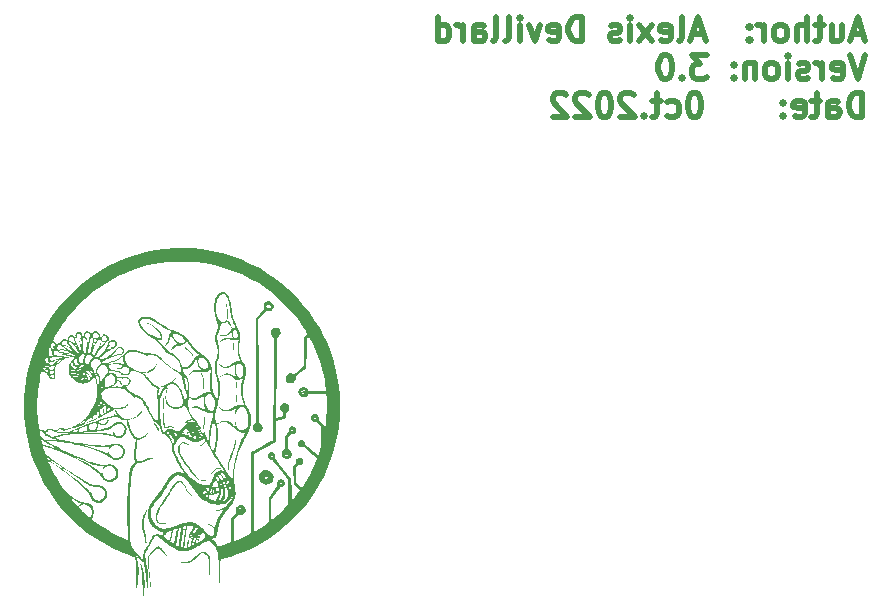
<source format=gbr>
%TF.GenerationSoftware,KiCad,Pcbnew,6.0.8-f2edbf62ab~116~ubuntu22.04.1*%
%TF.CreationDate,2022-10-25T14:40:57+01:00*%
%TF.ProjectId,fsr_array,6673725f-6172-4726-9179-2e6b69636164,3.0*%
%TF.SameCoordinates,Original*%
%TF.FileFunction,Legend,Bot*%
%TF.FilePolarity,Positive*%
%FSLAX46Y46*%
G04 Gerber Fmt 4.6, Leading zero omitted, Abs format (unit mm)*
G04 Created by KiCad (PCBNEW 6.0.8-f2edbf62ab~116~ubuntu22.04.1) date 2022-10-25 14:40:57*
%MOMM*%
%LPD*%
G01*
G04 APERTURE LIST*
G04 Aperture macros list*
%AMFreePoly0*
4,1,17,0.360532,0.806901,0.806901,0.360532,0.825500,0.315631,0.825500,-0.315631,0.806901,-0.360532,0.360532,-0.806901,0.315631,-0.825500,-0.315631,-0.825500,-0.360532,-0.806901,-0.806901,-0.360532,-0.825500,-0.315631,-0.825500,0.315631,-0.806901,0.360532,-0.360532,0.806901,-0.315631,0.825500,0.315631,0.825500,0.360532,0.806901,0.360532,0.806901,$1*%
G04 Aperture macros list end*
%ADD10C,0.500000*%
%ADD11FreePoly0,90.000000*%
%ADD12FreePoly0,270.000000*%
%ADD13C,3.200000*%
%ADD14R,1.700000X1.700000*%
%ADD15O,1.700000X1.700000*%
%ADD16R,1.000000X1.000000*%
%ADD17O,1.000000X1.000000*%
%ADD18C,1.431000*%
%ADD19C,3.450000*%
G04 APERTURE END LIST*
D10*
X191064047Y-83063333D02*
X190111666Y-83063333D01*
X191254523Y-83634761D02*
X190587857Y-81634761D01*
X189921190Y-83634761D01*
X188397380Y-82301428D02*
X188397380Y-83634761D01*
X189254523Y-82301428D02*
X189254523Y-83349047D01*
X189159285Y-83539523D01*
X188968809Y-83634761D01*
X188683095Y-83634761D01*
X188492619Y-83539523D01*
X188397380Y-83444285D01*
X187730714Y-82301428D02*
X186968809Y-82301428D01*
X187445000Y-81634761D02*
X187445000Y-83349047D01*
X187349761Y-83539523D01*
X187159285Y-83634761D01*
X186968809Y-83634761D01*
X186302142Y-83634761D02*
X186302142Y-81634761D01*
X185445000Y-83634761D02*
X185445000Y-82587142D01*
X185540238Y-82396666D01*
X185730714Y-82301428D01*
X186016428Y-82301428D01*
X186206904Y-82396666D01*
X186302142Y-82491904D01*
X184206904Y-83634761D02*
X184397380Y-83539523D01*
X184492619Y-83444285D01*
X184587857Y-83253809D01*
X184587857Y-82682380D01*
X184492619Y-82491904D01*
X184397380Y-82396666D01*
X184206904Y-82301428D01*
X183921190Y-82301428D01*
X183730714Y-82396666D01*
X183635476Y-82491904D01*
X183540238Y-82682380D01*
X183540238Y-83253809D01*
X183635476Y-83444285D01*
X183730714Y-83539523D01*
X183921190Y-83634761D01*
X184206904Y-83634761D01*
X182683095Y-83634761D02*
X182683095Y-82301428D01*
X182683095Y-82682380D02*
X182587857Y-82491904D01*
X182492619Y-82396666D01*
X182302142Y-82301428D01*
X182111666Y-82301428D01*
X181445000Y-83444285D02*
X181349761Y-83539523D01*
X181445000Y-83634761D01*
X181540238Y-83539523D01*
X181445000Y-83444285D01*
X181445000Y-83634761D01*
X181445000Y-82396666D02*
X181349761Y-82491904D01*
X181445000Y-82587142D01*
X181540238Y-82491904D01*
X181445000Y-82396666D01*
X181445000Y-82587142D01*
X177540238Y-83063333D02*
X176587857Y-83063333D01*
X177730714Y-83634761D02*
X177064047Y-81634761D01*
X176397380Y-83634761D01*
X175445000Y-83634761D02*
X175635476Y-83539523D01*
X175730714Y-83349047D01*
X175730714Y-81634761D01*
X173921190Y-83539523D02*
X174111666Y-83634761D01*
X174492619Y-83634761D01*
X174683095Y-83539523D01*
X174778333Y-83349047D01*
X174778333Y-82587142D01*
X174683095Y-82396666D01*
X174492619Y-82301428D01*
X174111666Y-82301428D01*
X173921190Y-82396666D01*
X173825952Y-82587142D01*
X173825952Y-82777619D01*
X174778333Y-82968095D01*
X173159285Y-83634761D02*
X172111666Y-82301428D01*
X173159285Y-82301428D02*
X172111666Y-83634761D01*
X171349761Y-83634761D02*
X171349761Y-82301428D01*
X171349761Y-81634761D02*
X171445000Y-81730000D01*
X171349761Y-81825238D01*
X171254523Y-81730000D01*
X171349761Y-81634761D01*
X171349761Y-81825238D01*
X170492619Y-83539523D02*
X170302142Y-83634761D01*
X169921190Y-83634761D01*
X169730714Y-83539523D01*
X169635476Y-83349047D01*
X169635476Y-83253809D01*
X169730714Y-83063333D01*
X169921190Y-82968095D01*
X170206904Y-82968095D01*
X170397380Y-82872857D01*
X170492619Y-82682380D01*
X170492619Y-82587142D01*
X170397380Y-82396666D01*
X170206904Y-82301428D01*
X169921190Y-82301428D01*
X169730714Y-82396666D01*
X167254523Y-83634761D02*
X167254523Y-81634761D01*
X166778333Y-81634761D01*
X166492619Y-81730000D01*
X166302142Y-81920476D01*
X166206904Y-82110952D01*
X166111666Y-82491904D01*
X166111666Y-82777619D01*
X166206904Y-83158571D01*
X166302142Y-83349047D01*
X166492619Y-83539523D01*
X166778333Y-83634761D01*
X167254523Y-83634761D01*
X164492619Y-83539523D02*
X164683095Y-83634761D01*
X165064047Y-83634761D01*
X165254523Y-83539523D01*
X165349761Y-83349047D01*
X165349761Y-82587142D01*
X165254523Y-82396666D01*
X165064047Y-82301428D01*
X164683095Y-82301428D01*
X164492619Y-82396666D01*
X164397380Y-82587142D01*
X164397380Y-82777619D01*
X165349761Y-82968095D01*
X163730714Y-82301428D02*
X163254523Y-83634761D01*
X162778333Y-82301428D01*
X162016428Y-83634761D02*
X162016428Y-82301428D01*
X162016428Y-81634761D02*
X162111666Y-81730000D01*
X162016428Y-81825238D01*
X161921190Y-81730000D01*
X162016428Y-81634761D01*
X162016428Y-81825238D01*
X160778333Y-83634761D02*
X160968809Y-83539523D01*
X161064047Y-83349047D01*
X161064047Y-81634761D01*
X159730714Y-83634761D02*
X159921190Y-83539523D01*
X160016428Y-83349047D01*
X160016428Y-81634761D01*
X158111666Y-83634761D02*
X158111666Y-82587142D01*
X158206904Y-82396666D01*
X158397380Y-82301428D01*
X158778333Y-82301428D01*
X158968809Y-82396666D01*
X158111666Y-83539523D02*
X158302142Y-83634761D01*
X158778333Y-83634761D01*
X158968809Y-83539523D01*
X159064047Y-83349047D01*
X159064047Y-83158571D01*
X158968809Y-82968095D01*
X158778333Y-82872857D01*
X158302142Y-82872857D01*
X158111666Y-82777619D01*
X157159285Y-83634761D02*
X157159285Y-82301428D01*
X157159285Y-82682380D02*
X157064047Y-82491904D01*
X156968809Y-82396666D01*
X156778333Y-82301428D01*
X156587857Y-82301428D01*
X155064047Y-83634761D02*
X155064047Y-81634761D01*
X155064047Y-83539523D02*
X155254523Y-83634761D01*
X155635476Y-83634761D01*
X155825952Y-83539523D01*
X155921190Y-83444285D01*
X156016428Y-83253809D01*
X156016428Y-82682380D01*
X155921190Y-82491904D01*
X155825952Y-82396666D01*
X155635476Y-82301428D01*
X155254523Y-82301428D01*
X155064047Y-82396666D01*
X191254523Y-84854761D02*
X190587857Y-86854761D01*
X189921190Y-84854761D01*
X188492619Y-86759523D02*
X188683095Y-86854761D01*
X189064047Y-86854761D01*
X189254523Y-86759523D01*
X189349761Y-86569047D01*
X189349761Y-85807142D01*
X189254523Y-85616666D01*
X189064047Y-85521428D01*
X188683095Y-85521428D01*
X188492619Y-85616666D01*
X188397380Y-85807142D01*
X188397380Y-85997619D01*
X189349761Y-86188095D01*
X187540238Y-86854761D02*
X187540238Y-85521428D01*
X187540238Y-85902380D02*
X187445000Y-85711904D01*
X187349761Y-85616666D01*
X187159285Y-85521428D01*
X186968809Y-85521428D01*
X186397380Y-86759523D02*
X186206904Y-86854761D01*
X185825952Y-86854761D01*
X185635476Y-86759523D01*
X185540238Y-86569047D01*
X185540238Y-86473809D01*
X185635476Y-86283333D01*
X185825952Y-86188095D01*
X186111666Y-86188095D01*
X186302142Y-86092857D01*
X186397380Y-85902380D01*
X186397380Y-85807142D01*
X186302142Y-85616666D01*
X186111666Y-85521428D01*
X185825952Y-85521428D01*
X185635476Y-85616666D01*
X184683095Y-86854761D02*
X184683095Y-85521428D01*
X184683095Y-84854761D02*
X184778333Y-84950000D01*
X184683095Y-85045238D01*
X184587857Y-84950000D01*
X184683095Y-84854761D01*
X184683095Y-85045238D01*
X183445000Y-86854761D02*
X183635476Y-86759523D01*
X183730714Y-86664285D01*
X183825952Y-86473809D01*
X183825952Y-85902380D01*
X183730714Y-85711904D01*
X183635476Y-85616666D01*
X183445000Y-85521428D01*
X183159285Y-85521428D01*
X182968809Y-85616666D01*
X182873571Y-85711904D01*
X182778333Y-85902380D01*
X182778333Y-86473809D01*
X182873571Y-86664285D01*
X182968809Y-86759523D01*
X183159285Y-86854761D01*
X183445000Y-86854761D01*
X181921190Y-85521428D02*
X181921190Y-86854761D01*
X181921190Y-85711904D02*
X181825952Y-85616666D01*
X181635476Y-85521428D01*
X181349761Y-85521428D01*
X181159285Y-85616666D01*
X181064047Y-85807142D01*
X181064047Y-86854761D01*
X180111666Y-86664285D02*
X180016428Y-86759523D01*
X180111666Y-86854761D01*
X180206904Y-86759523D01*
X180111666Y-86664285D01*
X180111666Y-86854761D01*
X180111666Y-85616666D02*
X180016428Y-85711904D01*
X180111666Y-85807142D01*
X180206904Y-85711904D01*
X180111666Y-85616666D01*
X180111666Y-85807142D01*
X177825952Y-84854761D02*
X176587857Y-84854761D01*
X177254523Y-85616666D01*
X176968809Y-85616666D01*
X176778333Y-85711904D01*
X176683095Y-85807142D01*
X176587857Y-85997619D01*
X176587857Y-86473809D01*
X176683095Y-86664285D01*
X176778333Y-86759523D01*
X176968809Y-86854761D01*
X177540238Y-86854761D01*
X177730714Y-86759523D01*
X177825952Y-86664285D01*
X175730714Y-86664285D02*
X175635476Y-86759523D01*
X175730714Y-86854761D01*
X175825952Y-86759523D01*
X175730714Y-86664285D01*
X175730714Y-86854761D01*
X174397380Y-84854761D02*
X174206904Y-84854761D01*
X174016428Y-84950000D01*
X173921190Y-85045238D01*
X173825952Y-85235714D01*
X173730714Y-85616666D01*
X173730714Y-86092857D01*
X173825952Y-86473809D01*
X173921190Y-86664285D01*
X174016428Y-86759523D01*
X174206904Y-86854761D01*
X174397380Y-86854761D01*
X174587857Y-86759523D01*
X174683095Y-86664285D01*
X174778333Y-86473809D01*
X174873571Y-86092857D01*
X174873571Y-85616666D01*
X174778333Y-85235714D01*
X174683095Y-85045238D01*
X174587857Y-84950000D01*
X174397380Y-84854761D01*
X190968809Y-90074761D02*
X190968809Y-88074761D01*
X190492619Y-88074761D01*
X190206904Y-88170000D01*
X190016428Y-88360476D01*
X189921190Y-88550952D01*
X189825952Y-88931904D01*
X189825952Y-89217619D01*
X189921190Y-89598571D01*
X190016428Y-89789047D01*
X190206904Y-89979523D01*
X190492619Y-90074761D01*
X190968809Y-90074761D01*
X188111666Y-90074761D02*
X188111666Y-89027142D01*
X188206904Y-88836666D01*
X188397380Y-88741428D01*
X188778333Y-88741428D01*
X188968809Y-88836666D01*
X188111666Y-89979523D02*
X188302142Y-90074761D01*
X188778333Y-90074761D01*
X188968809Y-89979523D01*
X189064047Y-89789047D01*
X189064047Y-89598571D01*
X188968809Y-89408095D01*
X188778333Y-89312857D01*
X188302142Y-89312857D01*
X188111666Y-89217619D01*
X187445000Y-88741428D02*
X186683095Y-88741428D01*
X187159285Y-88074761D02*
X187159285Y-89789047D01*
X187064047Y-89979523D01*
X186873571Y-90074761D01*
X186683095Y-90074761D01*
X185254523Y-89979523D02*
X185445000Y-90074761D01*
X185825952Y-90074761D01*
X186016428Y-89979523D01*
X186111666Y-89789047D01*
X186111666Y-89027142D01*
X186016428Y-88836666D01*
X185825952Y-88741428D01*
X185445000Y-88741428D01*
X185254523Y-88836666D01*
X185159285Y-89027142D01*
X185159285Y-89217619D01*
X186111666Y-89408095D01*
X184302142Y-89884285D02*
X184206904Y-89979523D01*
X184302142Y-90074761D01*
X184397380Y-89979523D01*
X184302142Y-89884285D01*
X184302142Y-90074761D01*
X184302142Y-88836666D02*
X184206904Y-88931904D01*
X184302142Y-89027142D01*
X184397380Y-88931904D01*
X184302142Y-88836666D01*
X184302142Y-89027142D01*
X176873571Y-88074761D02*
X176683095Y-88074761D01*
X176492619Y-88170000D01*
X176397380Y-88265238D01*
X176302142Y-88455714D01*
X176206904Y-88836666D01*
X176206904Y-89312857D01*
X176302142Y-89693809D01*
X176397380Y-89884285D01*
X176492619Y-89979523D01*
X176683095Y-90074761D01*
X176873571Y-90074761D01*
X177064047Y-89979523D01*
X177159285Y-89884285D01*
X177254523Y-89693809D01*
X177349761Y-89312857D01*
X177349761Y-88836666D01*
X177254523Y-88455714D01*
X177159285Y-88265238D01*
X177064047Y-88170000D01*
X176873571Y-88074761D01*
X174492619Y-89979523D02*
X174683095Y-90074761D01*
X175064047Y-90074761D01*
X175254523Y-89979523D01*
X175349761Y-89884285D01*
X175445000Y-89693809D01*
X175445000Y-89122380D01*
X175349761Y-88931904D01*
X175254523Y-88836666D01*
X175064047Y-88741428D01*
X174683095Y-88741428D01*
X174492619Y-88836666D01*
X173921190Y-88741428D02*
X173159285Y-88741428D01*
X173635476Y-88074761D02*
X173635476Y-89789047D01*
X173540238Y-89979523D01*
X173349761Y-90074761D01*
X173159285Y-90074761D01*
X172492619Y-89884285D02*
X172397380Y-89979523D01*
X172492619Y-90074761D01*
X172587857Y-89979523D01*
X172492619Y-89884285D01*
X172492619Y-90074761D01*
X171635476Y-88265238D02*
X171540238Y-88170000D01*
X171349761Y-88074761D01*
X170873571Y-88074761D01*
X170683095Y-88170000D01*
X170587857Y-88265238D01*
X170492619Y-88455714D01*
X170492619Y-88646190D01*
X170587857Y-88931904D01*
X171730714Y-90074761D01*
X170492619Y-90074761D01*
X169254523Y-88074761D02*
X169064047Y-88074761D01*
X168873571Y-88170000D01*
X168778333Y-88265238D01*
X168683095Y-88455714D01*
X168587857Y-88836666D01*
X168587857Y-89312857D01*
X168683095Y-89693809D01*
X168778333Y-89884285D01*
X168873571Y-89979523D01*
X169064047Y-90074761D01*
X169254523Y-90074761D01*
X169445000Y-89979523D01*
X169540238Y-89884285D01*
X169635476Y-89693809D01*
X169730714Y-89312857D01*
X169730714Y-88836666D01*
X169635476Y-88455714D01*
X169540238Y-88265238D01*
X169445000Y-88170000D01*
X169254523Y-88074761D01*
X167825952Y-88265238D02*
X167730714Y-88170000D01*
X167540238Y-88074761D01*
X167064047Y-88074761D01*
X166873571Y-88170000D01*
X166778333Y-88265238D01*
X166683095Y-88455714D01*
X166683095Y-88646190D01*
X166778333Y-88931904D01*
X167921190Y-90074761D01*
X166683095Y-90074761D01*
X165921190Y-88265238D02*
X165825952Y-88170000D01*
X165635476Y-88074761D01*
X165159285Y-88074761D01*
X164968809Y-88170000D01*
X164873571Y-88265238D01*
X164778333Y-88455714D01*
X164778333Y-88646190D01*
X164873571Y-88931904D01*
X166016428Y-90074761D01*
X164778333Y-90074761D01*
%TO.C,G\u002A\u002A\u002A*%
G36*
X137721426Y-109062365D02*
G01*
X137725078Y-109067250D01*
X137742567Y-109121822D01*
X137759991Y-109222735D01*
X137776527Y-109362127D01*
X137791352Y-109532134D01*
X137803642Y-109724893D01*
X137812573Y-109932541D01*
X137814729Y-110003313D01*
X137818192Y-110186472D01*
X137817026Y-110319670D01*
X137811279Y-110400993D01*
X137800993Y-110428526D01*
X137792845Y-110412834D01*
X137782196Y-110346904D01*
X137772064Y-110234374D01*
X137762900Y-110080521D01*
X137755153Y-109890627D01*
X137748529Y-109721075D01*
X137739994Y-109551339D01*
X137730593Y-109402259D01*
X137721072Y-109285571D01*
X137712175Y-109213014D01*
X137711894Y-109211439D01*
X137697615Y-109108910D01*
X137700789Y-109059283D01*
X137721426Y-109062365D01*
G37*
G36*
X126740436Y-114719356D02*
G01*
X126753866Y-114794920D01*
X126767553Y-114920330D01*
X126774415Y-115020097D01*
X126772213Y-115096351D01*
X126759076Y-115122915D01*
X126755530Y-115122379D01*
X126730576Y-115090713D01*
X126708235Y-115022014D01*
X126691037Y-114932827D01*
X126681512Y-114839695D01*
X126682189Y-114759163D01*
X126695598Y-114707776D01*
X126706233Y-114693794D01*
X126725234Y-114687645D01*
X126740436Y-114719356D01*
G37*
G36*
X131068658Y-115996101D02*
G01*
X131131830Y-116042392D01*
X131206037Y-116122541D01*
X131283713Y-116225295D01*
X131357294Y-116339402D01*
X131419217Y-116453609D01*
X131461918Y-116556663D01*
X131477833Y-116637312D01*
X131477821Y-116640596D01*
X131469246Y-116700865D01*
X131445634Y-116708506D01*
X131408314Y-116664281D01*
X131358619Y-116568955D01*
X131355887Y-116563114D01*
X131301669Y-116465177D01*
X131226934Y-116350620D01*
X131146999Y-116243033D01*
X131132220Y-116224537D01*
X131052207Y-116116810D01*
X131011392Y-116043776D01*
X131008468Y-116002273D01*
X131042130Y-115989142D01*
X131068658Y-115996101D01*
G37*
G36*
X129960760Y-114955417D02*
G01*
X129992580Y-114975481D01*
X129985075Y-115030614D01*
X129938026Y-115122915D01*
X129912702Y-115162879D01*
X129765354Y-115338263D01*
X129583834Y-115480847D01*
X129381973Y-115579277D01*
X129307600Y-115604589D01*
X129248276Y-115621133D01*
X129221049Y-115620666D01*
X129214571Y-115604928D01*
X129222658Y-115594325D01*
X129269033Y-115565455D01*
X129342839Y-115531259D01*
X129350351Y-115528065D01*
X129457170Y-115466640D01*
X129577067Y-115375225D01*
X129694474Y-115267948D01*
X129793825Y-115158938D01*
X129859552Y-115062322D01*
X129874471Y-115035643D01*
X129918345Y-114978168D01*
X129955518Y-114955258D01*
X129960760Y-114955417D01*
G37*
G36*
X136541709Y-119821899D02*
G01*
X136671023Y-119847981D01*
X136672988Y-119848672D01*
X136735389Y-119879381D01*
X136758927Y-119907010D01*
X136741793Y-119921224D01*
X136682178Y-119911691D01*
X136648503Y-119902369D01*
X136481024Y-119886358D01*
X136320918Y-119924082D01*
X136166312Y-120016249D01*
X136015333Y-120163567D01*
X135977584Y-120206627D01*
X135916433Y-120268602D01*
X135885418Y-120286240D01*
X135885517Y-120259301D01*
X135917703Y-120187547D01*
X135944387Y-120140870D01*
X136035032Y-120021668D01*
X136142041Y-119920624D01*
X136248167Y-119855090D01*
X136269599Y-119846993D01*
X136398163Y-119821733D01*
X136541709Y-119821899D01*
G37*
G36*
X135208862Y-126893816D02*
G01*
X135375185Y-126940019D01*
X135518299Y-127036786D01*
X135637633Y-127183587D01*
X135732615Y-127379894D01*
X135741716Y-127404740D01*
X135756575Y-127450477D01*
X135768316Y-127499210D01*
X135777311Y-127557550D01*
X135783930Y-127632109D01*
X135788545Y-127729498D01*
X135791528Y-127856327D01*
X135793250Y-128019208D01*
X135794083Y-128224752D01*
X135794398Y-128479571D01*
X135794340Y-128636969D01*
X135793731Y-128850299D01*
X135792568Y-129041831D01*
X135790923Y-129204750D01*
X135788872Y-129332236D01*
X135786488Y-129417473D01*
X135783846Y-129453642D01*
X135769721Y-129473292D01*
X135745995Y-129443915D01*
X135743372Y-129435381D01*
X135736452Y-129376913D01*
X135729877Y-129272013D01*
X135723901Y-129127563D01*
X135718778Y-128950445D01*
X135714762Y-128747540D01*
X135712107Y-128525730D01*
X135710708Y-128367683D01*
X135708197Y-128150379D01*
X135705026Y-127977576D01*
X135700760Y-127842209D01*
X135694967Y-127737218D01*
X135687212Y-127655539D01*
X135677061Y-127590112D01*
X135664080Y-127533873D01*
X135647835Y-127479760D01*
X135616126Y-127394998D01*
X135565701Y-127287439D01*
X135516611Y-127207060D01*
X135449136Y-127137176D01*
X135354052Y-127067818D01*
X135256017Y-127017914D01*
X135174380Y-126999216D01*
X135135838Y-127003513D01*
X135035626Y-127040841D01*
X134912040Y-127118097D01*
X134762196Y-127237237D01*
X134583209Y-127400219D01*
X134538088Y-127442967D01*
X134380966Y-127585072D01*
X134247786Y-127690976D01*
X134129068Y-127765993D01*
X134015328Y-127815438D01*
X133897084Y-127844624D01*
X133764853Y-127858867D01*
X133714720Y-127860898D01*
X133585234Y-127858174D01*
X133463640Y-127845737D01*
X133361933Y-127825696D01*
X133292107Y-127800157D01*
X133266157Y-127771228D01*
X133272361Y-127762125D01*
X133319912Y-127749105D01*
X133416939Y-127741536D01*
X133566543Y-127739087D01*
X133580199Y-127739081D01*
X133714330Y-127737601D01*
X133810109Y-127731526D01*
X133883681Y-127717990D01*
X133951192Y-127694130D01*
X134028785Y-127657082D01*
X134030009Y-127656458D01*
X134117121Y-127602695D01*
X134231032Y-127519003D01*
X134359390Y-127414948D01*
X134489841Y-127300094D01*
X134572832Y-127225150D01*
X134737336Y-127087368D01*
X134876760Y-126988831D01*
X134997298Y-126926024D01*
X135105148Y-126895434D01*
X135206503Y-126893546D01*
X135208862Y-126893816D01*
G37*
G36*
X131276125Y-110891963D02*
G01*
X131269445Y-110966514D01*
X131267667Y-110981540D01*
X131217183Y-111165804D01*
X131119855Y-111339607D01*
X130984052Y-111493317D01*
X130818142Y-111617305D01*
X130630491Y-111701938D01*
X130601795Y-111710452D01*
X130523405Y-111728514D01*
X130471892Y-111732924D01*
X130439038Y-111720848D01*
X130431787Y-111689710D01*
X130464698Y-111651731D01*
X130532132Y-111617694D01*
X130534924Y-111616728D01*
X130698317Y-111542957D01*
X130862243Y-111440377D01*
X130998665Y-111326488D01*
X131047894Y-111272278D01*
X131112662Y-111181460D01*
X131178364Y-111062823D01*
X131252697Y-110903553D01*
X131260519Y-110886442D01*
X131273649Y-110867147D01*
X131276125Y-110891963D01*
G37*
G36*
X135976623Y-121605643D02*
G01*
X135985393Y-121626211D01*
X135998554Y-121699411D01*
X136003801Y-121793752D01*
X136000397Y-121885931D01*
X135987604Y-121952643D01*
X135965769Y-121985437D01*
X135935442Y-121995329D01*
X135920737Y-121967251D01*
X135917189Y-121956008D01*
X135888398Y-121957646D01*
X135873558Y-121959210D01*
X135866702Y-121925214D01*
X135874426Y-121843624D01*
X135879762Y-121803700D01*
X135890901Y-121713647D01*
X135897492Y-121650643D01*
X135902223Y-121643480D01*
X135910630Y-121682207D01*
X135920737Y-121759329D01*
X135939285Y-121926986D01*
X135944410Y-121745357D01*
X135944714Y-121735228D01*
X135950536Y-121641481D01*
X135960889Y-121599515D01*
X135976623Y-121605643D01*
G37*
G36*
X129896347Y-127902055D02*
G01*
X129930307Y-127957073D01*
X129970309Y-128054809D01*
X130014065Y-128187510D01*
X130059290Y-128347420D01*
X130103696Y-128526785D01*
X130144996Y-128717848D01*
X130180904Y-128912855D01*
X130204555Y-129100713D01*
X130220650Y-129344076D01*
X130226307Y-129608341D01*
X130221528Y-129875687D01*
X130206318Y-130128292D01*
X130180677Y-130348336D01*
X130166002Y-130438838D01*
X130146671Y-130547620D01*
X130130555Y-130626646D01*
X130120110Y-130663149D01*
X130107518Y-130679219D01*
X130089218Y-130679288D01*
X130075039Y-130641126D01*
X130064599Y-130561212D01*
X130057513Y-130436024D01*
X130053399Y-130262038D01*
X130051874Y-130035733D01*
X130051293Y-129893540D01*
X130044401Y-129468913D01*
X130029940Y-129091496D01*
X130008037Y-128763346D01*
X129978820Y-128486519D01*
X129942415Y-128263073D01*
X129925135Y-128179924D01*
X129900556Y-128067191D01*
X129880453Y-127981451D01*
X129867997Y-127936620D01*
X129863508Y-127913325D01*
X129880096Y-127892772D01*
X129896347Y-127902055D01*
G37*
G36*
X131864014Y-113790205D02*
G01*
X131867039Y-113843521D01*
X131865992Y-113934551D01*
X131860833Y-114067797D01*
X131851522Y-114247764D01*
X131838020Y-114478953D01*
X131825251Y-114736800D01*
X131820817Y-114971542D01*
X131825422Y-115193714D01*
X131839091Y-115425025D01*
X131848691Y-115543218D01*
X131866879Y-115731106D01*
X131887267Y-115907287D01*
X131908607Y-116062954D01*
X131929649Y-116189302D01*
X131949145Y-116277524D01*
X131965846Y-116318813D01*
X131994872Y-116321898D01*
X132063929Y-116313947D01*
X132156219Y-116296024D01*
X132238946Y-116279692D01*
X132347280Y-116264329D01*
X132428967Y-116259499D01*
X132453020Y-116261908D01*
X132530171Y-116279638D01*
X132625637Y-116309812D01*
X132725016Y-116346842D01*
X132813905Y-116385143D01*
X132877902Y-116419129D01*
X132902605Y-116443212D01*
X132899266Y-116454791D01*
X132866887Y-116462432D01*
X132795640Y-116446471D01*
X132680076Y-116405996D01*
X132643156Y-116392921D01*
X132492618Y-116361523D01*
X132332658Y-116366470D01*
X132146810Y-116407817D01*
X132050716Y-116429503D01*
X131950183Y-116427304D01*
X131883039Y-116385831D01*
X131843874Y-116303217D01*
X131838232Y-116280369D01*
X131809332Y-116122290D01*
X131785512Y-115919963D01*
X131767544Y-115683131D01*
X131756199Y-115421533D01*
X131752245Y-115144911D01*
X131753131Y-115021573D01*
X131757544Y-114824532D01*
X131765132Y-114621961D01*
X131775304Y-114422632D01*
X131787467Y-114235318D01*
X131801030Y-114068792D01*
X131815400Y-113931825D01*
X131829988Y-113833191D01*
X131844200Y-113781661D01*
X131845908Y-113778703D01*
X131856957Y-113770100D01*
X131864014Y-113790205D01*
G37*
G36*
X141127906Y-120753388D02*
G01*
X141126842Y-120762404D01*
X141059786Y-120927205D01*
X141022654Y-120972273D01*
X140948428Y-121062364D01*
X140796755Y-121161469D01*
X140784679Y-121166770D01*
X140662484Y-121200820D01*
X140521108Y-121213831D01*
X140486357Y-121213086D01*
X140311857Y-121180537D01*
X140163029Y-121105640D01*
X140043787Y-120996357D01*
X140031514Y-120976931D01*
X140475413Y-120976931D01*
X140489384Y-120990902D01*
X140499608Y-120980678D01*
X140536241Y-120980678D01*
X140559241Y-120990902D01*
X140574034Y-120988885D01*
X140577869Y-120972273D01*
X140573774Y-120968929D01*
X140540612Y-120972273D01*
X140538190Y-120976931D01*
X140536241Y-120980678D01*
X140499608Y-120980678D01*
X140503355Y-120976931D01*
X140489384Y-120962959D01*
X140475413Y-120976931D01*
X140031514Y-120976931D01*
X139958049Y-120860646D01*
X139924437Y-120753388D01*
X140168042Y-120753388D01*
X140182013Y-120767360D01*
X140195985Y-120753388D01*
X140182013Y-120739417D01*
X140168042Y-120753388D01*
X139924437Y-120753388D01*
X139909733Y-120706468D01*
X139906961Y-120641055D01*
X140146069Y-120641055D01*
X140149413Y-120674217D01*
X140157818Y-120678589D01*
X140168042Y-120655588D01*
X140166025Y-120640796D01*
X140149413Y-120636960D01*
X140146069Y-120641055D01*
X139906961Y-120641055D01*
X139905852Y-120614870D01*
X140401363Y-120614870D01*
X140423376Y-120655588D01*
X140430929Y-120669560D01*
X140444483Y-120687693D01*
X140507433Y-120729806D01*
X140572150Y-120726587D01*
X140573473Y-120725445D01*
X140866612Y-120725445D01*
X140880583Y-120739417D01*
X140894554Y-120725445D01*
X140880583Y-120711474D01*
X140866612Y-120725445D01*
X140573473Y-120725445D01*
X140622680Y-120682973D01*
X140643069Y-120603903D01*
X140641719Y-120585170D01*
X140900524Y-120585170D01*
X140902414Y-120603903D01*
X140903869Y-120618331D01*
X140912273Y-120622703D01*
X140922497Y-120599703D01*
X140920481Y-120584910D01*
X140903869Y-120581074D01*
X140900524Y-120585170D01*
X140641719Y-120585170D01*
X140640662Y-120570506D01*
X140610445Y-120497143D01*
X140556328Y-120462738D01*
X140491945Y-120472053D01*
X140430929Y-120529846D01*
X140422689Y-120543817D01*
X140406145Y-120571869D01*
X140401363Y-120614870D01*
X139905852Y-120614870D01*
X139902755Y-120541782D01*
X139905616Y-120529284D01*
X140146069Y-120529284D01*
X140149413Y-120562446D01*
X140157818Y-120566817D01*
X140168042Y-120543817D01*
X140166025Y-120529024D01*
X140149413Y-120525189D01*
X140146069Y-120529284D01*
X139905616Y-120529284D01*
X139941032Y-120374549D01*
X140023213Y-120222475D01*
X140447470Y-120222475D01*
X140461441Y-120236447D01*
X140475413Y-120222475D01*
X140461441Y-120208504D01*
X140447470Y-120222475D01*
X140023213Y-120222475D01*
X140028480Y-120212728D01*
X140049314Y-120185795D01*
X140175977Y-120075171D01*
X140336334Y-120007751D01*
X140527262Y-119984961D01*
X140615598Y-119990146D01*
X140791985Y-120036286D01*
X140938687Y-120125740D01*
X141023429Y-120222475D01*
X141050240Y-120253080D01*
X141121179Y-120412877D01*
X141146040Y-120599703D01*
X141131203Y-120725445D01*
X141127906Y-120753388D01*
G37*
G36*
X133322199Y-120902951D02*
G01*
X133444991Y-120965742D01*
X133456593Y-120976912D01*
X133502300Y-121037647D01*
X133563265Y-121134089D01*
X133632932Y-121255498D01*
X133704741Y-121391136D01*
X133770098Y-121517072D01*
X133847022Y-121653812D01*
X133918368Y-121762905D01*
X133993367Y-121858136D01*
X134081252Y-121953290D01*
X134132340Y-122006418D01*
X134201211Y-122081349D01*
X134246349Y-122134947D01*
X134259844Y-122158139D01*
X134256244Y-122160679D01*
X134217263Y-122151821D01*
X134154287Y-122107279D01*
X134075081Y-122035101D01*
X133987411Y-121943338D01*
X133899043Y-121840037D01*
X133817742Y-121733248D01*
X133751274Y-121631020D01*
X133746946Y-121623561D01*
X133686889Y-121519712D01*
X133615021Y-121394988D01*
X133545957Y-121274748D01*
X133499269Y-121198033D01*
X133411596Y-121085516D01*
X133323697Y-121021037D01*
X133228090Y-121000121D01*
X133117290Y-121018290D01*
X133053945Y-121042470D01*
X132960103Y-121099603D01*
X132864633Y-121185778D01*
X132763802Y-121305602D01*
X132653877Y-121463679D01*
X132531122Y-121664614D01*
X132391804Y-121913014D01*
X132357937Y-121971548D01*
X132289537Y-122081616D01*
X132202096Y-122216570D01*
X132103318Y-122364572D01*
X132000906Y-122513784D01*
X131825620Y-122771408D01*
X131651941Y-123044483D01*
X131514111Y-123285335D01*
X131410196Y-123497982D01*
X131338263Y-123686443D01*
X131296378Y-123854738D01*
X131282607Y-124006887D01*
X131286435Y-124091437D01*
X131323168Y-124249289D01*
X131397806Y-124366337D01*
X131509097Y-124441551D01*
X131655789Y-124473902D01*
X131836631Y-124462361D01*
X131930537Y-124448325D01*
X132001927Y-124441563D01*
X132033956Y-124443762D01*
X132040179Y-124455975D01*
X132016658Y-124484313D01*
X131947692Y-124511859D01*
X131840363Y-124535265D01*
X131668019Y-124551137D01*
X131497700Y-124532130D01*
X131364154Y-124471301D01*
X131266458Y-124367948D01*
X131203690Y-124221374D01*
X131174926Y-124030879D01*
X131176052Y-123906519D01*
X131204568Y-123723092D01*
X131265877Y-123521656D01*
X131361712Y-123298314D01*
X131493802Y-123049171D01*
X131663878Y-122770331D01*
X131873669Y-122457899D01*
X131960599Y-122330972D01*
X132072794Y-122161710D01*
X132178920Y-121996094D01*
X132270106Y-121848021D01*
X132337480Y-121731386D01*
X132382042Y-121650763D01*
X132513180Y-121428493D01*
X132631306Y-121253567D01*
X132739596Y-121121550D01*
X132841225Y-121028008D01*
X132877035Y-121002150D01*
X133030130Y-120921989D01*
X133181215Y-120888644D01*
X133322199Y-120902951D01*
G37*
G36*
X142602885Y-118836486D02*
G01*
X142506878Y-118941789D01*
X142386160Y-119007224D01*
X142354635Y-119015159D01*
X142234266Y-119021507D01*
X142110959Y-119000070D01*
X142012266Y-118954717D01*
X142002743Y-118947410D01*
X141937918Y-118884606D01*
X141877049Y-118808795D01*
X141838302Y-118740820D01*
X141821288Y-118667038D01*
X141823157Y-118583621D01*
X142062305Y-118583621D01*
X142071950Y-118672217D01*
X142133737Y-118742362D01*
X142197054Y-118773543D01*
X142291679Y-118776247D01*
X142375523Y-118727536D01*
X142407455Y-118679004D01*
X142428598Y-118604559D01*
X142428152Y-118534057D01*
X142403465Y-118490022D01*
X142383558Y-118500028D01*
X142375523Y-118552641D01*
X142365475Y-118622143D01*
X142319029Y-118680530D01*
X142233210Y-118699593D01*
X142214950Y-118698831D01*
X142161258Y-118678414D01*
X142132235Y-118622928D01*
X142121768Y-118522665D01*
X142119498Y-118434136D01*
X142083629Y-118515411D01*
X142062305Y-118583621D01*
X141823157Y-118583621D01*
X141823558Y-118565706D01*
X141853922Y-118419468D01*
X141923800Y-118303941D01*
X142034324Y-118224565D01*
X142122828Y-118182651D01*
X142123433Y-117642061D01*
X142124037Y-117101471D01*
X142273180Y-116929520D01*
X142312696Y-116883508D01*
X142371563Y-116809304D01*
X142402749Y-116754241D01*
X142413310Y-116703542D01*
X142410304Y-116642432D01*
X142411482Y-116593730D01*
X142639943Y-116593730D01*
X142654950Y-116645797D01*
X142675921Y-116666631D01*
X142735099Y-116685268D01*
X142791725Y-116649339D01*
X142792172Y-116648796D01*
X142810635Y-116592935D01*
X142789801Y-116542190D01*
X142739211Y-116520055D01*
X142725216Y-116520879D01*
X142667330Y-116546172D01*
X142639943Y-116593730D01*
X142411482Y-116593730D01*
X142412741Y-116541706D01*
X142454313Y-116424563D01*
X142531212Y-116336062D01*
X142633869Y-116282994D01*
X142752715Y-116272151D01*
X142878184Y-116310324D01*
X142951095Y-116359225D01*
X143022512Y-116456959D01*
X143046150Y-116583546D01*
X143046149Y-116584229D01*
X143044750Y-116592935D01*
X143023499Y-116725147D01*
X142958370Y-116831150D01*
X142854394Y-116898510D01*
X142715203Y-116923495D01*
X142664046Y-116927785D01*
X142610466Y-116947707D01*
X142553784Y-116992841D01*
X142478686Y-117072858D01*
X142461435Y-117092221D01*
X142418452Y-117141853D01*
X142386918Y-117186362D01*
X142365536Y-117234456D01*
X142353014Y-117294845D01*
X142348056Y-117376235D01*
X142349369Y-117487335D01*
X142355658Y-117636854D01*
X142365629Y-117833499D01*
X142383452Y-118182916D01*
X142470301Y-118227021D01*
X142524963Y-118265292D01*
X142603356Y-118357991D01*
X142660220Y-118470785D01*
X142682434Y-118581733D01*
X142679112Y-118604559D01*
X142664452Y-118705290D01*
X142602885Y-118836486D01*
G37*
G36*
X137970482Y-112397839D02*
G01*
X137991890Y-112459475D01*
X138012864Y-112564797D01*
X138032295Y-112706644D01*
X138049076Y-112877855D01*
X138062098Y-113071270D01*
X138063631Y-113106068D01*
X138065603Y-113242051D01*
X138063329Y-113401676D01*
X138057454Y-113573583D01*
X138048626Y-113746410D01*
X138037491Y-113908797D01*
X138024697Y-114049383D01*
X138010890Y-114156805D01*
X137996717Y-114219704D01*
X137986209Y-114243305D01*
X137974102Y-114248451D01*
X137970418Y-114204533D01*
X137975086Y-114109478D01*
X137988037Y-113961215D01*
X137988824Y-113953021D01*
X138002983Y-113756315D01*
X138010874Y-113540017D01*
X138012808Y-113314888D01*
X138009094Y-113091690D01*
X138000044Y-112881183D01*
X137985967Y-112694129D01*
X137967175Y-112541288D01*
X137943977Y-112433421D01*
X137940162Y-112406029D01*
X137955810Y-112384521D01*
X137970482Y-112397839D01*
G37*
G36*
X133640136Y-109538562D02*
G01*
X133712913Y-109573334D01*
X133804652Y-109635575D01*
X133902394Y-109715964D01*
X133993180Y-109805183D01*
X134057865Y-109879319D01*
X134145003Y-109988900D01*
X134225942Y-110100312D01*
X134293121Y-110202508D01*
X134338975Y-110284440D01*
X134355941Y-110335058D01*
X134355932Y-110337683D01*
X134352208Y-110365475D01*
X134337567Y-110362121D01*
X134305939Y-110322106D01*
X134251255Y-110239912D01*
X134227478Y-110205829D01*
X134151795Y-110111589D01*
X134054669Y-110002592D01*
X133947430Y-109890470D01*
X133841407Y-109786857D01*
X133747930Y-109703383D01*
X133678328Y-109651680D01*
X133650096Y-109631488D01*
X133611356Y-109588102D01*
X133597397Y-109550437D01*
X133616570Y-109534356D01*
X133640136Y-109538562D01*
G37*
G36*
X135063671Y-111814421D02*
G01*
X135094794Y-111875445D01*
X135135129Y-111971813D01*
X135180569Y-112093588D01*
X135227007Y-112230836D01*
X135239938Y-112286562D01*
X135253984Y-112404440D01*
X135261547Y-112548712D01*
X135262629Y-112702999D01*
X135257229Y-112850918D01*
X135245348Y-112976090D01*
X135226986Y-113062134D01*
X135222828Y-113073492D01*
X135188949Y-113141573D01*
X135160323Y-113165627D01*
X135144634Y-113144266D01*
X135149566Y-113076105D01*
X135153786Y-113049982D01*
X135164122Y-112961942D01*
X135174858Y-112844680D01*
X135184250Y-112716289D01*
X135186637Y-112669228D01*
X135178916Y-112404403D01*
X135137735Y-112148719D01*
X135066029Y-111921905D01*
X135054292Y-111893496D01*
X135031716Y-111831815D01*
X135030237Y-111804127D01*
X135048008Y-111797723D01*
X135063671Y-111814421D01*
G37*
G36*
X140169681Y-116561338D02*
G01*
X140079784Y-116678149D01*
X139958471Y-116760038D01*
X139866508Y-116789489D01*
X139727699Y-116789460D01*
X139581596Y-116735915D01*
X139532929Y-116707073D01*
X139429871Y-116609803D01*
X139374696Y-116485483D01*
X139366594Y-116350774D01*
X139590064Y-116350774D01*
X139591641Y-116399143D01*
X139628053Y-116457991D01*
X139659162Y-116492050D01*
X139743738Y-116537970D01*
X139834560Y-116539235D01*
X139914909Y-116493760D01*
X139947760Y-116444354D01*
X139969584Y-116369493D01*
X139969414Y-116298832D01*
X139944499Y-116254598D01*
X139926182Y-116259019D01*
X139916557Y-116302617D01*
X139911899Y-116339408D01*
X139883554Y-116410692D01*
X139840644Y-116468282D01*
X139796215Y-116491684D01*
X139758504Y-116485155D01*
X139700210Y-116434828D01*
X139665853Y-116334351D01*
X139646543Y-116226656D01*
X139609040Y-116304306D01*
X139590064Y-116350774D01*
X139366594Y-116350774D01*
X139365362Y-116330282D01*
X139395731Y-116182138D01*
X139465428Y-116067820D01*
X139576028Y-115989142D01*
X139665202Y-115947228D01*
X139646611Y-111559770D01*
X139628019Y-107172312D01*
X139993849Y-106757204D01*
X140109303Y-106625556D01*
X140204767Y-106514271D01*
X140271121Y-106432421D01*
X140312778Y-106373730D01*
X140334153Y-106331916D01*
X140339662Y-106300703D01*
X140333718Y-106273810D01*
X140329573Y-106261406D01*
X140314078Y-106181197D01*
X140309399Y-106111509D01*
X140535188Y-106111509D01*
X140548098Y-106163943D01*
X140599885Y-106224405D01*
X140606350Y-106230645D01*
X140691021Y-106280293D01*
X140777822Y-106285599D01*
X140853368Y-106252169D01*
X140904275Y-106185608D01*
X140917159Y-106091522D01*
X140910375Y-106054800D01*
X140866041Y-105974530D01*
X140795515Y-105927252D01*
X140713342Y-105916174D01*
X140634067Y-105944504D01*
X140572237Y-106015451D01*
X140558067Y-106043771D01*
X140535188Y-106111509D01*
X140309399Y-106111509D01*
X140307860Y-106088588D01*
X140320590Y-105983720D01*
X140374311Y-105862767D01*
X140461037Y-105770243D01*
X140570944Y-105708133D01*
X140694208Y-105678427D01*
X140821004Y-105683111D01*
X140941509Y-105724174D01*
X141045898Y-105803603D01*
X141124347Y-105923386D01*
X141152442Y-106006780D01*
X141158033Y-106091522D01*
X141161942Y-106150772D01*
X141125901Y-106283386D01*
X141050896Y-106396078D01*
X140943508Y-106480303D01*
X140810315Y-106527517D01*
X140657898Y-106529174D01*
X140540061Y-106511503D01*
X139862895Y-107279615D01*
X139876909Y-111473707D01*
X139877208Y-111562107D01*
X139878933Y-112041972D01*
X139880782Y-112507448D01*
X139882733Y-112955341D01*
X139884767Y-113382460D01*
X139886861Y-113785613D01*
X139888996Y-114161608D01*
X139891151Y-114507253D01*
X139893304Y-114819356D01*
X139895436Y-115094725D01*
X139897525Y-115330169D01*
X139899552Y-115522495D01*
X139901494Y-115668511D01*
X139903332Y-115765026D01*
X139905044Y-115808848D01*
X139909188Y-115846072D01*
X139924943Y-115918781D01*
X139956338Y-115963740D01*
X140015170Y-116001597D01*
X140068858Y-116040904D01*
X140146275Y-116135224D01*
X140202331Y-116248874D01*
X140223927Y-116359401D01*
X140223044Y-116369493D01*
X140218223Y-116424607D01*
X140169681Y-116561338D01*
G37*
G36*
X126581840Y-113697833D02*
G01*
X126625869Y-113809604D01*
X126647884Y-113865489D01*
X126648878Y-113868012D01*
X126684607Y-113931944D01*
X126791338Y-114080882D01*
X126888700Y-114190668D01*
X126927816Y-114234776D01*
X127080238Y-114379963D01*
X127088926Y-114386866D01*
X127234804Y-114502778D01*
X127363502Y-114580928D01*
X127377712Y-114589557D01*
X127469241Y-114629620D01*
X127494122Y-114637064D01*
X127689439Y-114695500D01*
X127914015Y-114724871D01*
X128133035Y-114718486D01*
X128336563Y-114677100D01*
X128514667Y-114601468D01*
X128657411Y-114492345D01*
X128696123Y-114455279D01*
X128761456Y-114408170D01*
X128806489Y-114397237D01*
X128823267Y-114425676D01*
X128805009Y-114458622D01*
X128756717Y-114517472D01*
X128688908Y-114589308D01*
X128652114Y-114624680D01*
X128546275Y-114708072D01*
X128431804Y-114766633D01*
X128387455Y-114778932D01*
X128297132Y-114803981D01*
X128130685Y-114823735D01*
X127920891Y-114829516D01*
X127812418Y-114829742D01*
X127707255Y-114831673D01*
X127640840Y-114837109D01*
X127603321Y-114847844D01*
X127584845Y-114865672D01*
X127575563Y-114892387D01*
X127551176Y-114937728D01*
X127507948Y-114954688D01*
X127467343Y-114926185D01*
X127456036Y-114920988D01*
X127411112Y-114939772D01*
X127344268Y-114992070D01*
X127303186Y-115028035D01*
X127088893Y-115189399D01*
X126822059Y-115354545D01*
X126505181Y-115522024D01*
X126140759Y-115690386D01*
X126023680Y-115740431D01*
X125794760Y-115834502D01*
X125547306Y-115932109D01*
X125360978Y-116003113D01*
X125288346Y-116030791D01*
X125024911Y-116128088D01*
X124764030Y-116221539D01*
X124749274Y-116226656D01*
X124512733Y-116308684D01*
X124278049Y-116387060D01*
X124067008Y-116454209D01*
X123886639Y-116507668D01*
X123743972Y-116544978D01*
X123646036Y-116563678D01*
X123582138Y-116571982D01*
X123521656Y-116585516D01*
X123498437Y-116604719D01*
X123501220Y-116635149D01*
X123505738Y-116650239D01*
X123508445Y-116678368D01*
X123489014Y-116681160D01*
X123439210Y-116656902D01*
X123350795Y-116603883D01*
X123262114Y-116556351D01*
X123138499Y-116522195D01*
X123026011Y-116537464D01*
X122915584Y-116602121D01*
X122812317Y-116684187D01*
X122918727Y-116717047D01*
X122921468Y-116717863D01*
X122993107Y-116731528D01*
X123104941Y-116744717D01*
X123242189Y-116755965D01*
X123390072Y-116763805D01*
X123431134Y-116765362D01*
X123568687Y-116769857D01*
X123666687Y-116770002D01*
X123738227Y-116764037D01*
X123796402Y-116750201D01*
X123812696Y-116743597D01*
X124603155Y-116743597D01*
X124694344Y-116738715D01*
X124852850Y-116729003D01*
X125187608Y-116699372D01*
X125338196Y-116682718D01*
X125329957Y-116585255D01*
X125470132Y-116585255D01*
X125470336Y-116596709D01*
X125484775Y-116646419D01*
X125530348Y-116659769D01*
X125569483Y-116657542D01*
X125572525Y-116641340D01*
X125537632Y-116596898D01*
X125498855Y-116549998D01*
X125477415Y-116522383D01*
X125472417Y-116534837D01*
X125470132Y-116585255D01*
X125329957Y-116585255D01*
X125320692Y-116475644D01*
X125316462Y-116417546D01*
X125315596Y-116320963D01*
X125328203Y-116275792D01*
X125355497Y-116279780D01*
X125398691Y-116330673D01*
X125410447Y-116347283D01*
X125432465Y-116371350D01*
X125440854Y-116353107D01*
X125442189Y-116285769D01*
X125441786Y-116262533D01*
X125431806Y-116202995D01*
X125407261Y-116192662D01*
X125376813Y-116204778D01*
X125303099Y-116234108D01*
X125199790Y-116275213D01*
X125078933Y-116323300D01*
X124981941Y-116362567D01*
X124861781Y-116415786D01*
X124778217Y-116462690D01*
X124721205Y-116510609D01*
X124698380Y-116542317D01*
X124680704Y-116566873D01*
X124646672Y-116638812D01*
X124603155Y-116743597D01*
X123812696Y-116743597D01*
X123824426Y-116738843D01*
X124086964Y-116738843D01*
X124320481Y-116741220D01*
X124346739Y-116741443D01*
X124451854Y-116740457D01*
X124512436Y-116734615D01*
X124537940Y-116722186D01*
X124537822Y-116701440D01*
X124533667Y-116657763D01*
X124548112Y-116589669D01*
X124560696Y-116542317D01*
X124554314Y-116520892D01*
X124545481Y-116523345D01*
X124494916Y-116544229D01*
X124412384Y-116581763D01*
X124310506Y-116630286D01*
X124086964Y-116738843D01*
X123824426Y-116738843D01*
X123854306Y-116726733D01*
X123925034Y-116691873D01*
X124005247Y-116652492D01*
X124112297Y-116603029D01*
X124236857Y-116548814D01*
X124384771Y-116487477D01*
X124561882Y-116416650D01*
X124774032Y-116333963D01*
X125027064Y-116237048D01*
X125165913Y-116184469D01*
X125478650Y-116184469D01*
X125490674Y-116242878D01*
X125502897Y-116285769D01*
X125513633Y-116323445D01*
X125542424Y-116408720D01*
X125571942Y-116481255D01*
X125572315Y-116482049D01*
X125621457Y-116552360D01*
X125682364Y-116600012D01*
X125758598Y-116625112D01*
X125861395Y-116621728D01*
X125975891Y-116572205D01*
X126039804Y-116527611D01*
X126128992Y-116418286D01*
X126178862Y-116271772D01*
X126181828Y-116250832D01*
X126181353Y-116163469D01*
X126167107Y-116070106D01*
X126143230Y-115991366D01*
X126113859Y-115947872D01*
X126113471Y-115947684D01*
X126079880Y-115952927D01*
X126007480Y-115973325D01*
X125909156Y-116004446D01*
X125797794Y-116041862D01*
X125686280Y-116081143D01*
X125587500Y-116117859D01*
X125514338Y-116147580D01*
X125479682Y-116165878D01*
X125478650Y-116184469D01*
X125165913Y-116184469D01*
X125326823Y-116123536D01*
X125568714Y-116032659D01*
X125923150Y-115901178D01*
X126233905Y-115788415D01*
X126505925Y-115692772D01*
X126744153Y-115612653D01*
X126953536Y-115546460D01*
X127139019Y-115492597D01*
X127305547Y-115449467D01*
X127458065Y-115415473D01*
X127601519Y-115389018D01*
X127707053Y-115371587D01*
X127658873Y-115290025D01*
X127631812Y-115233784D01*
X127630782Y-115193115D01*
X127664215Y-115193990D01*
X127726804Y-115240295D01*
X127732174Y-115245244D01*
X127801831Y-115302199D01*
X127864131Y-115342905D01*
X127872171Y-115346982D01*
X127898978Y-115356977D01*
X127904233Y-115344021D01*
X127886602Y-115299197D01*
X127844747Y-115213591D01*
X127808472Y-115135521D01*
X127769111Y-115036640D01*
X127746823Y-114962244D01*
X127740587Y-114904131D01*
X127753410Y-114871727D01*
X127785133Y-114883843D01*
X127831029Y-114938112D01*
X127886373Y-115032167D01*
X127910955Y-115076310D01*
X128014943Y-115223574D01*
X128144336Y-115365352D01*
X128283823Y-115486144D01*
X128418097Y-115570454D01*
X128420332Y-115571523D01*
X128589390Y-115624134D01*
X128791787Y-115639349D01*
X129018867Y-115616505D01*
X129064386Y-115608642D01*
X129112898Y-115603274D01*
X129118572Y-115612486D01*
X129089260Y-115638759D01*
X129081310Y-115644726D01*
X129011640Y-115682989D01*
X128926640Y-115715532D01*
X128865369Y-115737480D01*
X128834063Y-115765040D01*
X128836039Y-115805535D01*
X128842894Y-115831769D01*
X128860952Y-115910837D01*
X128880370Y-116004962D01*
X128900018Y-116087673D01*
X128950745Y-116249727D01*
X129018038Y-116428360D01*
X129094354Y-116604123D01*
X129172156Y-116757569D01*
X129226237Y-116848622D01*
X129360423Y-117031288D01*
X129500317Y-117164342D01*
X129643435Y-117245701D01*
X129787294Y-117273283D01*
X129836544Y-117269368D01*
X129976261Y-117223468D01*
X130132170Y-117127031D01*
X130301914Y-116981390D01*
X130348100Y-116937361D01*
X130425292Y-116866522D01*
X130482474Y-116817683D01*
X130509775Y-116799483D01*
X130511074Y-116799553D01*
X130515617Y-116821125D01*
X130490907Y-116873927D01*
X130443697Y-116947391D01*
X130380739Y-117030950D01*
X130308785Y-117114035D01*
X130272138Y-117151533D01*
X130105636Y-117284412D01*
X129930467Y-117367518D01*
X129752533Y-117397838D01*
X129606002Y-117400253D01*
X129605956Y-117428621D01*
X129605796Y-117525995D01*
X129605529Y-117540967D01*
X129598416Y-117637817D01*
X129583603Y-117761577D01*
X129563751Y-117889252D01*
X129555630Y-117941266D01*
X129539954Y-118086392D01*
X129528932Y-118255274D01*
X129522584Y-118436563D01*
X129520929Y-118618911D01*
X129523987Y-118790971D01*
X129531777Y-118941394D01*
X129544318Y-119058833D01*
X129561630Y-119131940D01*
X129586634Y-119178932D01*
X129650214Y-119235533D01*
X129740680Y-119253605D01*
X129863001Y-119233622D01*
X130022145Y-119176061D01*
X130176934Y-119111070D01*
X130337561Y-119047260D01*
X130469955Y-119001217D01*
X130586650Y-118969672D01*
X130700179Y-118949355D01*
X130823077Y-118936996D01*
X130967877Y-118929325D01*
X131123295Y-118924818D01*
X131230259Y-118926098D01*
X131290982Y-118933511D01*
X131310176Y-118947305D01*
X131305231Y-118956894D01*
X131258262Y-118973137D01*
X131169284Y-118979021D01*
X131003070Y-118988455D01*
X130771977Y-119032101D01*
X130523459Y-119113593D01*
X130248350Y-119235483D01*
X130168300Y-119274457D01*
X130043460Y-119332763D01*
X129949874Y-119371020D01*
X129875529Y-119393218D01*
X129808412Y-119403343D01*
X129736512Y-119405382D01*
X129661500Y-119406266D01*
X129590166Y-119417334D01*
X129532742Y-119448069D01*
X129465073Y-119507563D01*
X129374577Y-119615982D01*
X129281368Y-119778784D01*
X129203583Y-119971539D01*
X129147677Y-120180561D01*
X129137811Y-120237667D01*
X129120872Y-120365259D01*
X129103829Y-120524580D01*
X129088212Y-120700811D01*
X129075551Y-120879131D01*
X129068751Y-120985846D01*
X129055952Y-121169430D01*
X129042519Y-121344413D01*
X129029684Y-121495062D01*
X129018679Y-121605643D01*
X128999312Y-121791734D01*
X128977587Y-122057568D01*
X128961479Y-122340206D01*
X128950844Y-122646130D01*
X128945539Y-122981818D01*
X128945417Y-123353750D01*
X128950335Y-123768406D01*
X128960149Y-124232266D01*
X128964417Y-124402976D01*
X128972881Y-124734610D01*
X128980459Y-125017201D01*
X128987395Y-125255426D01*
X128993931Y-125453959D01*
X129000308Y-125617475D01*
X129006770Y-125750649D01*
X129013560Y-125858154D01*
X129020919Y-125944668D01*
X129029090Y-126014863D01*
X129038316Y-126073415D01*
X129048839Y-126125000D01*
X129060903Y-126174290D01*
X129061461Y-126176432D01*
X129108560Y-126327874D01*
X129170063Y-126465620D01*
X129253342Y-126601741D01*
X129365770Y-126748309D01*
X129514720Y-126917397D01*
X129530538Y-126934663D01*
X129638043Y-127055771D01*
X129739054Y-127175420D01*
X129822860Y-127280633D01*
X129878751Y-127358434D01*
X129890084Y-127376751D01*
X129936997Y-127467910D01*
X129972988Y-127561267D01*
X129994474Y-127643809D01*
X129997869Y-127702524D01*
X129979587Y-127724400D01*
X129974625Y-127722195D01*
X129942212Y-127687712D01*
X129891969Y-127620163D01*
X129832492Y-127530857D01*
X129774142Y-127445346D01*
X129707078Y-127357478D01*
X129639851Y-127277305D01*
X129579292Y-127212160D01*
X129532231Y-127169378D01*
X129505498Y-127156290D01*
X129505923Y-127180231D01*
X129511684Y-127197671D01*
X129532493Y-127268201D01*
X129560857Y-127370067D01*
X129592369Y-127487602D01*
X129606163Y-127540932D01*
X129649411Y-127727139D01*
X129680636Y-127903248D01*
X129701036Y-128082390D01*
X129711808Y-128277698D01*
X129714151Y-128502301D01*
X129709260Y-128769333D01*
X129700088Y-129002591D01*
X129677734Y-129298787D01*
X129641900Y-129573567D01*
X129589833Y-129846711D01*
X129518779Y-130138002D01*
X129511732Y-130162754D01*
X129491324Y-130216910D01*
X129476583Y-130231970D01*
X129475106Y-130222746D01*
X129474015Y-130166096D01*
X129475080Y-130063934D01*
X129478140Y-129923045D01*
X129483036Y-129750216D01*
X129489607Y-129552232D01*
X129497695Y-129335878D01*
X129507062Y-129066005D01*
X129514221Y-128718798D01*
X129513638Y-128415895D01*
X129505063Y-128150738D01*
X129488249Y-127916768D01*
X129462948Y-127707428D01*
X129428912Y-127516160D01*
X129394053Y-127349119D01*
X129017846Y-127220114D01*
X128978454Y-127206537D01*
X128218807Y-126916565D01*
X127482150Y-126580381D01*
X126764071Y-126195630D01*
X126060161Y-125759958D01*
X125366009Y-125271010D01*
X125188461Y-125136910D01*
X124983839Y-124977450D01*
X124795955Y-124823978D01*
X124613920Y-124667046D01*
X124426842Y-124497210D01*
X124223832Y-124305024D01*
X123993997Y-124081042D01*
X123755628Y-123840723D01*
X123181061Y-123208973D01*
X123100742Y-123108406D01*
X124631848Y-123108406D01*
X124633851Y-123113624D01*
X124664796Y-123152375D01*
X124727467Y-123219318D01*
X124814518Y-123307322D01*
X124918603Y-123409255D01*
X125032376Y-123517986D01*
X125148491Y-123626384D01*
X125259601Y-123727319D01*
X125358361Y-123813658D01*
X125412327Y-123859522D01*
X125501868Y-123935454D01*
X125572523Y-123995161D01*
X125612465Y-124028637D01*
X125628609Y-124040003D01*
X125652325Y-124039492D01*
X125674615Y-124003231D01*
X125703279Y-123922065D01*
X125724462Y-123834122D01*
X125742591Y-123705338D01*
X125749560Y-123578151D01*
X125747539Y-123481734D01*
X125735989Y-123393399D01*
X125708502Y-123316396D01*
X125658746Y-123226178D01*
X125576413Y-123107953D01*
X125453724Y-122993531D01*
X125308785Y-122924660D01*
X125132500Y-122895627D01*
X125097771Y-122893758D01*
X125002793Y-122892215D01*
X124934158Y-122903100D01*
X124868992Y-122932345D01*
X124784419Y-122985881D01*
X124709708Y-123038223D01*
X124653385Y-123083268D01*
X124631848Y-123108406D01*
X123100742Y-123108406D01*
X122654310Y-122549432D01*
X122454387Y-122262546D01*
X123872181Y-122262546D01*
X123900663Y-122305967D01*
X123964475Y-122385214D01*
X124064509Y-122502004D01*
X124201659Y-122658049D01*
X124236114Y-122696932D01*
X124333229Y-122806070D01*
X124417605Y-122900244D01*
X124481168Y-122970470D01*
X124515847Y-123007761D01*
X124519950Y-123011870D01*
X124547299Y-123031508D01*
X124577745Y-123028053D01*
X124623661Y-122996269D01*
X124697423Y-122930918D01*
X124699021Y-122929456D01*
X124761802Y-122867806D01*
X124797878Y-122823909D01*
X124799479Y-122807184D01*
X124758097Y-122798529D01*
X124670984Y-122763037D01*
X124557572Y-122705891D01*
X124428805Y-122633329D01*
X124295631Y-122551592D01*
X124168994Y-122466920D01*
X124059839Y-122385551D01*
X123989793Y-122330101D01*
X123917639Y-122276328D01*
X123878137Y-122253238D01*
X123872181Y-122262546D01*
X122454387Y-122262546D01*
X122173559Y-121859562D01*
X121736988Y-121136824D01*
X121342781Y-120378679D01*
X121169445Y-120005489D01*
X120877735Y-119301939D01*
X120721357Y-118852068D01*
X121927601Y-118852068D01*
X121929376Y-118875528D01*
X121946474Y-118929568D01*
X121959813Y-118950226D01*
X122021226Y-119009829D01*
X122129742Y-119096784D01*
X122284629Y-119210519D01*
X122485154Y-119350464D01*
X122751860Y-119535268D01*
X123159544Y-119824450D01*
X123589302Y-120136425D01*
X124029562Y-120462765D01*
X124468754Y-120795043D01*
X124556227Y-120863048D01*
X124736435Y-121009346D01*
X124917824Y-121163909D01*
X125092780Y-121319723D01*
X125253691Y-121469773D01*
X125392946Y-121607048D01*
X125502932Y-121724532D01*
X125576037Y-121815214D01*
X125588635Y-121833232D01*
X125623067Y-121875501D01*
X125647021Y-121877280D01*
X125677092Y-121843157D01*
X125706406Y-121812680D01*
X125720890Y-121815214D01*
X125723962Y-121843228D01*
X125734114Y-121914068D01*
X125748714Y-122006640D01*
X125756878Y-122050104D01*
X125817633Y-122232272D01*
X125913170Y-122379710D01*
X126038979Y-122484986D01*
X126177441Y-122547308D01*
X126336569Y-122572709D01*
X126484874Y-122547124D01*
X126615964Y-122471831D01*
X126723448Y-122348108D01*
X126764889Y-122277190D01*
X126837886Y-122097914D01*
X126861922Y-121927947D01*
X126836709Y-121772623D01*
X126761957Y-121637273D01*
X126675119Y-121551071D01*
X126545622Y-121466824D01*
X126401651Y-121407918D01*
X126256422Y-121378169D01*
X126123150Y-121381398D01*
X126015049Y-121421424D01*
X126005611Y-121427344D01*
X125934013Y-121454326D01*
X125881641Y-121444315D01*
X125861331Y-121399170D01*
X125861272Y-121397594D01*
X125834274Y-121363951D01*
X125770517Y-121339289D01*
X125759932Y-121336941D01*
X125695463Y-121318739D01*
X125621477Y-121290959D01*
X125535205Y-121251845D01*
X125433877Y-121199641D01*
X125314725Y-121132588D01*
X125174977Y-121048930D01*
X125011865Y-120946910D01*
X124822619Y-120824771D01*
X124604469Y-120680755D01*
X124354645Y-120513106D01*
X124070379Y-120320067D01*
X123748899Y-120099880D01*
X123387437Y-119850788D01*
X122983223Y-119571035D01*
X122800591Y-119444626D01*
X122597908Y-119304825D01*
X122413569Y-119178200D01*
X122252161Y-119067875D01*
X122118273Y-118976974D01*
X122016491Y-118908623D01*
X121951405Y-118865946D01*
X121927601Y-118852068D01*
X120721357Y-118852068D01*
X120632211Y-118595612D01*
X120451297Y-117954202D01*
X121626266Y-117954202D01*
X121634990Y-117996033D01*
X121657749Y-118078117D01*
X121691669Y-118190471D01*
X121733874Y-118323113D01*
X121851540Y-118684640D01*
X122172882Y-118916935D01*
X122251500Y-118973453D01*
X122428831Y-119099332D01*
X122629926Y-119240409D01*
X122846123Y-119390738D01*
X123068754Y-119544370D01*
X123289157Y-119695360D01*
X123498667Y-119837760D01*
X123688619Y-119965623D01*
X123850349Y-120073003D01*
X123975192Y-120153953D01*
X124000288Y-120169887D01*
X124349750Y-120390172D01*
X124662738Y-120584347D01*
X124937358Y-120751273D01*
X125171714Y-120889810D01*
X125363908Y-120998820D01*
X125512046Y-121077164D01*
X125613516Y-121127228D01*
X125709722Y-121170683D01*
X125791959Y-121199068D01*
X125877666Y-121216977D01*
X125984283Y-121229004D01*
X126129249Y-121239741D01*
X126238565Y-121247966D01*
X126365760Y-121261508D01*
X126461617Y-121279120D01*
X126540869Y-121303775D01*
X126618248Y-121338448D01*
X126766851Y-121425656D01*
X126893231Y-121537674D01*
X126984298Y-121672686D01*
X127017898Y-121772594D01*
X127034839Y-121917702D01*
X127034500Y-121927947D01*
X127029568Y-122076960D01*
X127002895Y-122230911D01*
X126955632Y-122360099D01*
X126944472Y-122381111D01*
X126824789Y-122556622D01*
X126683749Y-122680890D01*
X126520033Y-122754801D01*
X126332323Y-122779241D01*
X126200541Y-122769189D01*
X126033542Y-122717984D01*
X125890021Y-122620831D01*
X125766097Y-122474839D01*
X125657888Y-122277118D01*
X125627898Y-122212990D01*
X125535528Y-122041265D01*
X125426830Y-121878587D01*
X125292004Y-121711231D01*
X125121251Y-121525469D01*
X124996398Y-121400012D01*
X124833858Y-121247195D01*
X124645873Y-121080764D01*
X124427258Y-120896255D01*
X124172826Y-120689208D01*
X123877393Y-120455159D01*
X123712262Y-120326977D01*
X123513350Y-120175413D01*
X123308852Y-120022221D01*
X123103774Y-119870947D01*
X122903122Y-119725140D01*
X122711903Y-119588345D01*
X122535123Y-119464109D01*
X122377787Y-119355981D01*
X122244901Y-119267505D01*
X122141472Y-119202229D01*
X122072506Y-119163701D01*
X122043008Y-119155466D01*
X122042453Y-119156469D01*
X122050555Y-119191543D01*
X122079831Y-119267878D01*
X122126647Y-119377709D01*
X122187370Y-119513270D01*
X122258366Y-119666793D01*
X122336002Y-119830514D01*
X122416645Y-119996666D01*
X122496660Y-120157483D01*
X122572415Y-120305198D01*
X122640275Y-120432046D01*
X122688446Y-120518816D01*
X122959391Y-120981614D01*
X123253839Y-121441518D01*
X123262293Y-121454037D01*
X123350115Y-121568962D01*
X123464323Y-121693899D01*
X123610102Y-121833857D01*
X123792635Y-121993842D01*
X124017107Y-122178864D01*
X124144547Y-122279722D01*
X124332394Y-122418252D01*
X124499556Y-122524733D01*
X124657136Y-122604472D01*
X124816238Y-122662776D01*
X124987968Y-122704953D01*
X125183429Y-122736309D01*
X125305760Y-122754217D01*
X125424832Y-122778759D01*
X125509108Y-122807184D01*
X125512948Y-122808479D01*
X125584144Y-122847264D01*
X125606627Y-122862955D01*
X125729255Y-122977632D01*
X125829826Y-123118948D01*
X125892602Y-123265561D01*
X125904202Y-123321391D01*
X125914083Y-123474674D01*
X125907441Y-123578151D01*
X125902906Y-123648806D01*
X125872620Y-123823212D01*
X125825175Y-123977316D01*
X125755166Y-124150641D01*
X126031026Y-124359552D01*
X126088706Y-124402718D01*
X126314972Y-124564782D01*
X126571577Y-124739350D01*
X126843403Y-124916509D01*
X127115329Y-125086345D01*
X127372235Y-125238944D01*
X127453100Y-125284296D01*
X127612818Y-125369828D01*
X127799514Y-125466260D01*
X128000511Y-125567323D01*
X128203131Y-125666749D01*
X128394696Y-125758269D01*
X128562529Y-125835613D01*
X128693952Y-125892513D01*
X128720259Y-125903147D01*
X128782747Y-125927182D01*
X128812808Y-125936777D01*
X128814189Y-125932671D01*
X128816179Y-125887405D01*
X128815976Y-125800038D01*
X128813664Y-125680468D01*
X128809330Y-125538592D01*
X128807736Y-125493550D01*
X128789894Y-124966405D01*
X128775459Y-124491482D01*
X128764386Y-124065488D01*
X128756630Y-123685132D01*
X128752147Y-123347122D01*
X128750891Y-123048167D01*
X128752818Y-122784975D01*
X128757883Y-122554256D01*
X128766042Y-122352716D01*
X128769809Y-122281036D01*
X128779587Y-122106926D01*
X128789045Y-121954148D01*
X128797599Y-121831325D01*
X128804662Y-121747079D01*
X128809651Y-121710032D01*
X128812449Y-121693866D01*
X128819403Y-121627315D01*
X128828715Y-121518229D01*
X128839735Y-121374846D01*
X128851811Y-121205407D01*
X128864293Y-121018152D01*
X128873135Y-120883918D01*
X128889747Y-120653273D01*
X128905904Y-120465858D01*
X128922762Y-120313265D01*
X128941476Y-120187086D01*
X128963202Y-120078916D01*
X128989095Y-119980345D01*
X129020310Y-119882967D01*
X129080621Y-119730901D01*
X129188986Y-119541223D01*
X129323678Y-119389828D01*
X129435983Y-119288367D01*
X129391868Y-119182787D01*
X129376387Y-119135890D01*
X129362774Y-119061246D01*
X129353956Y-118958112D01*
X129349206Y-118817377D01*
X129347798Y-118629929D01*
X129347806Y-118614958D01*
X129349781Y-118422286D01*
X129356391Y-118265650D01*
X129369319Y-118126537D01*
X129390250Y-117986437D01*
X129420868Y-117826839D01*
X129424793Y-117807652D01*
X129451773Y-117672250D01*
X129473728Y-117556062D01*
X129488491Y-117470911D01*
X129493894Y-117428621D01*
X129493428Y-117424858D01*
X129468967Y-117381577D01*
X129414729Y-117315576D01*
X129340981Y-117239549D01*
X129258681Y-117152399D01*
X129163836Y-117035583D01*
X129089583Y-116927013D01*
X129067069Y-116887758D01*
X128982212Y-116718409D01*
X128900022Y-116524797D01*
X128827182Y-116324870D01*
X128770372Y-116136578D01*
X128736274Y-115977868D01*
X128704703Y-115765599D01*
X128581459Y-115765599D01*
X128508396Y-115760747D01*
X128334078Y-115712190D01*
X128168116Y-115615289D01*
X128075914Y-115564245D01*
X127944197Y-115519263D01*
X127799591Y-115489733D01*
X127664200Y-115481521D01*
X127584928Y-115489274D01*
X127471752Y-115507423D01*
X127354297Y-115531692D01*
X127156725Y-115577855D01*
X127165994Y-115689634D01*
X127169004Y-115725928D01*
X127171098Y-115773483D01*
X127148231Y-115915290D01*
X127077221Y-116030282D01*
X126955662Y-116122934D01*
X126841627Y-116167189D01*
X126695339Y-116186425D01*
X126551117Y-116172937D01*
X126430471Y-116126577D01*
X126411358Y-116114377D01*
X126357804Y-116074867D01*
X126336220Y-116049734D01*
X126334992Y-116044825D01*
X126311178Y-116005341D01*
X126266604Y-115947228D01*
X126209411Y-115878221D01*
X126346749Y-115878221D01*
X126374929Y-115928013D01*
X126432685Y-115983970D01*
X126509547Y-116033917D01*
X126524010Y-116040930D01*
X126647710Y-116069814D01*
X126775497Y-116054373D01*
X126895530Y-116001620D01*
X126995970Y-115918570D01*
X127064977Y-115812236D01*
X127090710Y-115689634D01*
X127082267Y-115625957D01*
X127055886Y-115610826D01*
X127017563Y-115623017D01*
X126937450Y-115648491D01*
X126827532Y-115683436D01*
X126699615Y-115724100D01*
X126573412Y-115765519D01*
X126465386Y-115803437D01*
X126387894Y-115833376D01*
X126352387Y-115851147D01*
X126346749Y-115878221D01*
X126209411Y-115878221D01*
X126197127Y-115863399D01*
X126255980Y-116000426D01*
X126257388Y-116003728D01*
X126298680Y-116162306D01*
X126292512Y-116250832D01*
X126287431Y-116323763D01*
X126223195Y-116494842D01*
X126164872Y-116609165D01*
X126243629Y-116594048D01*
X126262723Y-116590520D01*
X126350711Y-116575786D01*
X126448130Y-116561031D01*
X126581129Y-116537353D01*
X126737692Y-116501978D01*
X126896449Y-116460255D01*
X127038270Y-116417221D01*
X127144025Y-116377907D01*
X127160502Y-116370133D01*
X127248312Y-116319423D01*
X127354210Y-116248048D01*
X127458831Y-116168867D01*
X127558921Y-116091019D01*
X127693324Y-116001467D01*
X127814468Y-115944742D01*
X127936267Y-115914883D01*
X128072640Y-115905927D01*
X128151329Y-115907130D01*
X128237545Y-115917706D01*
X128309871Y-115945033D01*
X128393238Y-115996127D01*
X128423615Y-116017446D01*
X128567355Y-116153146D01*
X128660392Y-116310519D01*
X128701834Y-116486182D01*
X128699746Y-116522200D01*
X128690786Y-116676756D01*
X128626357Y-116878858D01*
X128554628Y-117009693D01*
X128436942Y-117138093D01*
X128278383Y-117235857D01*
X128234427Y-117255808D01*
X128147191Y-117286498D01*
X128064895Y-117296693D01*
X127973750Y-117285383D01*
X127859969Y-117251560D01*
X127709764Y-117194213D01*
X127532787Y-117128297D01*
X127325414Y-117064843D01*
X127107390Y-117013894D01*
X126871241Y-116974452D01*
X126609491Y-116945517D01*
X126314664Y-116926090D01*
X125979284Y-116915173D01*
X125595875Y-116911767D01*
X125358807Y-116912956D01*
X124906833Y-116922140D01*
X124482426Y-116940054D01*
X124089587Y-116966284D01*
X123732319Y-117000413D01*
X123414623Y-117042029D01*
X123140502Y-117090716D01*
X122913957Y-117146061D01*
X122738991Y-117207648D01*
X122633938Y-117253529D01*
X122801595Y-117305428D01*
X122904530Y-117335719D01*
X123150946Y-117399563D01*
X123440479Y-117465370D01*
X123558513Y-117489526D01*
X123764676Y-117531718D01*
X124115082Y-117597187D01*
X124483242Y-117660359D01*
X124860701Y-117719812D01*
X125239005Y-117774127D01*
X125590381Y-117819395D01*
X125609701Y-117821884D01*
X125901615Y-117854628D01*
X125964332Y-117861663D01*
X126294444Y-117892044D01*
X126332131Y-117894930D01*
X126668953Y-117908362D01*
X126974527Y-117897772D01*
X127242229Y-117863644D01*
X127465431Y-117806462D01*
X127652905Y-117761885D01*
X127880851Y-117755083D01*
X128100532Y-117797841D01*
X128156497Y-117819358D01*
X128293967Y-117899555D01*
X128418252Y-118007280D01*
X128515574Y-118129259D01*
X128572157Y-118252219D01*
X128592692Y-118393790D01*
X128589440Y-118422943D01*
X128573303Y-118567605D01*
X128509468Y-118730334D01*
X128407554Y-118875143D01*
X128273925Y-118995200D01*
X128114949Y-119083671D01*
X127936990Y-119133724D01*
X127746416Y-119138526D01*
X127663266Y-119124073D01*
X127510182Y-119072861D01*
X127367716Y-118997837D01*
X127258471Y-118909607D01*
X127178366Y-118836575D01*
X127026321Y-118730287D01*
X126828255Y-118617348D01*
X126589187Y-118500349D01*
X126314133Y-118381877D01*
X126008111Y-118264520D01*
X125866833Y-118215675D01*
X125589989Y-118129502D01*
X125276266Y-118041447D01*
X124937399Y-117954247D01*
X124585123Y-117870642D01*
X124575586Y-117868560D01*
X125118253Y-117868560D01*
X125127370Y-117874384D01*
X125179268Y-117891283D01*
X125267139Y-117915337D01*
X125379997Y-117943405D01*
X125586604Y-117996598D01*
X125851570Y-118074008D01*
X126120582Y-118161306D01*
X126378899Y-118253436D01*
X126611777Y-118345343D01*
X126804476Y-118431970D01*
X127115572Y-118584651D01*
X127132728Y-118378251D01*
X127208023Y-118520967D01*
X127232016Y-118565119D01*
X127328337Y-118713070D01*
X127430214Y-118818814D01*
X127547373Y-118893015D01*
X127633072Y-118926220D01*
X127802759Y-118949563D01*
X127972969Y-118922557D01*
X128133987Y-118847424D01*
X128276097Y-118726386D01*
X128301667Y-118696344D01*
X128383308Y-118561294D01*
X128418217Y-118422943D01*
X128403291Y-118291894D01*
X128399994Y-118282225D01*
X128322347Y-118138801D01*
X128207416Y-118026095D01*
X128065186Y-117945882D01*
X127905643Y-117899941D01*
X127738769Y-117890048D01*
X127574550Y-117917982D01*
X127422970Y-117985519D01*
X127294013Y-118094436D01*
X127263140Y-118127794D01*
X127209400Y-118177191D01*
X127175496Y-118196623D01*
X127174995Y-118196622D01*
X127151730Y-118191598D01*
X127151021Y-118166238D01*
X127172327Y-118104913D01*
X127197955Y-118037507D01*
X126662371Y-118018360D01*
X126457294Y-118008424D01*
X126170240Y-117987746D01*
X125884574Y-117960446D01*
X125627530Y-117928877D01*
X125478646Y-117908421D01*
X125336910Y-117890055D01*
X125223635Y-117876582D01*
X125147767Y-117869065D01*
X125118253Y-117868560D01*
X124575586Y-117868560D01*
X124465042Y-117844427D01*
X125002672Y-117844427D01*
X125003105Y-117853966D01*
X125039347Y-117859103D01*
X125066814Y-117854628D01*
X125056229Y-117842221D01*
X125040071Y-117837756D01*
X125002672Y-117844427D01*
X124465042Y-117844427D01*
X124350379Y-117819395D01*
X124855391Y-117819395D01*
X124869362Y-117833366D01*
X124883333Y-117819395D01*
X124869362Y-117805423D01*
X124855391Y-117819395D01*
X124350379Y-117819395D01*
X124231173Y-117793371D01*
X123887283Y-117725173D01*
X123565188Y-117668787D01*
X123276623Y-117626952D01*
X123231106Y-117621321D01*
X123065341Y-117601930D01*
X122884814Y-117582227D01*
X122698312Y-117563023D01*
X122514624Y-117545133D01*
X122342538Y-117529368D01*
X122190842Y-117516543D01*
X122068323Y-117507470D01*
X121983770Y-117502962D01*
X121945970Y-117503833D01*
X121944620Y-117513508D01*
X121981426Y-117546265D01*
X122059721Y-117598581D01*
X122174225Y-117667668D01*
X122319659Y-117750737D01*
X122490743Y-117845000D01*
X122682197Y-117947669D01*
X122888743Y-118055955D01*
X123105099Y-118167069D01*
X123272399Y-118251257D01*
X123302650Y-118266480D01*
X123325988Y-118278224D01*
X123432215Y-118330535D01*
X123472367Y-118350308D01*
X123529110Y-118378251D01*
X123546129Y-118386632D01*
X123586845Y-118406194D01*
X123645002Y-118434136D01*
X123703162Y-118462079D01*
X123760242Y-118489503D01*
X123761355Y-118490022D01*
X123821295Y-118517965D01*
X123941171Y-118573850D01*
X123963048Y-118584049D01*
X124002652Y-118601793D01*
X124127386Y-118657679D01*
X124149268Y-118667483D01*
X124355640Y-118756577D01*
X124466679Y-118803427D01*
X124617330Y-118866990D01*
X124882589Y-118976420D01*
X125142312Y-119081242D01*
X125387395Y-119177831D01*
X125608736Y-119262563D01*
X125797230Y-119331814D01*
X125943774Y-119381958D01*
X125992616Y-119397486D01*
X126203922Y-119458986D01*
X126390195Y-119500464D01*
X126567317Y-119523342D01*
X126751169Y-119529040D01*
X126957632Y-119518979D01*
X127202585Y-119494580D01*
X127275414Y-119490985D01*
X127448993Y-119517504D01*
X127615173Y-119587094D01*
X127762199Y-119692163D01*
X127878315Y-119825120D01*
X127951765Y-119978372D01*
X127973117Y-120085510D01*
X127982508Y-120222475D01*
X127983502Y-120236974D01*
X127978062Y-120390787D01*
X127956554Y-120519302D01*
X127950174Y-120539150D01*
X127892391Y-120647787D01*
X127802230Y-120760680D01*
X127694659Y-120861188D01*
X127584647Y-120932676D01*
X127571462Y-120938722D01*
X127438727Y-120976371D01*
X127282206Y-120990961D01*
X127126398Y-120981839D01*
X126995804Y-120948353D01*
X126937361Y-120918825D01*
X126815105Y-120831541D01*
X126699941Y-120720591D01*
X126611949Y-120603988D01*
X126604481Y-120591614D01*
X126551331Y-120512022D01*
X126488528Y-120435110D01*
X126407326Y-120351804D01*
X126298976Y-120253029D01*
X126154730Y-120129711D01*
X125971418Y-119983696D01*
X125660766Y-119762054D01*
X125306725Y-119534968D01*
X124916020Y-119306023D01*
X124495376Y-119078810D01*
X124051518Y-118856913D01*
X123973465Y-118820800D01*
X124240649Y-118820800D01*
X124244096Y-118824183D01*
X124286919Y-118848978D01*
X124368626Y-118894176D01*
X124483065Y-118956413D01*
X124624085Y-119032329D01*
X124785534Y-119118563D01*
X124998315Y-119232692D01*
X125334921Y-119417821D01*
X125626118Y-119584690D01*
X125875726Y-119735641D01*
X126087567Y-119873019D01*
X126265464Y-119999166D01*
X126413237Y-120116425D01*
X126458132Y-120153687D01*
X126521560Y-120200073D01*
X126557471Y-120213078D01*
X126573908Y-120196724D01*
X126584062Y-120165229D01*
X126606360Y-120109197D01*
X126624397Y-120100871D01*
X126643661Y-120142528D01*
X126669637Y-120236447D01*
X126695770Y-120327755D01*
X126731189Y-120431504D01*
X126762934Y-120505560D01*
X126788278Y-120546065D01*
X126866340Y-120636424D01*
X126959686Y-120716127D01*
X127047325Y-120765953D01*
X127152959Y-120795036D01*
X127321496Y-120801673D01*
X127475225Y-120760694D01*
X127607085Y-120677191D01*
X127710013Y-120556258D01*
X127776949Y-120402988D01*
X127800830Y-120222475D01*
X127794860Y-120127411D01*
X127747979Y-119956619D01*
X127657477Y-119817115D01*
X127526917Y-119713519D01*
X127359860Y-119650452D01*
X127245292Y-119635174D01*
X127083130Y-119649023D01*
X126938753Y-119702327D01*
X126822703Y-119790641D01*
X126745518Y-119909521D01*
X126730953Y-119925913D01*
X126702937Y-119901416D01*
X126697561Y-119892318D01*
X126694352Y-119841878D01*
X126728752Y-119767091D01*
X126738725Y-119749981D01*
X126770595Y-119691745D01*
X126783443Y-119662022D01*
X126774609Y-119657672D01*
X126724812Y-119651906D01*
X126645751Y-119649648D01*
X126520226Y-119644887D01*
X126295877Y-119619491D01*
X126066963Y-119576247D01*
X125861331Y-119519767D01*
X125796224Y-119496017D01*
X125678354Y-119449171D01*
X125526997Y-119386397D01*
X125351669Y-119311706D01*
X125161885Y-119229113D01*
X124967162Y-119142631D01*
X124786922Y-119061877D01*
X124618523Y-118986719D01*
X124472567Y-118921875D01*
X124356184Y-118870502D01*
X124276502Y-118835757D01*
X124240649Y-118820800D01*
X123973465Y-118820800D01*
X123668256Y-118679587D01*
X123918468Y-118679587D01*
X123951883Y-118704032D01*
X124017107Y-118741507D01*
X124062808Y-118765031D01*
X124131690Y-118796506D01*
X124170792Y-118808839D01*
X124171631Y-118803427D01*
X124138216Y-118778982D01*
X124072992Y-118741507D01*
X124027290Y-118717983D01*
X123958409Y-118686508D01*
X123919307Y-118674175D01*
X123918468Y-118679587D01*
X123668256Y-118679587D01*
X123620905Y-118657679D01*
X123849450Y-118657679D01*
X123863421Y-118671650D01*
X123877393Y-118657679D01*
X123863421Y-118643707D01*
X123849450Y-118657679D01*
X123620905Y-118657679D01*
X123591171Y-118643922D01*
X123557909Y-118629736D01*
X123793564Y-118629736D01*
X123807536Y-118643707D01*
X123821507Y-118629736D01*
X123807536Y-118615764D01*
X123793564Y-118629736D01*
X123557909Y-118629736D01*
X123492391Y-118601793D01*
X123737679Y-118601793D01*
X123751650Y-118615764D01*
X123765622Y-118601793D01*
X123751650Y-118587822D01*
X123737679Y-118601793D01*
X123492391Y-118601793D01*
X123426873Y-118573850D01*
X123681793Y-118573850D01*
X123695765Y-118587822D01*
X123709736Y-118573850D01*
X123695765Y-118559879D01*
X123681793Y-118573850D01*
X123426873Y-118573850D01*
X123295839Y-118517965D01*
X123542079Y-118517965D01*
X123556051Y-118531936D01*
X123570022Y-118517965D01*
X123556051Y-118503993D01*
X123542079Y-118517965D01*
X123295839Y-118517965D01*
X123230321Y-118490022D01*
X123486194Y-118490022D01*
X123500165Y-118503993D01*
X123514136Y-118490022D01*
X123500165Y-118476050D01*
X123486194Y-118490022D01*
X123230321Y-118490022D01*
X123164803Y-118462079D01*
X123430308Y-118462079D01*
X123444279Y-118476050D01*
X123458251Y-118462079D01*
X123444279Y-118448108D01*
X123430308Y-118462079D01*
X123164803Y-118462079D01*
X123121060Y-118443423D01*
X123097233Y-118434136D01*
X123374422Y-118434136D01*
X123388394Y-118448108D01*
X123402365Y-118434136D01*
X123388394Y-118420165D01*
X123374422Y-118434136D01*
X123097233Y-118434136D01*
X123025544Y-118406194D01*
X123290594Y-118406194D01*
X123304565Y-118420165D01*
X123318537Y-118406194D01*
X123304565Y-118392222D01*
X123290594Y-118406194D01*
X123025544Y-118406194D01*
X122953853Y-118378251D01*
X123234708Y-118378251D01*
X123248680Y-118392222D01*
X123262651Y-118378251D01*
X123248680Y-118364279D01*
X123234708Y-118378251D01*
X122953853Y-118378251D01*
X122882162Y-118350308D01*
X123178823Y-118350308D01*
X123192794Y-118364279D01*
X123206766Y-118350308D01*
X123192794Y-118336337D01*
X123178823Y-118350308D01*
X122882162Y-118350308D01*
X122717821Y-118286253D01*
X123044686Y-118286253D01*
X123067052Y-118308394D01*
X123090988Y-118321568D01*
X123136909Y-118335481D01*
X123145303Y-118330535D01*
X123122937Y-118308394D01*
X123099001Y-118295220D01*
X123053080Y-118281307D01*
X123044686Y-118286253D01*
X122717821Y-118286253D01*
X122667091Y-118266480D01*
X122983223Y-118266480D01*
X122997195Y-118280451D01*
X123011166Y-118266480D01*
X122997195Y-118252508D01*
X122983223Y-118266480D01*
X122667091Y-118266480D01*
X122647910Y-118259004D01*
X122607370Y-118244130D01*
X122457365Y-118191277D01*
X122297194Y-118137631D01*
X122135859Y-118085906D01*
X121982359Y-118038814D01*
X121845694Y-117999071D01*
X121734866Y-117969391D01*
X121658874Y-117952486D01*
X121626720Y-117951072D01*
X121626266Y-117954202D01*
X120451297Y-117954202D01*
X120428410Y-117873058D01*
X120329275Y-117425286D01*
X121485426Y-117425286D01*
X121496768Y-117496259D01*
X121517950Y-117590433D01*
X121563957Y-117773587D01*
X121959234Y-117902268D01*
X121973993Y-117907084D01*
X122148242Y-117965226D01*
X122332324Y-118028608D01*
X122505192Y-118089889D01*
X122645800Y-118141729D01*
X122748438Y-118180297D01*
X122850114Y-118217410D01*
X122922099Y-118242396D01*
X122953171Y-118251257D01*
X122950625Y-118248518D01*
X122912121Y-118227009D01*
X122835358Y-118187649D01*
X122728662Y-118134661D01*
X122600359Y-118072269D01*
X122518147Y-118031869D01*
X122261347Y-117895900D01*
X122017079Y-117752482D01*
X121798884Y-117609851D01*
X121620302Y-117476241D01*
X121569750Y-117437185D01*
X121513907Y-117400990D01*
X121486390Y-117392833D01*
X121486373Y-117392850D01*
X121485426Y-117425286D01*
X120329275Y-117425286D01*
X120261869Y-117120825D01*
X120253891Y-117079452D01*
X120191456Y-116739652D01*
X120188147Y-116719196D01*
X121342062Y-116719196D01*
X121347540Y-116784737D01*
X121362589Y-116874110D01*
X121373036Y-116921687D01*
X121396209Y-116994115D01*
X121432284Y-117058792D01*
X121490685Y-117130898D01*
X121580837Y-117225610D01*
X121766213Y-117414224D01*
X122004476Y-117414805D01*
X122010074Y-117414829D01*
X122133986Y-117418499D01*
X122292466Y-117427428D01*
X122465716Y-117440323D01*
X122633938Y-117455892D01*
X122655633Y-117458135D01*
X122831658Y-117475920D01*
X122955528Y-117487205D01*
X123030294Y-117491804D01*
X123059011Y-117489526D01*
X123044732Y-117480186D01*
X122990509Y-117463596D01*
X122899395Y-117439567D01*
X122884166Y-117435649D01*
X122585619Y-117351038D01*
X122337505Y-117264003D01*
X122134617Y-117172492D01*
X121971746Y-117074456D01*
X121963913Y-117068939D01*
X121915230Y-117038441D01*
X121889246Y-117041456D01*
X121865559Y-117078823D01*
X121844799Y-117109097D01*
X121812981Y-117119683D01*
X121790319Y-117081669D01*
X121781683Y-116999651D01*
X121771098Y-116913402D01*
X121732734Y-116840741D01*
X121903307Y-116840741D01*
X121912173Y-116852792D01*
X121959816Y-116894977D01*
X122037773Y-116953691D01*
X122134665Y-117020111D01*
X122185794Y-117053097D01*
X122277171Y-117108944D01*
X122346289Y-117147068D01*
X122381160Y-117160636D01*
X122392283Y-117158431D01*
X122449219Y-117141932D01*
X122539009Y-117113016D01*
X122647910Y-117076044D01*
X122690592Y-117061699D01*
X122977787Y-116985366D01*
X123315223Y-116926966D01*
X123704329Y-116886242D01*
X123743431Y-116883228D01*
X123836285Y-116875818D01*
X123891738Y-116870409D01*
X123906709Y-116866590D01*
X123878117Y-116863948D01*
X123802883Y-116862072D01*
X123677926Y-116860552D01*
X123500165Y-116858975D01*
X123343145Y-116856947D01*
X123164421Y-116851222D01*
X123052411Y-116842751D01*
X124282563Y-116842751D01*
X125595875Y-116842074D01*
X125706789Y-116842025D01*
X125995659Y-116842065D01*
X126236416Y-116842553D01*
X126434852Y-116843716D01*
X126596756Y-116845779D01*
X126727920Y-116848968D01*
X126834135Y-116853509D01*
X126921193Y-116859629D01*
X126985937Y-116866590D01*
X126994884Y-116867552D01*
X127060999Y-116877505D01*
X127125329Y-116889713D01*
X127193666Y-116904403D01*
X127279179Y-116923664D01*
X127391983Y-116950130D01*
X127477819Y-116971553D01*
X127522855Y-116984566D01*
X127528635Y-116986645D01*
X127551819Y-116985955D01*
X127556989Y-116954178D01*
X127546807Y-116879646D01*
X127544692Y-116867025D01*
X127527528Y-116729836D01*
X127529916Y-116644048D01*
X127551870Y-116608770D01*
X127562324Y-116612086D01*
X127588770Y-116651799D01*
X127615045Y-116722852D01*
X127629513Y-116763606D01*
X127682132Y-116866743D01*
X127747542Y-116959651D01*
X127784921Y-116999533D01*
X127858998Y-117062915D01*
X127921881Y-117099139D01*
X128038571Y-117111212D01*
X128166590Y-117077470D01*
X128292248Y-117002605D01*
X128403417Y-116891837D01*
X128412204Y-116880032D01*
X128466680Y-116777183D01*
X128508803Y-116650064D01*
X128532263Y-116522200D01*
X128530748Y-116417119D01*
X128511231Y-116360601D01*
X128447730Y-116263012D01*
X128358174Y-116169499D01*
X128258321Y-116095550D01*
X128163932Y-116056653D01*
X128119099Y-116051134D01*
X127971360Y-116066600D01*
X127818872Y-116127550D01*
X127674461Y-116229454D01*
X127629426Y-116266792D01*
X127466220Y-116375130D01*
X127268077Y-116475856D01*
X127050528Y-116560726D01*
X126950629Y-116588354D01*
X126778511Y-116622979D01*
X126660284Y-116641340D01*
X126557510Y-116657301D01*
X126291516Y-116690878D01*
X125984418Y-116723273D01*
X125640105Y-116754044D01*
X125262466Y-116782752D01*
X124855391Y-116808957D01*
X124282563Y-116842751D01*
X123052411Y-116842751D01*
X123020068Y-116840305D01*
X122897593Y-116822194D01*
X122784504Y-116794890D01*
X122668311Y-116756393D01*
X122536521Y-116704703D01*
X122426690Y-116662711D01*
X122276861Y-116620423D01*
X122158251Y-116610314D01*
X122062789Y-116631131D01*
X122013903Y-116658438D01*
X121949271Y-116718045D01*
X121908151Y-116784404D01*
X121903307Y-116840741D01*
X121732734Y-116840741D01*
X121715096Y-116807334D01*
X121609974Y-116727530D01*
X121554713Y-116705066D01*
X121468972Y-116685284D01*
X121392160Y-116681121D01*
X121345735Y-116695204D01*
X121342062Y-116719196D01*
X120188147Y-116719196D01*
X120141627Y-116431616D01*
X120102901Y-116140754D01*
X120073779Y-115852478D01*
X120052760Y-115552200D01*
X120038343Y-115225329D01*
X120029028Y-114857278D01*
X120028567Y-114831753D01*
X120025978Y-114550088D01*
X121139178Y-114550088D01*
X121140866Y-114714267D01*
X121153895Y-115078389D01*
X121178773Y-115470501D01*
X121214276Y-115873073D01*
X121259178Y-116268570D01*
X121293000Y-116534026D01*
X121460499Y-116550340D01*
X121532602Y-116560469D01*
X121640620Y-116585404D01*
X121721869Y-116615510D01*
X121746593Y-116628243D01*
X121799741Y-116648792D01*
X121838582Y-116638504D01*
X121889526Y-116593988D01*
X121980422Y-116522330D01*
X122087375Y-116477668D01*
X122209356Y-116469698D01*
X122355798Y-116497954D01*
X122536139Y-116561969D01*
X122591527Y-116584492D01*
X122686485Y-116622753D01*
X122753479Y-116649264D01*
X122780638Y-116659299D01*
X122784595Y-116650007D01*
X122787624Y-116605786D01*
X122811920Y-116548616D01*
X122876430Y-116490721D01*
X122966168Y-116443124D01*
X123066144Y-116416039D01*
X123073785Y-116415130D01*
X123186224Y-116418803D01*
X123307327Y-116446816D01*
X123442367Y-116480369D01*
X123612165Y-116487922D01*
X123796896Y-116458284D01*
X124004165Y-116390116D01*
X124241575Y-116282075D01*
X124291044Y-116256275D01*
X124342980Y-116226656D01*
X124492134Y-116226656D01*
X124506106Y-116240627D01*
X124520077Y-116226656D01*
X124506106Y-116212684D01*
X124492134Y-116226656D01*
X124342980Y-116226656D01*
X124370657Y-116210872D01*
X124563533Y-116210872D01*
X124585923Y-116208150D01*
X124697686Y-116171666D01*
X124833906Y-116098480D01*
X124972349Y-116003113D01*
X125106876Y-116003113D01*
X125120847Y-116017085D01*
X125134818Y-116003113D01*
X125120847Y-115989142D01*
X125106876Y-116003113D01*
X124972349Y-116003113D01*
X124985777Y-115993863D01*
X124993702Y-115987333D01*
X125162761Y-115987333D01*
X125185978Y-115981688D01*
X125250251Y-115957760D01*
X125337810Y-115921286D01*
X125433013Y-115879059D01*
X125520221Y-115837870D01*
X125583793Y-115804510D01*
X125607122Y-115788084D01*
X125672531Y-115720254D01*
X125782964Y-115720254D01*
X125793773Y-115731554D01*
X125831925Y-115723071D01*
X125905028Y-115693188D01*
X126020686Y-115640287D01*
X126118450Y-115591307D01*
X126190237Y-115542408D01*
X126243024Y-115482722D01*
X126284143Y-115401215D01*
X126320926Y-115286853D01*
X126360705Y-115128603D01*
X126365202Y-115110155D01*
X126391898Y-115016438D01*
X126417016Y-114951017D01*
X126435643Y-114927099D01*
X126447586Y-114951273D01*
X126454666Y-115017006D01*
X126454554Y-115109364D01*
X126452368Y-115180803D01*
X126455023Y-115246351D01*
X126466658Y-115273618D01*
X126489482Y-115272950D01*
X126499298Y-115269548D01*
X126528888Y-115272095D01*
X126518495Y-115307046D01*
X126469087Y-115369807D01*
X126456268Y-115384022D01*
X126436356Y-115409991D01*
X126446172Y-115413326D01*
X126492184Y-115392693D01*
X126580858Y-115346757D01*
X126659878Y-115301904D01*
X126732101Y-115246917D01*
X126755501Y-115202318D01*
X126755770Y-115193229D01*
X126771632Y-115162798D01*
X126822309Y-115166561D01*
X126861284Y-115171638D01*
X126904368Y-115151920D01*
X126928441Y-115091737D01*
X126938118Y-114983810D01*
X126939727Y-114955699D01*
X127034928Y-114955699D01*
X127035238Y-114980271D01*
X127039592Y-115042218D01*
X127047449Y-115067030D01*
X127050893Y-115065619D01*
X127086753Y-115040344D01*
X127151148Y-114989948D01*
X127233062Y-114922981D01*
X127406154Y-114778932D01*
X127298927Y-114723922D01*
X127191700Y-114668911D01*
X127113314Y-114756640D01*
X127107119Y-114763689D01*
X127051019Y-114853041D01*
X127034928Y-114955699D01*
X126939727Y-114955699D01*
X126940830Y-114936424D01*
X126953526Y-114819027D01*
X126972074Y-114703773D01*
X126977602Y-114674572D01*
X126981083Y-114647888D01*
X127090814Y-114647888D01*
X127091134Y-114654211D01*
X127103136Y-114675830D01*
X127107619Y-114674545D01*
X127132728Y-114647888D01*
X127137094Y-114637064D01*
X127120406Y-114619945D01*
X127112295Y-114621019D01*
X127090814Y-114647888D01*
X126981083Y-114647888D01*
X126989817Y-114580928D01*
X126982563Y-114525967D01*
X126951458Y-114509468D01*
X126892123Y-114531207D01*
X126800178Y-114590962D01*
X126671242Y-114688512D01*
X126652082Y-114703488D01*
X126501339Y-114821710D01*
X126387915Y-114913087D01*
X126305843Y-114984545D01*
X126249159Y-115043004D01*
X126211896Y-115095389D01*
X126188090Y-115148623D01*
X126171774Y-115209629D01*
X126156984Y-115285329D01*
X126144294Y-115349335D01*
X126121036Y-115446436D01*
X126102786Y-115497265D01*
X126091409Y-115499770D01*
X126088772Y-115451901D01*
X126096737Y-115351606D01*
X126097988Y-115340094D01*
X126106397Y-115250183D01*
X126105208Y-115204221D01*
X126092211Y-115191751D01*
X126065199Y-115202318D01*
X125989893Y-115259066D01*
X125925581Y-115350489D01*
X125892326Y-115428909D01*
X125877751Y-115463279D01*
X125868043Y-115486172D01*
X125844508Y-115552139D01*
X125813528Y-115636075D01*
X125792770Y-115688757D01*
X125791894Y-115690789D01*
X125782964Y-115720254D01*
X125672531Y-115720254D01*
X125673415Y-115719337D01*
X125736967Y-115629106D01*
X125784981Y-115537162D01*
X125804658Y-115463279D01*
X125802402Y-115459873D01*
X125770483Y-115472901D01*
X125706210Y-115516072D01*
X125616476Y-115584038D01*
X125508175Y-115671449D01*
X125388202Y-115772956D01*
X125263449Y-115883210D01*
X125216433Y-115926937D01*
X125173681Y-115970341D01*
X125162761Y-115987333D01*
X124993702Y-115987333D01*
X125144495Y-115863087D01*
X125255747Y-115763149D01*
X125361606Y-115666869D01*
X125455097Y-115580730D01*
X125531390Y-115509308D01*
X125585651Y-115457176D01*
X125613050Y-115428909D01*
X125608754Y-115429078D01*
X125567932Y-115462260D01*
X125359518Y-115630332D01*
X125099317Y-115824985D01*
X124815106Y-116024070D01*
X124808463Y-116028582D01*
X124705107Y-116100087D01*
X124624567Y-116158215D01*
X124574742Y-116197098D01*
X124563533Y-116210872D01*
X124370657Y-116210872D01*
X124430473Y-116176759D01*
X124584531Y-116081313D01*
X124742680Y-115977190D01*
X124894381Y-115871641D01*
X125029093Y-115771917D01*
X125136277Y-115685269D01*
X125205394Y-115618949D01*
X125206503Y-115617666D01*
X125266437Y-115542057D01*
X125365965Y-115542057D01*
X125366915Y-115541686D01*
X125393421Y-115518499D01*
X125446978Y-115466394D01*
X125517287Y-115395357D01*
X125537034Y-115374400D01*
X125697849Y-115374400D01*
X125713727Y-115366788D01*
X125750677Y-115331141D01*
X125781306Y-115301253D01*
X125848427Y-115241335D01*
X125943524Y-115158825D01*
X126058755Y-115060327D01*
X126186278Y-114952443D01*
X126318250Y-114841778D01*
X126446829Y-114734934D01*
X126564173Y-114638515D01*
X126662440Y-114559124D01*
X126733787Y-114503364D01*
X126802788Y-114449479D01*
X126838238Y-114412951D01*
X126840906Y-114386866D01*
X126817382Y-114359915D01*
X126811871Y-114355353D01*
X126793968Y-114347810D01*
X126769792Y-114352077D01*
X126734555Y-114372075D01*
X126683472Y-114411725D01*
X126611758Y-114474948D01*
X126514626Y-114565666D01*
X126387290Y-114687799D01*
X126224965Y-114845268D01*
X126215221Y-114854747D01*
X126099138Y-114968186D01*
X126073963Y-114992787D01*
X125948103Y-115116892D01*
X125842603Y-115222085D01*
X125762421Y-115303386D01*
X125712517Y-115355817D01*
X125697849Y-115374400D01*
X125537034Y-115374400D01*
X125543913Y-115367099D01*
X125667143Y-115215347D01*
X125748892Y-115094972D01*
X125842385Y-115094972D01*
X125866824Y-115079536D01*
X125903043Y-115038974D01*
X125932769Y-114994656D01*
X125939459Y-114968186D01*
X125939040Y-114967811D01*
X125914930Y-114979113D01*
X125878443Y-115024243D01*
X125877086Y-115026322D01*
X125848388Y-115074878D01*
X125842385Y-115094972D01*
X125748892Y-115094972D01*
X125793848Y-115028774D01*
X125857602Y-114918925D01*
X126015380Y-114918925D01*
X126029767Y-114916832D01*
X126067348Y-114864444D01*
X126087997Y-114829478D01*
X126108184Y-114784102D01*
X126127342Y-114722109D01*
X126205666Y-114722109D01*
X126221633Y-114711698D01*
X126268468Y-114668361D01*
X126337677Y-114599445D01*
X126420928Y-114513437D01*
X126509892Y-114418829D01*
X126596235Y-114324110D01*
X126648635Y-114248277D01*
X126655306Y-114190668D01*
X126635454Y-114161379D01*
X126600459Y-114173985D01*
X126584610Y-114183977D01*
X126565401Y-114171671D01*
X126554823Y-114111827D01*
X126543831Y-114061258D01*
X126512951Y-114022142D01*
X126475936Y-114030540D01*
X126445189Y-114089032D01*
X126437567Y-114130946D01*
X126436475Y-114136948D01*
X126431653Y-114186832D01*
X126427532Y-114229458D01*
X126426960Y-114242717D01*
X126422972Y-114335180D01*
X126417145Y-114424997D01*
X126402727Y-114483683D01*
X126385133Y-114490663D01*
X126369624Y-114445024D01*
X126361462Y-114345854D01*
X126360985Y-114324612D01*
X126358637Y-114274736D01*
X126352519Y-114259017D01*
X126339284Y-114282211D01*
X126335587Y-114292641D01*
X126315583Y-114349075D01*
X126304730Y-114382431D01*
X126286547Y-114438317D01*
X126278071Y-114464369D01*
X126270496Y-114488241D01*
X126259738Y-114522145D01*
X126258366Y-114526468D01*
X126243486Y-114575892D01*
X126228828Y-114624581D01*
X126210130Y-114693821D01*
X126205666Y-114722109D01*
X126127342Y-114722109D01*
X126127911Y-114720269D01*
X126153534Y-114619945D01*
X126153879Y-114618544D01*
X126163108Y-114575892D01*
X126157506Y-114578031D01*
X126155466Y-114578810D01*
X126131176Y-114619945D01*
X126125853Y-114628959D01*
X126120158Y-114639270D01*
X126079412Y-114724538D01*
X126060899Y-114770879D01*
X126042244Y-114817573D01*
X126024576Y-114871449D01*
X126015380Y-114918925D01*
X125857602Y-114918925D01*
X125913548Y-114822530D01*
X125938649Y-114770879D01*
X125937767Y-114759354D01*
X125912496Y-114787398D01*
X125866075Y-114851386D01*
X125801742Y-114947692D01*
X125789594Y-114966212D01*
X125707028Y-115086057D01*
X125610584Y-115218776D01*
X125518696Y-115338891D01*
X125479351Y-115388860D01*
X125418584Y-115467594D01*
X125378393Y-115521848D01*
X125365965Y-115542057D01*
X125266437Y-115542057D01*
X125282523Y-115521764D01*
X125378838Y-115388522D01*
X125488267Y-115229001D01*
X125603631Y-115054262D01*
X125717750Y-114875366D01*
X125806027Y-114731716D01*
X125957165Y-114731716D01*
X125972188Y-114719744D01*
X126001045Y-114675830D01*
X126016793Y-114640481D01*
X126016983Y-114619945D01*
X126001959Y-114631917D01*
X125973102Y-114675830D01*
X125957355Y-114711180D01*
X125957165Y-114731716D01*
X125806027Y-114731716D01*
X125823444Y-114703374D01*
X125896755Y-114578031D01*
X126028988Y-114578031D01*
X126042959Y-114592002D01*
X126056931Y-114578031D01*
X126042959Y-114564059D01*
X126028988Y-114578031D01*
X125896755Y-114578031D01*
X125913532Y-114549347D01*
X125927290Y-114523794D01*
X126056931Y-114523794D01*
X126057203Y-114527701D01*
X126073378Y-114533854D01*
X126084360Y-114522145D01*
X126168702Y-114522145D01*
X126182673Y-114536116D01*
X126196645Y-114522145D01*
X126182673Y-114508174D01*
X126168702Y-114522145D01*
X126084360Y-114522145D01*
X126101513Y-114503856D01*
X126108312Y-114488241D01*
X126089191Y-114491534D01*
X126076778Y-114500160D01*
X126056931Y-114523794D01*
X125927290Y-114523794D01*
X125973313Y-114438317D01*
X126112816Y-114438317D01*
X126126788Y-114452288D01*
X126140759Y-114438317D01*
X126126788Y-114424345D01*
X126112816Y-114438317D01*
X125973313Y-114438317D01*
X125980836Y-114424345D01*
X126001053Y-114382431D01*
X126140759Y-114382431D01*
X126154730Y-114396403D01*
X126168702Y-114382431D01*
X126154730Y-114368460D01*
X126140759Y-114382431D01*
X126001053Y-114382431D01*
X126021752Y-114339519D01*
X126026172Y-114328195D01*
X126168702Y-114328195D01*
X126168974Y-114332101D01*
X126185149Y-114338255D01*
X126213284Y-114308257D01*
X126220083Y-114292641D01*
X126200962Y-114295934D01*
X126188549Y-114304560D01*
X126168702Y-114328195D01*
X126026172Y-114328195D01*
X126059532Y-114242717D01*
X126224587Y-114242717D01*
X126238559Y-114256689D01*
X126252530Y-114242717D01*
X126238559Y-114228746D01*
X126224587Y-114242717D01*
X126059532Y-114242717D01*
X126081343Y-114186832D01*
X126252530Y-114186832D01*
X126266502Y-114200803D01*
X126280473Y-114186832D01*
X126266502Y-114172860D01*
X126252530Y-114186832D01*
X126081343Y-114186832D01*
X126103154Y-114130946D01*
X126280473Y-114130946D01*
X126294444Y-114144917D01*
X126308416Y-114130946D01*
X126294444Y-114116975D01*
X126280473Y-114130946D01*
X126103154Y-114130946D01*
X126119512Y-114089032D01*
X126321251Y-114089032D01*
X126327764Y-114084208D01*
X126355219Y-114044322D01*
X126392244Y-113977261D01*
X126408901Y-113943311D01*
X126432358Y-113887521D01*
X126435294Y-113865489D01*
X126428781Y-113870313D01*
X126401326Y-113910199D01*
X126364301Y-113977261D01*
X126347644Y-114011211D01*
X126324187Y-114067000D01*
X126321251Y-114089032D01*
X126119512Y-114089032D01*
X126136308Y-114045997D01*
X126194855Y-113795071D01*
X126286443Y-113795071D01*
X126289787Y-113828232D01*
X126298192Y-113832604D01*
X126308416Y-113809604D01*
X126306399Y-113794811D01*
X126289787Y-113790975D01*
X126286443Y-113795071D01*
X126194855Y-113795071D01*
X126202985Y-113760229D01*
X126208736Y-113683300D01*
X126314386Y-113683300D01*
X126317730Y-113716461D01*
X126326135Y-113720833D01*
X126336359Y-113697833D01*
X126334342Y-113683040D01*
X126317730Y-113679204D01*
X126314386Y-113683300D01*
X126208736Y-113683300D01*
X126217277Y-113569038D01*
X126340749Y-113569038D01*
X126347419Y-113606436D01*
X126356958Y-113606004D01*
X126362095Y-113569762D01*
X126357621Y-113542295D01*
X126345213Y-113552879D01*
X126340749Y-113569038D01*
X126217277Y-113569038D01*
X126224587Y-113471252D01*
X126222389Y-113396125D01*
X126370048Y-113396125D01*
X126373738Y-113453333D01*
X126383441Y-113458073D01*
X126387832Y-113418405D01*
X126383937Y-113379966D01*
X126373738Y-113383476D01*
X126370048Y-113396125D01*
X126222389Y-113396125D01*
X126219888Y-113310615D01*
X126199737Y-113060801D01*
X126166207Y-112794046D01*
X126122017Y-112531068D01*
X126069887Y-112292588D01*
X126049957Y-112212768D01*
X126024732Y-112109573D01*
X126007454Y-112036083D01*
X126001045Y-112004525D01*
X125991411Y-111993220D01*
X125980658Y-112003072D01*
X125962490Y-112019718D01*
X125921389Y-112078610D01*
X125875347Y-112160891D01*
X125845576Y-112212816D01*
X125793992Y-112280527D01*
X125749830Y-112314579D01*
X125748874Y-112314892D01*
X125696594Y-112352215D01*
X125650191Y-112415499D01*
X125628082Y-112450856D01*
X125576029Y-112500568D01*
X125496726Y-112542825D01*
X125380743Y-112582164D01*
X125218647Y-112623123D01*
X125173924Y-112633262D01*
X125077994Y-112652081D01*
X125009392Y-112656996D01*
X124948418Y-112648155D01*
X124875371Y-112625708D01*
X124830218Y-112611294D01*
X124744572Y-112588933D01*
X124685828Y-112580121D01*
X124652644Y-112575584D01*
X124565528Y-112544714D01*
X124464475Y-112493321D01*
X124418360Y-112463698D01*
X124648580Y-112463698D01*
X124687734Y-112466501D01*
X124765951Y-112457892D01*
X124874171Y-112416891D01*
X124967343Y-112350821D01*
X125035684Y-112269371D01*
X125069409Y-112182230D01*
X125058734Y-112099088D01*
X125029119Y-112035236D01*
X125000889Y-112106669D01*
X124998512Y-112112515D01*
X124930480Y-112225526D01*
X124830659Y-112332772D01*
X124719280Y-112412297D01*
X124697479Y-112423905D01*
X124650504Y-112451774D01*
X124648580Y-112463698D01*
X124418360Y-112463698D01*
X124368479Y-112431656D01*
X124296535Y-112369973D01*
X124284195Y-112357142D01*
X124217723Y-112298466D01*
X124422277Y-112298466D01*
X124508062Y-112299580D01*
X124522098Y-112299170D01*
X124609783Y-112271867D01*
X124712899Y-112198788D01*
X124735882Y-112178569D01*
X124826861Y-112078482D01*
X124868720Y-111984649D01*
X124865296Y-111889271D01*
X124856058Y-111857922D01*
X124843685Y-111848096D01*
X124825345Y-111879209D01*
X124794884Y-111957197D01*
X124769355Y-112020186D01*
X124715813Y-112112003D01*
X124642257Y-112180378D01*
X124531611Y-112243909D01*
X124422277Y-112298466D01*
X124217723Y-112298466D01*
X124207268Y-112289237D01*
X124122420Y-112227475D01*
X124116280Y-112223473D01*
X124039580Y-112155618D01*
X123999317Y-112084119D01*
X123991939Y-112067157D01*
X124167668Y-112067157D01*
X124197090Y-112092892D01*
X124261902Y-112125376D01*
X124367970Y-112129515D01*
X124482066Y-112084260D01*
X124597332Y-111991350D01*
X124620429Y-111967180D01*
X124670934Y-111901438D01*
X124690325Y-111836100D01*
X124689932Y-111818316D01*
X124996845Y-111818316D01*
X125014992Y-111875530D01*
X125063262Y-111908848D01*
X125129910Y-111952602D01*
X125147848Y-111984649D01*
X125182349Y-112046288D01*
X125200018Y-112181840D01*
X125199996Y-112182230D01*
X125196987Y-112235883D01*
X125171195Y-112321792D01*
X125110216Y-112412488D01*
X125097752Y-112428437D01*
X125057611Y-112493798D01*
X125059224Y-112523820D01*
X125099043Y-112515512D01*
X125173523Y-112465882D01*
X125206341Y-112438006D01*
X125291050Y-112328992D01*
X125321176Y-112208138D01*
X125296726Y-112075361D01*
X125217706Y-111930579D01*
X125202291Y-111907948D01*
X125140062Y-111783741D01*
X125109726Y-111639866D01*
X125100808Y-111560209D01*
X125164657Y-111560209D01*
X125172045Y-111637064D01*
X125204617Y-111754350D01*
X125254915Y-111861404D01*
X125313861Y-111935401D01*
X125389126Y-112028410D01*
X125432859Y-112152977D01*
X125434727Y-112208138D01*
X125437414Y-112287475D01*
X125399557Y-112413852D01*
X125375338Y-112464326D01*
X125371389Y-112491109D01*
X125400322Y-112478002D01*
X125465934Y-112425680D01*
X125508202Y-112383488D01*
X125561764Y-112279273D01*
X125563054Y-112159990D01*
X125512331Y-112028148D01*
X125409857Y-111886254D01*
X125365025Y-111827651D01*
X125299929Y-111724583D01*
X125243390Y-111617004D01*
X125165326Y-111448438D01*
X125164657Y-111560209D01*
X125100808Y-111560209D01*
X125091424Y-111476381D01*
X125043264Y-111614086D01*
X125008257Y-111728863D01*
X124996845Y-111818316D01*
X124689932Y-111818316D01*
X124688396Y-111748823D01*
X124827710Y-111748823D01*
X124841269Y-111764958D01*
X124882015Y-111768109D01*
X124920590Y-111751151D01*
X124929199Y-111737247D01*
X124939219Y-111686030D01*
X124943462Y-111661322D01*
X124967435Y-111592294D01*
X125005509Y-111508598D01*
X125030680Y-111455174D01*
X125044168Y-111412179D01*
X125030811Y-111411675D01*
X125017283Y-111425717D01*
X124991611Y-111460474D01*
X124976212Y-111481322D01*
X124926603Y-111558228D01*
X124878572Y-111639641D01*
X124842236Y-111708770D01*
X124827710Y-111748823D01*
X124688396Y-111748823D01*
X124688309Y-111744867D01*
X124691986Y-111700133D01*
X124720144Y-111691573D01*
X124731952Y-111691904D01*
X124772426Y-111659102D01*
X124819866Y-111582790D01*
X124882141Y-111460474D01*
X124782192Y-111536709D01*
X124762576Y-111553068D01*
X124682467Y-111645852D01*
X124616987Y-111760501D01*
X124604313Y-111787700D01*
X124521025Y-111910758D01*
X124409396Y-111990262D01*
X124259544Y-112033765D01*
X124226668Y-112039285D01*
X124174902Y-112051774D01*
X124167668Y-112067157D01*
X123991939Y-112067157D01*
X123970149Y-112017059D01*
X123916875Y-111947530D01*
X123890303Y-111917954D01*
X123835936Y-111810397D01*
X123814343Y-111709815D01*
X123946583Y-111709815D01*
X123963187Y-111745510D01*
X123966045Y-111750378D01*
X124016008Y-111800003D01*
X124088315Y-111842002D01*
X124116047Y-111853294D01*
X124193013Y-111876246D01*
X124258508Y-111872304D01*
X124341849Y-111841399D01*
X124343210Y-111840803D01*
X124431848Y-111782497D01*
X124495614Y-111704307D01*
X124520077Y-111623848D01*
X124526956Y-111597064D01*
X124563356Y-111574180D01*
X124593647Y-111565340D01*
X124654068Y-111533678D01*
X124727874Y-111487228D01*
X124802794Y-111434686D01*
X124866560Y-111384745D01*
X124899710Y-111352989D01*
X125222127Y-111352989D01*
X125235520Y-111410849D01*
X125235937Y-111412179D01*
X125263859Y-111501315D01*
X125287477Y-111556548D01*
X125360841Y-111675553D01*
X125461944Y-111799126D01*
X125467907Y-111805625D01*
X125549786Y-111905692D01*
X125620660Y-112010169D01*
X125665834Y-112097541D01*
X125689735Y-112159990D01*
X125716850Y-112230836D01*
X125749030Y-112147298D01*
X125766670Y-112090828D01*
X125772657Y-112003072D01*
X125746160Y-111916338D01*
X125683121Y-111823523D01*
X125579480Y-111717529D01*
X125431179Y-111591254D01*
X125371943Y-111538352D01*
X125301366Y-111460916D01*
X125258673Y-111395655D01*
X125241324Y-111358478D01*
X125223966Y-111333582D01*
X125222127Y-111352989D01*
X124899710Y-111352989D01*
X124906902Y-111346099D01*
X124911550Y-111327444D01*
X124890746Y-111325563D01*
X124821769Y-111344606D01*
X124733400Y-111388152D01*
X124640678Y-111447105D01*
X124558644Y-111512372D01*
X124535782Y-111537744D01*
X124502339Y-111574860D01*
X124493212Y-111588055D01*
X124402987Y-111681132D01*
X124294410Y-111745647D01*
X124186629Y-111769780D01*
X124180585Y-111769600D01*
X124111078Y-111756548D01*
X124029897Y-111729173D01*
X124006768Y-111719566D01*
X123957676Y-111702008D01*
X123946583Y-111709815D01*
X123814343Y-111709815D01*
X123802961Y-111656800D01*
X123790581Y-111454052D01*
X123792625Y-111374958D01*
X123804073Y-111310032D01*
X123933278Y-111310032D01*
X123941341Y-111349465D01*
X123977324Y-111426155D01*
X124029096Y-111502429D01*
X124082168Y-111554497D01*
X124116026Y-111573089D01*
X124205926Y-111598339D01*
X124290769Y-111595519D01*
X124349370Y-111563885D01*
X124351661Y-111561028D01*
X124358176Y-111537744D01*
X124326968Y-111522585D01*
X124248965Y-111510752D01*
X124182402Y-111499704D01*
X124101388Y-111464963D01*
X124025052Y-111395716D01*
X123992600Y-111361243D01*
X123949970Y-111319956D01*
X123933278Y-111310032D01*
X123804073Y-111310032D01*
X123835056Y-111134314D01*
X123860121Y-111074388D01*
X124023229Y-111074388D01*
X124058995Y-111195260D01*
X124129834Y-111298405D01*
X124230041Y-111367815D01*
X124288540Y-111392353D01*
X124327044Y-111401729D01*
X124365135Y-111392697D01*
X124429263Y-111364865D01*
X124447790Y-111355498D01*
X124608240Y-111355498D01*
X124630482Y-111361999D01*
X124693895Y-111333745D01*
X124736193Y-111315335D01*
X124800585Y-111293728D01*
X125274532Y-111293728D01*
X125279562Y-111311378D01*
X125290365Y-111327444D01*
X125316879Y-111366874D01*
X125380328Y-111438122D01*
X125457646Y-111512868D01*
X125536572Y-111578855D01*
X125604842Y-111623830D01*
X125640107Y-111645384D01*
X125724078Y-111714363D01*
X125798460Y-111795370D01*
X125843216Y-111850052D01*
X125878103Y-111879115D01*
X125889169Y-111862766D01*
X125882909Y-111819245D01*
X125834970Y-111724714D01*
X125748318Y-111633531D01*
X125633176Y-111557871D01*
X125543384Y-111510042D01*
X125460223Y-111458443D01*
X125607425Y-111458443D01*
X125661382Y-111484649D01*
X125698080Y-111496434D01*
X125732006Y-111499200D01*
X125731772Y-111476510D01*
X125722302Y-111458343D01*
X125707190Y-111447876D01*
X125811416Y-111447876D01*
X125814760Y-111481038D01*
X125823164Y-111485409D01*
X125833388Y-111462409D01*
X125831372Y-111447616D01*
X125814760Y-111443781D01*
X125811416Y-111447876D01*
X125707190Y-111447876D01*
X125672011Y-111423510D01*
X125611605Y-111433379D01*
X125607945Y-111435894D01*
X125607425Y-111458443D01*
X125460223Y-111458443D01*
X125428608Y-111438827D01*
X125355850Y-111378520D01*
X125330418Y-111333061D01*
X125329083Y-111321564D01*
X125316150Y-111301741D01*
X125392300Y-111301741D01*
X125414246Y-111322695D01*
X125438424Y-111335051D01*
X125498075Y-111348246D01*
X125515597Y-111341753D01*
X125484103Y-111322695D01*
X125464654Y-111314758D01*
X125412616Y-111299095D01*
X125392300Y-111301741D01*
X125316150Y-111301741D01*
X125302475Y-111280781D01*
X125291614Y-111276458D01*
X125274532Y-111293728D01*
X124800585Y-111293728D01*
X124828274Y-111284437D01*
X124931409Y-111257109D01*
X125092904Y-111220387D01*
X124970398Y-111200755D01*
X124930132Y-111196953D01*
X125330418Y-111196953D01*
X125344389Y-111210924D01*
X125358361Y-111196953D01*
X125344389Y-111182981D01*
X125330418Y-111196953D01*
X124930132Y-111196953D01*
X124905435Y-111194621D01*
X124786427Y-111205271D01*
X124689132Y-111241717D01*
X124629370Y-111299383D01*
X124626946Y-111304045D01*
X124622842Y-111311939D01*
X124608240Y-111355498D01*
X124447790Y-111355498D01*
X124482613Y-111337892D01*
X124515225Y-111304045D01*
X124492405Y-111277192D01*
X124414106Y-111257007D01*
X124385540Y-111251034D01*
X124271997Y-111194017D01*
X124183901Y-111091438D01*
X124126614Y-110949041D01*
X124109324Y-110882446D01*
X124093689Y-110841972D01*
X124078235Y-110843230D01*
X124055835Y-110879184D01*
X124028242Y-110951791D01*
X124023229Y-111074388D01*
X123860121Y-111074388D01*
X123930663Y-110905738D01*
X123984256Y-110828548D01*
X124269206Y-110828548D01*
X124269995Y-110853418D01*
X124305600Y-110976117D01*
X124390619Y-111077574D01*
X124396234Y-111081959D01*
X124491212Y-111120920D01*
X124574511Y-111114512D01*
X124798545Y-111114512D01*
X124835920Y-111126746D01*
X124925247Y-111139184D01*
X124996375Y-111147133D01*
X125112258Y-111160130D01*
X125204675Y-111170546D01*
X125208948Y-111171028D01*
X125271431Y-111176470D01*
X125283856Y-111171727D01*
X125251169Y-111155160D01*
X125208384Y-111141067D01*
X125498075Y-111141067D01*
X125512046Y-111155038D01*
X125526018Y-111141067D01*
X125512046Y-111127096D01*
X125498075Y-111141067D01*
X125208384Y-111141067D01*
X125184634Y-111133244D01*
X125081421Y-111111261D01*
X124971900Y-111096524D01*
X124876124Y-111091607D01*
X124814141Y-111099083D01*
X124809217Y-111101072D01*
X124798545Y-111114512D01*
X124574511Y-111114512D01*
X124599912Y-111112558D01*
X124708744Y-111057722D01*
X124706564Y-111053926D01*
X125665732Y-111053926D01*
X125665771Y-111057722D01*
X125665887Y-111069192D01*
X125676446Y-111141067D01*
X125680951Y-111171727D01*
X125681464Y-111175221D01*
X125694389Y-111196953D01*
X125708327Y-111220387D01*
X125730045Y-111256903D01*
X125822241Y-111333170D01*
X125833972Y-111341753D01*
X125849357Y-111353010D01*
X125890851Y-111393368D01*
X125895156Y-111416859D01*
X125889608Y-111431900D01*
X125895501Y-111462409D01*
X125900228Y-111486884D01*
X125905152Y-111499200D01*
X125932066Y-111566522D01*
X125966550Y-111648072D01*
X126020287Y-111801638D01*
X126038668Y-111862766D01*
X126075504Y-111985265D01*
X126128100Y-112184130D01*
X126173978Y-112383407D01*
X126209039Y-112568273D01*
X126215913Y-112611581D01*
X126239377Y-112776779D01*
X126260485Y-112948924D01*
X126275356Y-113097063D01*
X126296258Y-113348548D01*
X126315878Y-113166920D01*
X126333294Y-112993443D01*
X126353222Y-112721501D01*
X126358300Y-112493669D01*
X126348051Y-112303551D01*
X126321993Y-112144750D01*
X126279648Y-112010873D01*
X126220536Y-111895522D01*
X126146170Y-111739921D01*
X126117258Y-111566739D01*
X126118483Y-111557973D01*
X126221563Y-111557973D01*
X126225111Y-111670999D01*
X126254369Y-111758894D01*
X126315402Y-111843312D01*
X126343380Y-111877518D01*
X126391494Y-111949978D01*
X126414033Y-112004955D01*
X126423838Y-112103014D01*
X126432616Y-112257577D01*
X126437871Y-112436151D01*
X126439492Y-112622786D01*
X126437369Y-112801532D01*
X126431390Y-112956441D01*
X126421445Y-113071562D01*
X126409594Y-113167997D01*
X126400986Y-113264078D01*
X126400992Y-113313661D01*
X126408979Y-113314483D01*
X126424315Y-113264280D01*
X126434822Y-113214968D01*
X126514807Y-113214968D01*
X126518583Y-113215217D01*
X126548771Y-113191888D01*
X126595603Y-113141264D01*
X126621477Y-113103311D01*
X126654708Y-113023556D01*
X126792380Y-113023556D01*
X126827677Y-113009337D01*
X126901201Y-112989140D01*
X126991156Y-112968734D01*
X127077161Y-112952701D01*
X127132595Y-112946342D01*
X127412156Y-112946342D01*
X127551870Y-112925508D01*
X127597768Y-112919625D01*
X127724217Y-112909097D01*
X127845269Y-112905139D01*
X127894498Y-112906019D01*
X128023167Y-112912753D01*
X128138669Y-112923844D01*
X128247312Y-112929255D01*
X128357456Y-112905491D01*
X128436529Y-112868899D01*
X128357456Y-112817127D01*
X128288774Y-112762480D01*
X128223671Y-112693695D01*
X128172276Y-112630984D01*
X128100597Y-112552726D01*
X128029475Y-112482511D01*
X127970730Y-112431903D01*
X127936182Y-112412464D01*
X127925638Y-112418209D01*
X127895456Y-112461413D01*
X127862692Y-112533060D01*
X127798429Y-112652054D01*
X127678525Y-112783131D01*
X127523268Y-112888324D01*
X127412156Y-112946342D01*
X127132595Y-112946342D01*
X127138837Y-112945626D01*
X127161587Y-112944548D01*
X127209299Y-112932161D01*
X127213139Y-112902633D01*
X127216910Y-112870734D01*
X127269902Y-112846747D01*
X127326610Y-112834902D01*
X127412867Y-112816924D01*
X127437110Y-112809675D01*
X127523991Y-112756675D01*
X127611159Y-112670721D01*
X127684933Y-112567087D01*
X127731631Y-112461046D01*
X127749907Y-112350585D01*
X127741644Y-112243309D01*
X127900553Y-112243309D01*
X127923151Y-112292027D01*
X127927586Y-112298227D01*
X127967516Y-112336764D01*
X127985987Y-112350585D01*
X128025395Y-112380073D01*
X128085814Y-112418247D01*
X128133366Y-112441379D01*
X128152640Y-112439565D01*
X128157590Y-112413418D01*
X128177508Y-112414395D01*
X128204972Y-112452380D01*
X128231576Y-112518923D01*
X128234894Y-112529252D01*
X128277928Y-112618843D01*
X128333584Y-112691249D01*
X128347528Y-112703434D01*
X128431607Y-112747955D01*
X128551901Y-112769406D01*
X128585552Y-112771890D01*
X128667948Y-112771043D01*
X128727593Y-112751511D01*
X128789125Y-112706792D01*
X128832577Y-112664593D01*
X128900177Y-112556901D01*
X128922507Y-112442432D01*
X128895899Y-112334001D01*
X128884567Y-112313230D01*
X128829143Y-112243443D01*
X128751672Y-112200136D01*
X128635383Y-112172943D01*
X128541247Y-112169020D01*
X128430529Y-112203689D01*
X128419929Y-112209058D01*
X128354148Y-112233093D01*
X128326185Y-112220558D01*
X128301019Y-112205104D01*
X128225911Y-112193140D01*
X128108397Y-112188922D01*
X128062084Y-112189289D01*
X127963537Y-112195548D01*
X127911854Y-112212352D01*
X127900553Y-112243309D01*
X127741644Y-112243309D01*
X127739020Y-112209245D01*
X127693868Y-112081354D01*
X127620176Y-111977230D01*
X127523669Y-111907190D01*
X127410071Y-111881551D01*
X127376781Y-111882980D01*
X127235160Y-111920493D01*
X127105554Y-112001454D01*
X126994538Y-112115847D01*
X126908687Y-112253657D01*
X126854575Y-112404871D01*
X126842379Y-112524235D01*
X126838779Y-112559471D01*
X126867872Y-112707443D01*
X126882016Y-112763007D01*
X126866698Y-112818325D01*
X126838809Y-112868163D01*
X126812163Y-112940669D01*
X126810279Y-112947277D01*
X126795624Y-113002780D01*
X126792380Y-113023556D01*
X126654708Y-113023556D01*
X126668256Y-112991039D01*
X126702936Y-112846630D01*
X126722273Y-112685792D01*
X126723025Y-112524235D01*
X126720265Y-112482741D01*
X126715638Y-112443687D01*
X126708327Y-112433932D01*
X126696175Y-112458464D01*
X126677024Y-112522271D01*
X126648717Y-112630341D01*
X126609098Y-112787660D01*
X126588999Y-112868862D01*
X126556921Y-113003212D01*
X126532460Y-113112034D01*
X126517721Y-113185797D01*
X126514807Y-113214968D01*
X126434822Y-113214968D01*
X126446367Y-113160788D01*
X126494818Y-112929376D01*
X126571142Y-112630530D01*
X126654479Y-112372808D01*
X126743426Y-112159896D01*
X126836580Y-111995481D01*
X126932539Y-111883247D01*
X127012940Y-111799928D01*
X127044471Y-111744340D01*
X127191642Y-111744340D01*
X127199498Y-111761173D01*
X127239464Y-111750087D01*
X127294852Y-111736566D01*
X127414668Y-111731021D01*
X127540322Y-111746379D01*
X127643578Y-111780515D01*
X127690505Y-111812779D01*
X127766253Y-111884282D01*
X127836922Y-111969494D01*
X127938557Y-112110963D01*
X128345984Y-112091633D01*
X128487645Y-112086229D01*
X128647698Y-112084572D01*
X128762740Y-112089509D01*
X128827516Y-112100938D01*
X128855141Y-112113765D01*
X128942710Y-112178099D01*
X129017408Y-112263225D01*
X129059728Y-112348362D01*
X129061443Y-112355721D01*
X129061115Y-112442432D01*
X129061002Y-112472295D01*
X129019141Y-112595896D01*
X128944964Y-112712023D01*
X128847575Y-112806177D01*
X128736078Y-112863857D01*
X128719250Y-112868899D01*
X128626129Y-112896799D01*
X128693565Y-112968988D01*
X128753580Y-113045064D01*
X128806515Y-113131395D01*
X128817874Y-113151736D01*
X128906724Y-113254623D01*
X129049785Y-113362141D01*
X129245896Y-113473519D01*
X129493894Y-113587984D01*
X129554142Y-113613736D01*
X129747961Y-113701669D01*
X129895882Y-113778952D01*
X130004050Y-113849452D01*
X130078608Y-113917034D01*
X130125699Y-113985564D01*
X130129949Y-113993736D01*
X130183676Y-114078454D01*
X130247584Y-114158889D01*
X130265252Y-114178556D01*
X130305805Y-114228494D01*
X130343747Y-114285406D01*
X130383774Y-114358265D01*
X130430583Y-114456046D01*
X130488870Y-114587721D01*
X130563331Y-114762264D01*
X130584970Y-114812859D01*
X130700724Y-115064439D01*
X130816192Y-115284950D01*
X130927927Y-115468636D01*
X131032484Y-115609745D01*
X131126416Y-115702523D01*
X131170241Y-115733264D01*
X131258157Y-115783050D01*
X131330369Y-115810155D01*
X131415484Y-115827178D01*
X131392255Y-115705575D01*
X131389458Y-115690536D01*
X131364316Y-115513840D01*
X131344691Y-115300881D01*
X131331357Y-115069315D01*
X131325087Y-114836799D01*
X131325642Y-114760325D01*
X131488665Y-114760325D01*
X131503558Y-115162428D01*
X131513714Y-115271681D01*
X131539659Y-115495518D01*
X131572598Y-115731344D01*
X131588015Y-115827178D01*
X131610285Y-115965615D01*
X131620143Y-116019378D01*
X131650474Y-116184789D01*
X131690918Y-116375324D01*
X131729370Y-116523676D01*
X131762280Y-116620441D01*
X131800715Y-116710676D01*
X131833886Y-116767070D01*
X131857551Y-116793653D01*
X131880884Y-116804162D01*
X131901921Y-116780103D01*
X132082482Y-116780103D01*
X132102555Y-116811000D01*
X132160969Y-116861446D01*
X132193903Y-116892886D01*
X132255690Y-116963959D01*
X132323393Y-117050968D01*
X132326311Y-117054718D01*
X132396728Y-117152189D01*
X132398475Y-117154607D01*
X132464891Y-117253074D01*
X132504330Y-117316976D01*
X132518270Y-117339563D01*
X132551319Y-117403520D01*
X132556749Y-117434391D01*
X132535041Y-117432788D01*
X132497362Y-117398213D01*
X132485904Y-117391911D01*
X132495790Y-117427611D01*
X132525321Y-117498053D01*
X132555794Y-117568737D01*
X132584200Y-117643850D01*
X132595272Y-117686667D01*
X132597005Y-117699423D01*
X132619064Y-117721595D01*
X132629719Y-117714278D01*
X132654300Y-117668487D01*
X132679590Y-117596935D01*
X132699343Y-117518650D01*
X132707316Y-117452663D01*
X132705703Y-117439578D01*
X132678356Y-117371364D01*
X132621485Y-117272167D01*
X132595195Y-117232596D01*
X132763201Y-117232596D01*
X132777173Y-117246568D01*
X132791144Y-117232596D01*
X132777173Y-117218625D01*
X132763201Y-117232596D01*
X132595195Y-117232596D01*
X132540675Y-117150535D01*
X132441506Y-117015017D01*
X132329563Y-116874164D01*
X132254413Y-116784635D01*
X132204252Y-116731101D01*
X132170895Y-116708659D01*
X132145092Y-116711114D01*
X132117589Y-116732275D01*
X132095552Y-116753272D01*
X132082482Y-116780103D01*
X131901921Y-116780103D01*
X131903991Y-116777736D01*
X131938889Y-116707563D01*
X131946729Y-116691713D01*
X131994797Y-116625786D01*
X132281009Y-116625786D01*
X132333491Y-116697785D01*
X132334562Y-116699245D01*
X132380690Y-116749378D01*
X132418534Y-116770662D01*
X132420505Y-116770957D01*
X132454673Y-116796542D01*
X132508841Y-116855230D01*
X132572219Y-116935449D01*
X132574044Y-116937919D01*
X132639221Y-117026804D01*
X132694709Y-117103628D01*
X132728670Y-117152005D01*
X132736709Y-117162825D01*
X132738465Y-117155165D01*
X132717755Y-117106854D01*
X132662568Y-117002816D01*
X132581521Y-116878089D01*
X132539452Y-116824932D01*
X132706507Y-116824932D01*
X132726008Y-116878199D01*
X132765827Y-116957188D01*
X132777840Y-116978964D01*
X132830568Y-117072668D01*
X132865811Y-117125390D01*
X132891849Y-117143745D01*
X132916964Y-117134343D01*
X132949438Y-117103797D01*
X132985843Y-117045367D01*
X132984018Y-116971462D01*
X132945210Y-116916493D01*
X133076976Y-116916493D01*
X133104597Y-116953275D01*
X133138112Y-116958154D01*
X133154400Y-116927554D01*
X133148650Y-116905809D01*
X133110158Y-116883311D01*
X133089137Y-116887989D01*
X133076976Y-116916493D01*
X132945210Y-116916493D01*
X132936824Y-116904614D01*
X132894950Y-116881662D01*
X133182343Y-116881662D01*
X133183409Y-116889502D01*
X133210286Y-116925225D01*
X133223039Y-116927554D01*
X133224682Y-116927854D01*
X133238229Y-116898932D01*
X133234809Y-116878113D01*
X133210286Y-116855368D01*
X133203656Y-116856121D01*
X133182343Y-116881662D01*
X132894950Y-116881662D01*
X132848990Y-116856470D01*
X132837600Y-116852719D01*
X133272045Y-116852719D01*
X133287390Y-116898245D01*
X133287784Y-116898932D01*
X133293796Y-116909416D01*
X133313909Y-116930097D01*
X133330645Y-116901236D01*
X133330802Y-116860481D01*
X133307104Y-116831175D01*
X133275723Y-116836503D01*
X133272045Y-116852719D01*
X132837600Y-116852719D01*
X132837044Y-116852536D01*
X132762430Y-116827098D01*
X132712388Y-116808672D01*
X132711240Y-116808267D01*
X132706507Y-116824932D01*
X132539452Y-116824932D01*
X132495471Y-116769360D01*
X132461900Y-116736018D01*
X133416223Y-116736018D01*
X133427716Y-116834466D01*
X133430004Y-116852699D01*
X133432092Y-116860481D01*
X133444763Y-116907699D01*
X133480308Y-116935184D01*
X133554089Y-116951285D01*
X133582264Y-116956643D01*
X133689502Y-116985987D01*
X133793230Y-117024622D01*
X133835979Y-117042392D01*
X133844903Y-117045367D01*
X133899908Y-117063705D01*
X133930877Y-117066204D01*
X133928158Y-117041533D01*
X133905624Y-116979844D01*
X133867764Y-116896461D01*
X133833721Y-116821387D01*
X133809906Y-116755782D01*
X133806640Y-116724727D01*
X133827551Y-116731177D01*
X133862505Y-116775903D01*
X133902621Y-116846721D01*
X133940237Y-116929962D01*
X133967686Y-117011956D01*
X133980819Y-117055237D01*
X134023562Y-117126799D01*
X134065060Y-117155165D01*
X134099759Y-117178883D01*
X134121419Y-117189898D01*
X134188077Y-117223420D01*
X134227156Y-117242496D01*
X134232673Y-117243597D01*
X134239630Y-117219354D01*
X134227487Y-117159497D01*
X134199404Y-117076069D01*
X134158543Y-116981111D01*
X134140714Y-116945752D01*
X134121487Y-116916502D01*
X134120657Y-116932211D01*
X134128916Y-116985492D01*
X134117658Y-116995960D01*
X134089757Y-116964400D01*
X134048970Y-116895129D01*
X133999056Y-116792467D01*
X133996703Y-116787284D01*
X133981704Y-116757569D01*
X134049426Y-116757569D01*
X134052868Y-116776485D01*
X134076513Y-116827426D01*
X134092069Y-116846395D01*
X134103600Y-116841397D01*
X134100157Y-116822480D01*
X134076513Y-116771540D01*
X134060956Y-116752570D01*
X134049426Y-116757569D01*
X133981704Y-116757569D01*
X133953495Y-116701683D01*
X134020627Y-116701683D01*
X134034598Y-116715654D01*
X134048570Y-116701683D01*
X134160341Y-116701683D01*
X134174312Y-116715654D01*
X134188284Y-116701683D01*
X134174312Y-116687712D01*
X134160341Y-116701683D01*
X134048570Y-116701683D01*
X134034598Y-116687712D01*
X134020627Y-116701683D01*
X133953495Y-116701683D01*
X133938497Y-116671969D01*
X133923049Y-116645797D01*
X133992684Y-116645797D01*
X134006656Y-116659769D01*
X134020627Y-116645797D01*
X134132398Y-116645797D01*
X134146370Y-116659769D01*
X134160341Y-116645797D01*
X134146370Y-116631826D01*
X134132398Y-116645797D01*
X134020627Y-116645797D01*
X134006656Y-116631826D01*
X133992684Y-116645797D01*
X133923049Y-116645797D01*
X133890064Y-116589912D01*
X133964741Y-116589912D01*
X133978713Y-116603883D01*
X133992684Y-116589912D01*
X133978713Y-116575940D01*
X133964741Y-116589912D01*
X133890064Y-116589912D01*
X133873852Y-116562445D01*
X133833663Y-116506083D01*
X133908856Y-116506083D01*
X133922827Y-116520055D01*
X133936799Y-116506083D01*
X133922827Y-116492112D01*
X133908856Y-116506083D01*
X133833663Y-116506083D01*
X133816330Y-116481774D01*
X133732230Y-116382160D01*
X133831878Y-116382160D01*
X133838999Y-116408284D01*
X133844740Y-116416555D01*
X133870240Y-116436227D01*
X133874062Y-116434407D01*
X133866942Y-116408284D01*
X133861201Y-116400012D01*
X133835701Y-116380341D01*
X133831878Y-116382160D01*
X133732230Y-116382160D01*
X133725033Y-116373636D01*
X133607721Y-116529015D01*
X133490409Y-116684393D01*
X133538437Y-116768077D01*
X133565891Y-116827076D01*
X133567246Y-116866786D01*
X133537372Y-116863675D01*
X133482344Y-116812889D01*
X133416223Y-116736018D01*
X132461900Y-116736018D01*
X132413803Y-116688250D01*
X132345903Y-116646383D01*
X132281009Y-116625786D01*
X131994797Y-116625786D01*
X132015839Y-116596927D01*
X132119452Y-116527041D01*
X132141241Y-116516208D01*
X132210039Y-116486170D01*
X132274275Y-116469457D01*
X132343311Y-116467419D01*
X132426511Y-116481404D01*
X132533237Y-116512763D01*
X132672854Y-116562844D01*
X132854725Y-116632996D01*
X132921731Y-116656892D01*
X133026392Y-116678584D01*
X133118651Y-116669083D01*
X133209018Y-116624343D01*
X133308000Y-116540315D01*
X133426108Y-116412954D01*
X133515182Y-116314208D01*
X133634422Y-116198122D01*
X133884756Y-116198122D01*
X133900340Y-116227557D01*
X133949017Y-116289241D01*
X134030036Y-116380256D01*
X134075544Y-116434407D01*
X134084782Y-116445399D01*
X134127426Y-116506083D01*
X134174634Y-116573262D01*
X134184618Y-116589912D01*
X134218128Y-116645797D01*
X134251638Y-116701683D01*
X134262073Y-116719085D01*
X134338812Y-116867601D01*
X134396564Y-117003542D01*
X134427040Y-117111639D01*
X134428121Y-117140400D01*
X134413444Y-117131817D01*
X134380150Y-117076398D01*
X134326596Y-116971854D01*
X134275067Y-116871753D01*
X134231340Y-116795493D01*
X134204089Y-116757623D01*
X134196079Y-116760703D01*
X134210079Y-116807293D01*
X134224351Y-116841397D01*
X134248855Y-116899950D01*
X134266211Y-116941212D01*
X134309715Y-117062535D01*
X134341971Y-117176050D01*
X134352687Y-117219354D01*
X134356322Y-117234041D01*
X134380801Y-117292308D01*
X134421024Y-117324803D01*
X134492587Y-117349485D01*
X134611335Y-117383866D01*
X134592195Y-117294259D01*
X134563400Y-117190946D01*
X134489978Y-117009176D01*
X134410305Y-116855077D01*
X134558998Y-116855077D01*
X134565580Y-116884638D01*
X134595617Y-116960154D01*
X134628995Y-117039048D01*
X134651340Y-117097457D01*
X134669005Y-117155546D01*
X134690952Y-117239582D01*
X134705391Y-117288352D01*
X134735506Y-117342705D01*
X134776440Y-117358339D01*
X134798229Y-117354377D01*
X134805564Y-117335991D01*
X134794158Y-117294433D01*
X134761536Y-117220966D01*
X134705225Y-117106854D01*
X134653946Y-117007282D01*
X134605784Y-116919883D01*
X134576162Y-116872607D01*
X134730357Y-116872607D01*
X134736133Y-116896312D01*
X134762229Y-116958106D01*
X134805892Y-117050968D01*
X134810813Y-117061102D01*
X134865267Y-117173518D01*
X134900638Y-117244416D01*
X134922640Y-117281576D01*
X134936986Y-117292782D01*
X134949388Y-117285815D01*
X134965559Y-117268456D01*
X134971349Y-117262551D01*
X134992486Y-117232309D01*
X134989712Y-117199032D01*
X134958379Y-117150026D01*
X134893839Y-117072601D01*
X134851858Y-117023108D01*
X134786343Y-116942914D01*
X134739772Y-116882287D01*
X134730357Y-116872607D01*
X134576162Y-116872607D01*
X134573267Y-116867986D01*
X134558998Y-116855077D01*
X134410305Y-116855077D01*
X134389191Y-116814239D01*
X134388706Y-116813454D01*
X134523597Y-116813454D01*
X134537569Y-116827426D01*
X134551540Y-116813454D01*
X134537569Y-116799483D01*
X134523597Y-116813454D01*
X134388706Y-116813454D01*
X134371434Y-116785511D01*
X134663311Y-116785511D01*
X134677283Y-116799483D01*
X134691254Y-116785511D01*
X134677283Y-116771540D01*
X134663311Y-116785511D01*
X134371434Y-116785511D01*
X134269658Y-116620861D01*
X134139998Y-116443767D01*
X134008832Y-116297680D01*
X133955862Y-116247671D01*
X133903014Y-116203854D01*
X133884756Y-116198122D01*
X133634422Y-116198122D01*
X133684093Y-116149765D01*
X133751515Y-116099160D01*
X134023844Y-116099160D01*
X134028854Y-116129277D01*
X134067636Y-116184425D01*
X134144004Y-116270858D01*
X134231538Y-116372623D01*
X134325074Y-116493888D01*
X134399639Y-116603113D01*
X134404179Y-116610451D01*
X134456196Y-116691889D01*
X134495983Y-116749613D01*
X134515247Y-116771540D01*
X134517496Y-116771507D01*
X134521459Y-116768348D01*
X134516206Y-116753522D01*
X134496922Y-116717925D01*
X134458792Y-116652451D01*
X134396998Y-116547998D01*
X134314908Y-116413805D01*
X134264515Y-116338427D01*
X134439769Y-116338427D01*
X134453740Y-116352398D01*
X134467712Y-116338427D01*
X134453740Y-116324455D01*
X134439769Y-116338427D01*
X134264515Y-116338427D01*
X134218197Y-116269143D01*
X134137398Y-116164865D01*
X134075186Y-116104343D01*
X134034238Y-116090946D01*
X134023844Y-116099160D01*
X133751515Y-116099160D01*
X133834029Y-116037227D01*
X134195472Y-116037227D01*
X134219906Y-116043063D01*
X134246883Y-116055846D01*
X134298805Y-116104886D01*
X134355418Y-116177756D01*
X134395374Y-116233536D01*
X134422761Y-116264165D01*
X134425828Y-116254598D01*
X134423973Y-116249021D01*
X134406624Y-116179398D01*
X134400119Y-116142827D01*
X134495655Y-116142827D01*
X134509626Y-116156799D01*
X134523597Y-116142827D01*
X134509626Y-116128856D01*
X134495655Y-116142827D01*
X134400119Y-116142827D01*
X134395268Y-116115549D01*
X134579483Y-116115549D01*
X134580738Y-116131618D01*
X134583631Y-116142827D01*
X134601658Y-116212670D01*
X134617231Y-116254598D01*
X134644166Y-116327116D01*
X134649024Y-116338427D01*
X134702832Y-116463722D01*
X134772225Y-116611252D01*
X134846914Y-116758470D01*
X134852342Y-116768348D01*
X134861774Y-116785511D01*
X134877130Y-116813454D01*
X134921470Y-116894141D01*
X134990463Y-117007028D01*
X135048461Y-117085896D01*
X135082911Y-117119571D01*
X135124606Y-117130110D01*
X135160649Y-117089968D01*
X135163250Y-117084606D01*
X135162239Y-117046704D01*
X135128173Y-116993224D01*
X135055466Y-116914871D01*
X134982034Y-116830048D01*
X134887910Y-116691904D01*
X134803744Y-116538540D01*
X134739334Y-116388257D01*
X134704478Y-116259354D01*
X134703625Y-116253898D01*
X134675966Y-116160736D01*
X134632980Y-116105906D01*
X134621666Y-116099051D01*
X134587688Y-116087733D01*
X134579483Y-116115549D01*
X134395268Y-116115549D01*
X134391422Y-116093927D01*
X134386564Y-116065763D01*
X134360877Y-116006266D01*
X134312154Y-115991660D01*
X134230198Y-116017085D01*
X134222146Y-116020611D01*
X134195472Y-116037227D01*
X133834029Y-116037227D01*
X133842137Y-116031141D01*
X133996309Y-115954410D01*
X134153602Y-115915651D01*
X134321012Y-115910939D01*
X134404156Y-115913715D01*
X134470300Y-115910561D01*
X134495655Y-115901680D01*
X134495447Y-115899995D01*
X134472156Y-115868395D01*
X134422029Y-115823513D01*
X134319919Y-115775181D01*
X134190357Y-115765873D01*
X134046553Y-115795276D01*
X133899300Y-115861147D01*
X133759391Y-115961242D01*
X133753590Y-115966291D01*
X133682536Y-116018816D01*
X133641013Y-116031186D01*
X133633017Y-116004314D01*
X133662537Y-115939112D01*
X133679912Y-115913523D01*
X133768607Y-115828113D01*
X133887673Y-115753915D01*
X134017417Y-115701583D01*
X134138148Y-115681771D01*
X134183142Y-115680970D01*
X134247023Y-115676017D01*
X134272112Y-115668041D01*
X134263789Y-115651516D01*
X134229498Y-115600750D01*
X134177706Y-115530633D01*
X134170630Y-115521126D01*
X134111691Y-115430785D01*
X134037798Y-115303667D01*
X133955461Y-115152318D01*
X133871190Y-114989287D01*
X133791494Y-114827121D01*
X133722883Y-114678367D01*
X133671865Y-114555574D01*
X133647259Y-114492846D01*
X133619144Y-114433545D01*
X133600163Y-114417442D01*
X133585747Y-114438317D01*
X133573868Y-114466317D01*
X133512714Y-114564772D01*
X133432211Y-114655890D01*
X133351408Y-114717016D01*
X133251529Y-114759391D01*
X133050116Y-114798401D01*
X132827646Y-114786737D01*
X132806546Y-114783208D01*
X132566999Y-114717329D01*
X132364130Y-114610275D01*
X132199142Y-114462859D01*
X132073237Y-114275897D01*
X132058287Y-114244493D01*
X132004946Y-114067031D01*
X131983929Y-113857494D01*
X131994869Y-113626835D01*
X132037397Y-113386007D01*
X132111147Y-113145962D01*
X132125444Y-113110825D01*
X132156139Y-113050902D01*
X132178534Y-113027206D01*
X132180699Y-113028653D01*
X132178362Y-113063214D01*
X132159854Y-113134438D01*
X132128283Y-113229791D01*
X132125393Y-113237882D01*
X132090164Y-113348858D01*
X132068469Y-113453336D01*
X132057164Y-113572060D01*
X132053105Y-113725775D01*
X132052884Y-113808090D01*
X132056228Y-113926792D01*
X132066492Y-114015143D01*
X132086088Y-114089676D01*
X132117425Y-114166927D01*
X132183257Y-114284229D01*
X132316829Y-114432078D01*
X132486905Y-114541358D01*
X132688750Y-114609311D01*
X132917633Y-114633178D01*
X132943177Y-114632976D01*
X133131904Y-114609523D01*
X133283931Y-114548959D01*
X133396248Y-114453724D01*
X133465846Y-114326262D01*
X133489714Y-114169015D01*
X133487917Y-114134281D01*
X133466158Y-114010801D01*
X133423359Y-113854527D01*
X133364123Y-113677136D01*
X133293053Y-113490304D01*
X133214750Y-113305708D01*
X133133816Y-113135022D01*
X133054854Y-112989925D01*
X132982466Y-112882090D01*
X132955040Y-112849678D01*
X132823716Y-112740827D01*
X132674969Y-112680860D01*
X132517005Y-112671956D01*
X132358031Y-112716293D01*
X132313197Y-112741279D01*
X132214433Y-112814985D01*
X132106383Y-112913210D01*
X132003692Y-113022160D01*
X131921002Y-113128038D01*
X131786079Y-113360799D01*
X131660937Y-113665901D01*
X131568734Y-114005338D01*
X131510850Y-114372388D01*
X131488665Y-114760325D01*
X131325642Y-114760325D01*
X131326654Y-114620987D01*
X131336830Y-114439538D01*
X131347374Y-114317101D01*
X131353705Y-114200477D01*
X131351797Y-114111872D01*
X131341158Y-114036011D01*
X131321297Y-113957619D01*
X131304557Y-113890543D01*
X131289631Y-113785711D01*
X131284853Y-113657759D01*
X131289114Y-113490586D01*
X131294730Y-113385035D01*
X131303482Y-113268505D01*
X131313027Y-113180754D01*
X131322106Y-113135321D01*
X131326060Y-113123054D01*
X131313322Y-113088524D01*
X131253264Y-113058978D01*
X131246747Y-113056661D01*
X131090234Y-112977355D01*
X130920930Y-112850256D01*
X130743921Y-112680227D01*
X130564295Y-112472132D01*
X130387139Y-112230836D01*
X130262512Y-112062213D01*
X130134888Y-111927928D01*
X129998542Y-111829267D01*
X129840671Y-111757065D01*
X129648471Y-111702160D01*
X129538763Y-111671055D01*
X129394174Y-111618793D01*
X129265691Y-111561672D01*
X129077619Y-111466127D01*
X129068118Y-111529484D01*
X129058993Y-111590338D01*
X129025065Y-111711708D01*
X128946986Y-111823525D01*
X128821739Y-111910273D01*
X128752083Y-111938944D01*
X128608795Y-111963503D01*
X128467083Y-111949242D01*
X128341843Y-111898653D01*
X128247976Y-111814231D01*
X128218725Y-111783118D01*
X128136307Y-111734136D01*
X128011906Y-111693304D01*
X127840938Y-111659286D01*
X127618821Y-111630744D01*
X127550520Y-111623564D01*
X127420883Y-111610830D01*
X127333253Y-111605661D01*
X127278023Y-111609386D01*
X127245586Y-111623334D01*
X127226334Y-111648834D01*
X127210661Y-111687216D01*
X127210466Y-111687735D01*
X127191642Y-111744340D01*
X127044471Y-111744340D01*
X127092419Y-111659808D01*
X127118757Y-111504108D01*
X127118057Y-111497877D01*
X127265545Y-111497877D01*
X127270980Y-111504108D01*
X127272507Y-111505858D01*
X127326545Y-111523279D01*
X127433980Y-111537520D01*
X127596022Y-111548768D01*
X127843677Y-111570245D01*
X128050465Y-111608627D01*
X128210458Y-111664344D01*
X128327158Y-111738302D01*
X128345356Y-111753194D01*
X128470105Y-111818614D01*
X128604233Y-111836421D01*
X128734526Y-111806824D01*
X128847771Y-111730034D01*
X128878479Y-111695403D01*
X128912057Y-111625956D01*
X128921067Y-111529484D01*
X128920882Y-111508775D01*
X128912005Y-111431757D01*
X128881210Y-111372762D01*
X128816692Y-111306577D01*
X128768555Y-111265870D01*
X128691187Y-111222921D01*
X128607121Y-111211028D01*
X128563760Y-111214198D01*
X128449543Y-111248644D01*
X128350689Y-111311875D01*
X128287299Y-111392488D01*
X128267100Y-111430109D01*
X128229929Y-111461038D01*
X128195827Y-111436525D01*
X128161110Y-111424835D01*
X128089392Y-111437225D01*
X128084401Y-111438555D01*
X128016549Y-111448396D01*
X127908399Y-111456386D01*
X127773792Y-111461733D01*
X127626564Y-111463648D01*
X127528574Y-111464024D01*
X127399959Y-111466903D01*
X127317384Y-111473113D01*
X127274646Y-111483242D01*
X127265545Y-111497877D01*
X127118057Y-111497877D01*
X127111781Y-111442038D01*
X127078612Y-111333343D01*
X127027717Y-111230707D01*
X126969822Y-111158981D01*
X126961679Y-111153095D01*
X127163746Y-111153095D01*
X127185976Y-111209807D01*
X127212713Y-111285084D01*
X127225812Y-111318160D01*
X127267043Y-111366611D01*
X127341311Y-111389562D01*
X127357274Y-111392000D01*
X127485552Y-111401964D01*
X127637070Y-111401371D01*
X127796030Y-111391561D01*
X127946632Y-111373872D01*
X128073079Y-111349644D01*
X128159573Y-111320215D01*
X128208079Y-111290816D01*
X128275088Y-111238848D01*
X128327237Y-111187072D01*
X128348240Y-111150168D01*
X128335202Y-111135991D01*
X128286870Y-111127096D01*
X128267496Y-111124617D01*
X128197536Y-111098724D01*
X128174085Y-111085181D01*
X128543839Y-111085181D01*
X128557811Y-111099153D01*
X128571782Y-111085181D01*
X128557811Y-111071210D01*
X128543839Y-111085181D01*
X128174085Y-111085181D01*
X128119674Y-111053758D01*
X128090746Y-111033948D01*
X128047053Y-111008517D01*
X128002511Y-110994976D01*
X127943437Y-110991827D01*
X127856152Y-110997568D01*
X127726973Y-111010700D01*
X127705612Y-111012978D01*
X127493864Y-111038866D01*
X127335813Y-111065314D01*
X127229450Y-111092829D01*
X127172764Y-111121920D01*
X127163746Y-111153095D01*
X126961679Y-111153095D01*
X126939668Y-111137184D01*
X126825395Y-111094718D01*
X126696850Y-111093378D01*
X126565014Y-111127870D01*
X126440870Y-111192901D01*
X126335399Y-111283178D01*
X126259582Y-111393407D01*
X126224401Y-111518295D01*
X126221563Y-111557973D01*
X126118483Y-111557973D01*
X126142585Y-111385573D01*
X126152342Y-111354391D01*
X126191919Y-111270904D01*
X126256962Y-111183334D01*
X126357421Y-111077405D01*
X126364200Y-111070706D01*
X126429054Y-111003915D01*
X127022352Y-111003915D01*
X127052872Y-111021775D01*
X127087817Y-111031169D01*
X127174592Y-111029361D01*
X127304483Y-111005504D01*
X127311705Y-111003886D01*
X127440225Y-110980089D01*
X127591259Y-110958832D01*
X127733625Y-110944545D01*
X127767827Y-110941784D01*
X127882815Y-110928795D01*
X127977541Y-110912754D01*
X128034222Y-110896501D01*
X128072080Y-110883000D01*
X128116707Y-110892094D01*
X128173936Y-110938571D01*
X128176375Y-110940875D01*
X128272527Y-111008845D01*
X128363947Y-111032475D01*
X128440317Y-111009036D01*
X128455358Y-110997500D01*
X128475205Y-110971021D01*
X128470991Y-110931907D01*
X128443074Y-110861090D01*
X128425639Y-110809064D01*
X128402777Y-110690907D01*
X128392910Y-110560057D01*
X128392315Y-110523833D01*
X128565810Y-110523833D01*
X128577056Y-110677469D01*
X128613020Y-110812690D01*
X128632835Y-110853146D01*
X128718871Y-110969782D01*
X128720138Y-110971021D01*
X128836839Y-111085181D01*
X128847602Y-111095710D01*
X128916473Y-111150168D01*
X129011406Y-111225233D01*
X129202664Y-111352652D01*
X129413756Y-111472270D01*
X129637062Y-111578390D01*
X129662978Y-111589412D01*
X129768906Y-111629982D01*
X129862077Y-111653861D01*
X129965340Y-111665527D01*
X130101544Y-111669462D01*
X130163777Y-111670599D01*
X130264558Y-111675103D01*
X130334074Y-111681878D01*
X130360015Y-111689948D01*
X130337680Y-111714959D01*
X130274134Y-111734358D01*
X130184674Y-111741837D01*
X130097626Y-111741837D01*
X130208285Y-111823216D01*
X130214485Y-111827953D01*
X130277431Y-111885985D01*
X130362241Y-111975805D01*
X130458574Y-112086050D01*
X130556089Y-112205359D01*
X130610393Y-112272794D01*
X130870439Y-112558591D01*
X131139911Y-112796003D01*
X131414665Y-112981287D01*
X131447842Y-113000556D01*
X131534240Y-113053766D01*
X131594519Y-113095492D01*
X131617250Y-113118020D01*
X131594183Y-113132697D01*
X131536708Y-113138977D01*
X131477501Y-113149705D01*
X131439916Y-113180551D01*
X131418231Y-113266686D01*
X131403575Y-113393344D01*
X131399731Y-113532389D01*
X131408177Y-113661428D01*
X131429157Y-113823575D01*
X131491245Y-113641947D01*
X131500036Y-113616540D01*
X131581553Y-113411231D01*
X131678168Y-113226277D01*
X131804123Y-113034006D01*
X131928006Y-112859178D01*
X131772903Y-112917209D01*
X131703739Y-112940191D01*
X131614916Y-112961534D01*
X131554803Y-112966075D01*
X131541954Y-112959826D01*
X131562741Y-112938477D01*
X131634033Y-112902189D01*
X131757261Y-112850143D01*
X131821380Y-112823591D01*
X131950819Y-112765965D01*
X132066228Y-112709769D01*
X132148460Y-112664108D01*
X132189701Y-112639899D01*
X132294381Y-112588800D01*
X132388128Y-112554761D01*
X132437931Y-112535522D01*
X132539952Y-112472059D01*
X132646170Y-112383036D01*
X132740606Y-112282558D01*
X132807284Y-112184729D01*
X132809026Y-112181403D01*
X132844862Y-112127396D01*
X132874236Y-112105093D01*
X132888037Y-112116219D01*
X132880898Y-112161249D01*
X132849037Y-112230203D01*
X132798083Y-112311529D01*
X132733663Y-112393674D01*
X132624806Y-112517342D01*
X132750170Y-112552441D01*
X132829607Y-112580711D01*
X132951230Y-112653815D01*
X133063211Y-112764322D01*
X133171147Y-112918239D01*
X133280639Y-113121574D01*
X133282537Y-113125477D01*
X133351409Y-113277009D01*
X133426993Y-113458880D01*
X133500261Y-113648574D01*
X133562181Y-113823575D01*
X133583387Y-113887103D01*
X133627637Y-114017868D01*
X133664519Y-114124429D01*
X133690673Y-114197155D01*
X133702740Y-114226417D01*
X133710092Y-114212186D01*
X133713256Y-114160019D01*
X133714296Y-114140934D01*
X133725162Y-114062229D01*
X133745329Y-113953802D01*
X133771668Y-113833177D01*
X133830080Y-113584375D01*
X133717611Y-113354690D01*
X133688521Y-113294629D01*
X133642947Y-113194654D01*
X133607268Y-113103073D01*
X133577813Y-113007159D01*
X133550908Y-112894185D01*
X133522880Y-112751424D01*
X133490058Y-112566150D01*
X133461675Y-112409961D01*
X133418889Y-112217172D01*
X133369792Y-112064267D01*
X133322460Y-111970657D01*
X133528112Y-111970657D01*
X133576486Y-112114718D01*
X133595812Y-112184556D01*
X133621728Y-112304172D01*
X133647534Y-112446610D01*
X133669769Y-112594092D01*
X133687462Y-112713626D01*
X133714557Y-112868313D01*
X133743212Y-113007448D01*
X133769567Y-113111034D01*
X133799614Y-113204620D01*
X133829271Y-113286257D01*
X133850264Y-113332310D01*
X133863978Y-113342985D01*
X133880808Y-113318480D01*
X133893127Y-113253424D01*
X133900922Y-113156909D01*
X133904175Y-113038030D01*
X133902873Y-112905879D01*
X133896999Y-112769551D01*
X133886538Y-112638139D01*
X133871474Y-112520736D01*
X133851793Y-112426436D01*
X133850321Y-112421247D01*
X133806175Y-112312643D01*
X133739268Y-112195266D01*
X133662819Y-112089797D01*
X133590048Y-112016918D01*
X133528112Y-111970657D01*
X133322460Y-111970657D01*
X133307859Y-111941780D01*
X133226564Y-111840240D01*
X133119384Y-111750181D01*
X132979792Y-111662133D01*
X132801264Y-111566628D01*
X132782191Y-111556795D01*
X132429858Y-111346924D01*
X132084244Y-111086339D01*
X131741900Y-110772454D01*
X131639408Y-110672003D01*
X131537300Y-110575445D01*
X131450685Y-110497023D01*
X131391345Y-110447652D01*
X131348869Y-110418688D01*
X131183017Y-110338294D01*
X130973495Y-110275522D01*
X130728162Y-110232915D01*
X130691666Y-110228466D01*
X130571425Y-110213648D01*
X130468524Y-110200741D01*
X130402035Y-110192128D01*
X130377303Y-110189388D01*
X130358964Y-110192892D01*
X130384627Y-110211349D01*
X130457921Y-110248414D01*
X130515512Y-110274956D01*
X130589343Y-110304683D01*
X130632563Y-110316395D01*
X130645402Y-110318517D01*
X130667492Y-110345028D01*
X130662104Y-110357349D01*
X130616654Y-110365310D01*
X130529220Y-110349639D01*
X130404972Y-110311796D01*
X130249083Y-110253239D01*
X130066722Y-110175429D01*
X130034221Y-110160960D01*
X129891682Y-110099830D01*
X129759030Y-110046357D01*
X129649848Y-110005868D01*
X129577723Y-109983689D01*
X129470934Y-109966813D01*
X129326128Y-109956885D01*
X129173614Y-109956181D01*
X129034329Y-109964738D01*
X128929208Y-109982591D01*
X128894726Y-109994532D01*
X128780805Y-110063868D01*
X128678757Y-110167058D01*
X128605674Y-110287967D01*
X128579630Y-110376727D01*
X128565810Y-110523833D01*
X128392315Y-110523833D01*
X128392032Y-110506621D01*
X128388358Y-110429055D01*
X128378330Y-110390835D01*
X128357219Y-110380725D01*
X128320297Y-110387486D01*
X128245826Y-110420618D01*
X128152714Y-110499592D01*
X128078489Y-110604950D01*
X128076475Y-110608734D01*
X128038640Y-110658053D01*
X128004301Y-110671734D01*
X127985354Y-110671486D01*
X127924203Y-110688584D01*
X127845269Y-110722762D01*
X127771608Y-110755312D01*
X127639450Y-110804710D01*
X127477406Y-110858651D01*
X127299250Y-110912600D01*
X127118757Y-110962019D01*
X127082135Y-110971707D01*
X127029811Y-110989308D01*
X127022352Y-111003915D01*
X126429054Y-111003915D01*
X126449006Y-110983367D01*
X126498335Y-110922221D01*
X126518648Y-110877614D01*
X126516407Y-110839891D01*
X126474156Y-110755977D01*
X126414568Y-110693982D01*
X126643729Y-110693982D01*
X126657701Y-110707954D01*
X126671672Y-110693982D01*
X126657701Y-110680011D01*
X126643729Y-110693982D01*
X126414568Y-110693982D01*
X126387710Y-110666039D01*
X126699615Y-110666039D01*
X126713586Y-110680011D01*
X126727558Y-110666039D01*
X126713586Y-110652068D01*
X126699615Y-110666039D01*
X126387710Y-110666039D01*
X126386670Y-110664957D01*
X126342909Y-110638097D01*
X126755501Y-110638097D01*
X126769472Y-110652068D01*
X126783443Y-110638097D01*
X126769472Y-110624125D01*
X126755501Y-110638097D01*
X126342909Y-110638097D01*
X126275110Y-110596483D01*
X126155472Y-110559875D01*
X126043753Y-110564455D01*
X126018090Y-110572317D01*
X125877077Y-110646716D01*
X125765504Y-110759348D01*
X125692135Y-110898866D01*
X125665732Y-111053926D01*
X124706564Y-111053926D01*
X124700798Y-111043886D01*
X124688537Y-111029296D01*
X125106876Y-111029296D01*
X125120847Y-111043267D01*
X125134818Y-111029296D01*
X125120847Y-111015324D01*
X125106876Y-111029296D01*
X124688537Y-111029296D01*
X124663555Y-110999568D01*
X124605261Y-110936292D01*
X124515622Y-110816310D01*
X124469752Y-110678319D01*
X124472441Y-110566604D01*
X124639701Y-110566604D01*
X124645460Y-110687283D01*
X124700584Y-110789304D01*
X124808009Y-110876840D01*
X124814926Y-110880931D01*
X124896842Y-110916663D01*
X124971177Y-110931392D01*
X124992272Y-110931163D01*
X125026712Y-110923072D01*
X125033764Y-110891799D01*
X125020405Y-110821810D01*
X125011031Y-110749540D01*
X125014640Y-110678662D01*
X125162761Y-110678662D01*
X125163643Y-110736135D01*
X125173256Y-110811558D01*
X125200410Y-110866575D01*
X125253575Y-110924082D01*
X125260967Y-110931058D01*
X125340887Y-110992054D01*
X125417235Y-111028645D01*
X125422215Y-111029296D01*
X125477356Y-111036504D01*
X125508595Y-111011303D01*
X125511825Y-111000014D01*
X125528905Y-110938564D01*
X125551093Y-110857315D01*
X125570860Y-110805141D01*
X125629508Y-110702949D01*
X125707970Y-110601724D01*
X125770105Y-110528803D01*
X125815896Y-110467493D01*
X125833388Y-110433395D01*
X125828102Y-110418285D01*
X125794192Y-110368456D01*
X125739275Y-110304773D01*
X125696221Y-110264110D01*
X125599252Y-110211603D01*
X125497443Y-110213301D01*
X125466089Y-110228578D01*
X125384115Y-110268520D01*
X125369674Y-110278492D01*
X125252050Y-110388418D01*
X125184415Y-110519332D01*
X125162761Y-110678662D01*
X125014640Y-110678662D01*
X125018454Y-110603740D01*
X125051958Y-110455254D01*
X125106841Y-110330782D01*
X125142282Y-110271465D01*
X125157590Y-110228578D01*
X125138307Y-110206805D01*
X125081827Y-110191648D01*
X125074557Y-110190178D01*
X124962244Y-110195485D01*
X124851274Y-110245387D01*
X124818701Y-110273517D01*
X124754059Y-110329343D01*
X124752975Y-110330279D01*
X124678675Y-110440553D01*
X124639701Y-110566604D01*
X124472441Y-110566604D01*
X124473525Y-110521551D01*
X124477312Y-110497997D01*
X124482466Y-110447802D01*
X124469433Y-110442530D01*
X124431067Y-110474213D01*
X124392848Y-110516839D01*
X124332637Y-110616638D01*
X124287401Y-110729346D01*
X124269206Y-110828548D01*
X123984256Y-110828548D01*
X124077614Y-110694084D01*
X124166749Y-110588265D01*
X124224571Y-110512598D01*
X124247565Y-110465601D01*
X124236764Y-110440463D01*
X124193202Y-110430375D01*
X124117912Y-110428526D01*
X124041720Y-110430474D01*
X123907264Y-110440323D01*
X123767404Y-110456544D01*
X123637449Y-110476943D01*
X123532710Y-110499329D01*
X123468495Y-110521511D01*
X123438719Y-110540297D01*
X123401115Y-110564022D01*
X123293524Y-110642453D01*
X123168338Y-110741556D01*
X123037923Y-110851487D01*
X122914646Y-110962402D01*
X122831652Y-111044171D01*
X122717917Y-111181997D01*
X122646417Y-111317314D01*
X122611316Y-111462800D01*
X122606777Y-111631131D01*
X122607099Y-111637619D01*
X122608586Y-111656020D01*
X122616350Y-111752096D01*
X122630403Y-111853074D01*
X122646010Y-111917951D01*
X122646350Y-111919364D01*
X122669377Y-112009867D01*
X122672580Y-112124632D01*
X122647570Y-112217499D01*
X122610053Y-112255026D01*
X122530145Y-112285571D01*
X122433700Y-112292854D01*
X122341418Y-112273114D01*
X122307456Y-112253163D01*
X122231729Y-112178695D01*
X122149736Y-112064237D01*
X122106646Y-112002216D01*
X122087358Y-111979572D01*
X122214796Y-111979572D01*
X122303461Y-112070276D01*
X122382220Y-112133262D01*
X122457519Y-112161114D01*
X122516201Y-112149790D01*
X122547882Y-112098108D01*
X122554011Y-112067706D01*
X122571644Y-111970489D01*
X122575756Y-111917951D01*
X122566115Y-111902319D01*
X122542491Y-111915817D01*
X122520175Y-111928297D01*
X122448635Y-111950123D01*
X122357706Y-111965072D01*
X122214796Y-111979572D01*
X122087358Y-111979572D01*
X121997971Y-111874630D01*
X121921208Y-111799542D01*
X122067962Y-111799542D01*
X122075082Y-111825665D01*
X122080823Y-111833937D01*
X122106323Y-111853608D01*
X122110146Y-111851789D01*
X122103025Y-111825665D01*
X122097284Y-111817394D01*
X122071784Y-111797723D01*
X122067962Y-111799542D01*
X121921208Y-111799542D01*
X121868506Y-111747990D01*
X121829318Y-111715714D01*
X121956191Y-111715714D01*
X121963311Y-111741837D01*
X121969052Y-111750109D01*
X121994552Y-111769780D01*
X121998374Y-111767961D01*
X121991254Y-111741837D01*
X121985513Y-111733565D01*
X121960013Y-111713894D01*
X121956191Y-111715714D01*
X121829318Y-111715714D01*
X121734845Y-111637904D01*
X121613587Y-111559982D01*
X121532428Y-111518013D01*
X121501438Y-111633102D01*
X121487999Y-111683952D01*
X121405373Y-112040476D01*
X121330898Y-112437026D01*
X121266243Y-112860170D01*
X121213076Y-113296478D01*
X121173064Y-113732521D01*
X121147875Y-114154867D01*
X121139178Y-114550088D01*
X120025978Y-114550088D01*
X120024689Y-114409786D01*
X120029490Y-114028221D01*
X120043997Y-113672898D01*
X120069238Y-113329657D01*
X120106241Y-112984340D01*
X120156033Y-112622786D01*
X120219642Y-112230836D01*
X120362464Y-111522729D01*
X120387811Y-111427481D01*
X121558487Y-111427481D01*
X121562651Y-111435854D01*
X121599940Y-111470342D01*
X121663272Y-111514926D01*
X121767712Y-111581414D01*
X121685641Y-111493969D01*
X121684546Y-111492804D01*
X121616728Y-111429101D01*
X121573363Y-111406623D01*
X121558487Y-111427481D01*
X120387811Y-111427481D01*
X120426205Y-111283206D01*
X121597004Y-111283206D01*
X121611039Y-111319821D01*
X121647495Y-111364494D01*
X121713234Y-111426436D01*
X121815118Y-111514856D01*
X121893910Y-111581414D01*
X121894529Y-111581937D01*
X121978107Y-111650148D01*
X122038463Y-111696585D01*
X122066153Y-111713764D01*
X122080116Y-111700058D01*
X122085594Y-111681779D01*
X122173771Y-111681779D01*
X122177503Y-111708461D01*
X122211260Y-111767961D01*
X122220999Y-111785127D01*
X122303774Y-111849044D01*
X122309047Y-111851789D01*
X122330500Y-111862958D01*
X122375925Y-111877940D01*
X122413887Y-111862977D01*
X122467552Y-111812964D01*
X122509464Y-111757259D01*
X122536139Y-111656020D01*
X122533596Y-111605196D01*
X122516658Y-111580427D01*
X122473267Y-111588290D01*
X122459874Y-111592258D01*
X122382717Y-111608853D01*
X122291639Y-111622305D01*
X122249908Y-111628275D01*
X122210171Y-111641870D01*
X122190839Y-111648484D01*
X122173771Y-111681779D01*
X122085594Y-111681779D01*
X122094812Y-111651023D01*
X122095482Y-111641870D01*
X122083768Y-111600733D01*
X122045368Y-111544536D01*
X121974877Y-111466361D01*
X121866890Y-111359290D01*
X121774761Y-111271282D01*
X121698056Y-111199436D01*
X121645454Y-111151799D01*
X121624939Y-111135747D01*
X121624694Y-111136126D01*
X121615952Y-111166777D01*
X121601826Y-111228572D01*
X121598529Y-111245441D01*
X121597004Y-111283206D01*
X120426205Y-111283206D01*
X120502489Y-110996550D01*
X121680757Y-110996550D01*
X121698218Y-111049107D01*
X121749035Y-111120127D01*
X121782522Y-111160203D01*
X121864812Y-111251218D01*
X121948608Y-111336667D01*
X121998057Y-111382009D01*
X122035785Y-111407561D01*
X122042366Y-111393414D01*
X122021059Y-111346386D01*
X122153681Y-111346386D01*
X122167773Y-111393414D01*
X122177032Y-111424314D01*
X122211765Y-111475858D01*
X122281494Y-111513788D01*
X122364318Y-111501466D01*
X122452578Y-111438498D01*
X122471022Y-111418948D01*
X122517516Y-111356903D01*
X122536139Y-111310218D01*
X122546783Y-111283933D01*
X122591659Y-111221740D01*
X122664206Y-111136807D01*
X122756348Y-111037510D01*
X122860007Y-110932221D01*
X122967106Y-110829316D01*
X123069568Y-110737167D01*
X123159315Y-110664148D01*
X123176630Y-110650963D01*
X123244786Y-110594725D01*
X123283321Y-110555215D01*
X123284299Y-110540297D01*
X123263844Y-110544990D01*
X123197848Y-110576773D01*
X123188772Y-110582211D01*
X123105931Y-110631844D01*
X122999456Y-110702274D01*
X122889791Y-110780136D01*
X122788299Y-110857503D01*
X122706347Y-110926446D01*
X122655300Y-110979039D01*
X122579978Y-111075119D01*
X122514491Y-111146901D01*
X122458315Y-111187966D01*
X122399786Y-111206559D01*
X122327239Y-111210924D01*
X122244830Y-111215638D01*
X122197871Y-111235238D01*
X122169241Y-111277614D01*
X122153681Y-111346386D01*
X122021059Y-111346386D01*
X122017353Y-111338206D01*
X121960300Y-111240573D01*
X121870759Y-111099153D01*
X121838783Y-111049808D01*
X121779861Y-110961051D01*
X121742040Y-110911267D01*
X121718919Y-110894730D01*
X121704100Y-110905716D01*
X121691183Y-110938499D01*
X121690079Y-110941819D01*
X121680757Y-110996550D01*
X120502489Y-110996550D01*
X120560080Y-110780139D01*
X121754492Y-110780139D01*
X121757717Y-110797972D01*
X121787610Y-110860721D01*
X121838521Y-110931496D01*
X121921798Y-111029296D01*
X121847018Y-110889582D01*
X121815052Y-110830007D01*
X121779625Y-110766378D01*
X121761494Y-110741319D01*
X121755002Y-110748136D01*
X121754492Y-110780139D01*
X120560080Y-110780139D01*
X120578068Y-110712543D01*
X120607261Y-110625771D01*
X121804811Y-110625771D01*
X121813209Y-110676028D01*
X121841308Y-110737081D01*
X121892561Y-110821033D01*
X121970423Y-110939990D01*
X122025688Y-111029296D01*
X122030889Y-111037701D01*
X122067590Y-111111563D01*
X122072918Y-111147841D01*
X122046567Y-111143858D01*
X121988236Y-111096934D01*
X121915581Y-111029296D01*
X121981360Y-111132899D01*
X121999880Y-111161047D01*
X122040565Y-111215506D01*
X122065107Y-111237684D01*
X122077124Y-111235155D01*
X122098648Y-111198624D01*
X122101713Y-111132671D01*
X122084445Y-111055016D01*
X122065210Y-110968775D01*
X122075442Y-110922712D01*
X122151140Y-110922712D01*
X122163036Y-110982032D01*
X122165966Y-110986352D01*
X122213673Y-111033629D01*
X122281826Y-111081474D01*
X122369226Y-111132671D01*
X122370899Y-111133651D01*
X122481269Y-111017628D01*
X122488501Y-111010134D01*
X122570282Y-110932936D01*
X122674503Y-110843435D01*
X122780446Y-110759507D01*
X122812315Y-110735474D01*
X122895107Y-110672553D01*
X122955859Y-110625662D01*
X122983223Y-110603532D01*
X122984106Y-110601886D01*
X122960782Y-110600415D01*
X122903214Y-110608498D01*
X122828240Y-110623319D01*
X122752695Y-110642066D01*
X122723027Y-110646850D01*
X122704593Y-110634067D01*
X122723357Y-110605272D01*
X122760006Y-110582211D01*
X123011166Y-110582211D01*
X123025137Y-110596183D01*
X123039109Y-110582211D01*
X123025137Y-110568240D01*
X123011166Y-110582211D01*
X122760006Y-110582211D01*
X122775380Y-110572537D01*
X122794345Y-110564967D01*
X122881521Y-110539211D01*
X123008154Y-110509178D01*
X123162419Y-110477122D01*
X123332496Y-110445292D01*
X123506562Y-110415942D01*
X123672795Y-110391322D01*
X123819373Y-110373686D01*
X123911073Y-110363907D01*
X124016907Y-110351060D01*
X124091368Y-110340085D01*
X124122319Y-110332628D01*
X124120375Y-110328403D01*
X124082947Y-110316094D01*
X124012682Y-110303039D01*
X123944168Y-110299949D01*
X123816538Y-110307395D01*
X123644863Y-110326531D01*
X123434812Y-110356828D01*
X123322948Y-110373872D01*
X123084521Y-110405376D01*
X122891980Y-110422510D01*
X122739614Y-110425485D01*
X122621713Y-110414507D01*
X122532565Y-110389786D01*
X122444052Y-110367636D01*
X122350840Y-110387564D01*
X122273672Y-110460680D01*
X122240050Y-110526326D01*
X122240045Y-110526335D01*
X122234818Y-110615420D01*
X122279868Y-110689651D01*
X122326019Y-110719886D01*
X122422820Y-110731895D01*
X122540123Y-110691922D01*
X122598469Y-110667279D01*
X122639154Y-110666489D01*
X122635448Y-110696605D01*
X122600396Y-110734134D01*
X122583480Y-110752245D01*
X122556259Y-110773539D01*
X122477352Y-110809548D01*
X122371254Y-110819725D01*
X122363398Y-110819791D01*
X122260050Y-110834787D01*
X122186388Y-110871362D01*
X122151140Y-110922712D01*
X122075442Y-110922712D01*
X122081691Y-110894582D01*
X122088239Y-110877200D01*
X122093779Y-110831700D01*
X122085499Y-110767238D01*
X122061474Y-110672691D01*
X122061070Y-110671376D01*
X122118961Y-110671376D01*
X122123269Y-110711039D01*
X122144939Y-110749868D01*
X122161343Y-110756399D01*
X122168642Y-110734134D01*
X122144939Y-110666039D01*
X122133335Y-110639830D01*
X122122224Y-110628564D01*
X122118961Y-110671376D01*
X122061070Y-110671376D01*
X122019777Y-110536931D01*
X121986612Y-110438664D01*
X121951577Y-110348382D01*
X121925051Y-110295762D01*
X121910557Y-110288812D01*
X121898932Y-110320257D01*
X121872709Y-110394555D01*
X121841040Y-110486561D01*
X121833300Y-110509218D01*
X121812659Y-110574203D01*
X121804811Y-110625771D01*
X120607261Y-110625771D01*
X120782191Y-110105814D01*
X121993732Y-110105814D01*
X122000469Y-110190071D01*
X122030738Y-110312889D01*
X122058810Y-110410866D01*
X122083393Y-110499521D01*
X122097608Y-110554268D01*
X122100585Y-110565830D01*
X122108967Y-110573703D01*
X122113453Y-110526326D01*
X122112424Y-110495007D01*
X122099016Y-110403801D01*
X122074780Y-110305328D01*
X122062453Y-110261112D01*
X122040779Y-110160891D01*
X122031397Y-110081786D01*
X122029054Y-110026571D01*
X122021519Y-110020056D01*
X122003200Y-110061404D01*
X121993732Y-110105814D01*
X120782191Y-110105814D01*
X120845923Y-109916377D01*
X120859676Y-109882734D01*
X122094860Y-109882734D01*
X122099188Y-109961322D01*
X122115053Y-110074729D01*
X122118184Y-110094861D01*
X122136982Y-110204932D01*
X122155073Y-110295561D01*
X122168931Y-110348798D01*
X122183681Y-110382881D01*
X122202894Y-110385159D01*
X122241292Y-110346296D01*
X122300447Y-110305360D01*
X122316601Y-110302783D01*
X122536139Y-110302783D01*
X122550110Y-110316755D01*
X122564081Y-110302783D01*
X122550110Y-110288812D01*
X122536139Y-110302783D01*
X122316601Y-110302783D01*
X122404177Y-110288812D01*
X122404986Y-110288812D01*
X122473019Y-110285911D01*
X122494991Y-110273787D01*
X122480508Y-110247205D01*
X122457132Y-110226249D01*
X122423290Y-110219621D01*
X122420576Y-110219891D01*
X122404630Y-110190977D01*
X122385529Y-110121674D01*
X122378724Y-110086235D01*
X122513033Y-110086235D01*
X122554090Y-110174244D01*
X122564886Y-110188946D01*
X122600236Y-110220493D01*
X122650537Y-110230267D01*
X122735719Y-110223692D01*
X122782689Y-110219683D01*
X122846573Y-110221333D01*
X122871452Y-110233260D01*
X122869220Y-110244036D01*
X122837508Y-110273787D01*
X122831384Y-110279532D01*
X122769340Y-110302783D01*
X122760161Y-110306223D01*
X122673032Y-110316755D01*
X122664803Y-110316798D01*
X122610327Y-110320131D01*
X122594353Y-110327146D01*
X122623691Y-110336905D01*
X122693479Y-110347141D01*
X122782773Y-110354574D01*
X122871931Y-110357641D01*
X122941309Y-110354778D01*
X122964581Y-110352008D01*
X123048595Y-110342121D01*
X123162391Y-110328814D01*
X123288197Y-110314169D01*
X123374708Y-110303759D01*
X123504852Y-110285413D01*
X123579982Y-110269315D01*
X123600593Y-110254448D01*
X123567181Y-110239792D01*
X123480239Y-110224329D01*
X123340263Y-110207042D01*
X123314388Y-110204096D01*
X123172606Y-110185382D01*
X123066134Y-110167064D01*
X122998269Y-110150638D01*
X122972307Y-110137600D01*
X122991548Y-110129447D01*
X123059287Y-110127676D01*
X123178823Y-110133782D01*
X123285143Y-110142408D01*
X123530022Y-110168773D01*
X123774439Y-110203112D01*
X124004542Y-110243124D01*
X124206476Y-110286510D01*
X124366392Y-110330969D01*
X124372447Y-110332628D01*
X124395997Y-110339080D01*
X124396935Y-110329343D01*
X124356310Y-110291151D01*
X124292539Y-110251109D01*
X124223582Y-110232926D01*
X124178987Y-110224312D01*
X124156393Y-110184026D01*
X124151209Y-110153125D01*
X124131790Y-110173286D01*
X124130213Y-110175594D01*
X124110392Y-110189583D01*
X124071235Y-110195758D01*
X124003766Y-110193940D01*
X123899014Y-110183950D01*
X123748004Y-110165609D01*
X123567675Y-110142285D01*
X123390880Y-110117910D01*
X123255398Y-110096375D01*
X123153400Y-110075769D01*
X123077059Y-110054182D01*
X123018547Y-110029703D01*
X122970035Y-110000422D01*
X122923696Y-109964427D01*
X122871531Y-109925080D01*
X122869799Y-109924289D01*
X123004197Y-109924289D01*
X123084524Y-109955347D01*
X123139111Y-109971750D01*
X123236847Y-109995796D01*
X123361923Y-110023550D01*
X123500165Y-110051727D01*
X123627408Y-110075855D01*
X123769487Y-110101369D01*
X123891140Y-110121756D01*
X123975192Y-110134039D01*
X124114906Y-110151029D01*
X123961221Y-110069686D01*
X123922522Y-110050155D01*
X123809393Y-109998244D01*
X123674724Y-109941270D01*
X123539927Y-109888446D01*
X123272319Y-109788548D01*
X123138258Y-109856419D01*
X123004197Y-109924289D01*
X122869799Y-109924289D01*
X122763144Y-109875579D01*
X122665573Y-109880022D01*
X122576783Y-109938257D01*
X122524815Y-110006754D01*
X122513033Y-110086235D01*
X122378724Y-110086235D01*
X122366829Y-110024286D01*
X122342379Y-109904307D01*
X122308183Y-109779896D01*
X122272626Y-109683397D01*
X122212196Y-109551864D01*
X122146855Y-109703753D01*
X122127740Y-109749211D01*
X122103800Y-109818764D01*
X122094860Y-109882734D01*
X120859676Y-109882734D01*
X121042485Y-109435547D01*
X122290125Y-109435547D01*
X122294285Y-109485055D01*
X122320814Y-109544121D01*
X122332952Y-109569556D01*
X122369053Y-109663774D01*
X122398845Y-109764884D01*
X122420854Y-109839774D01*
X122448271Y-109889303D01*
X122473156Y-109885698D01*
X122493692Y-109827756D01*
X122505229Y-109772284D01*
X122523283Y-109685717D01*
X122525302Y-109675230D01*
X122522066Y-109622915D01*
X122481369Y-109598630D01*
X122432710Y-109576513D01*
X122435976Y-109547231D01*
X122494636Y-109511310D01*
X122552072Y-109471931D01*
X122598406Y-109394869D01*
X122603911Y-109307334D01*
X122568675Y-109225455D01*
X122492784Y-109165360D01*
X122464487Y-109153654D01*
X122426615Y-109149215D01*
X122395913Y-109172264D01*
X122363872Y-109231232D01*
X122321977Y-109334550D01*
X122308474Y-109370291D01*
X122290125Y-109435547D01*
X121042485Y-109435547D01*
X121164413Y-109137286D01*
X121228846Y-109004223D01*
X122478719Y-109004223D01*
X122594193Y-109114070D01*
X122647445Y-109166732D01*
X122687304Y-109219507D01*
X122700719Y-109271849D01*
X122698803Y-109307334D01*
X122696811Y-109344209D01*
X122688520Y-109396690D01*
X122661657Y-109508124D01*
X122626208Y-109618046D01*
X122601623Y-109686616D01*
X122581401Y-109751650D01*
X122576946Y-109780077D01*
X122601935Y-109780964D01*
X122658584Y-109770201D01*
X122682214Y-109763360D01*
X122714867Y-109741810D01*
X122728805Y-109697441D01*
X122731126Y-109631240D01*
X122819755Y-109631240D01*
X122835136Y-109699589D01*
X122906550Y-109769708D01*
X123005625Y-109792935D01*
X123129534Y-109767238D01*
X123139571Y-109763531D01*
X123198082Y-109744131D01*
X123248318Y-109736632D01*
X123305657Y-109742313D01*
X123385473Y-109762455D01*
X123503144Y-109798337D01*
X123549807Y-109813493D01*
X123703026Y-109868735D01*
X123867516Y-109934211D01*
X124014891Y-109998801D01*
X124084930Y-110032432D01*
X124205795Y-110094384D01*
X124307384Y-110151029D01*
X124309133Y-110152004D01*
X124378147Y-110196168D01*
X124478163Y-110270538D01*
X124408306Y-110193188D01*
X124351612Y-110145360D01*
X124260030Y-110086786D01*
X124245429Y-110079241D01*
X124432698Y-110079241D01*
X124478796Y-110154855D01*
X124479948Y-110156762D01*
X124506287Y-110217693D01*
X124506865Y-110259640D01*
X124504695Y-110270538D01*
X124503861Y-110274723D01*
X124532399Y-110288812D01*
X124536213Y-110288758D01*
X124571767Y-110273517D01*
X124561237Y-110230268D01*
X124504330Y-110157642D01*
X124432698Y-110079241D01*
X124245429Y-110079241D01*
X124156821Y-110033452D01*
X124092793Y-110003955D01*
X123864854Y-109891587D01*
X123652168Y-109775660D01*
X123464085Y-109661751D01*
X123309953Y-109555436D01*
X123252853Y-109507447D01*
X123374422Y-109507447D01*
X123396096Y-109531871D01*
X123453869Y-109574771D01*
X123535093Y-109626614D01*
X123590609Y-109659021D01*
X123706873Y-109724252D01*
X123841483Y-109797548D01*
X123975192Y-109868337D01*
X124254620Y-110013757D01*
X124075227Y-109843053D01*
X124048083Y-109817442D01*
X123865433Y-109658404D01*
X123709512Y-109548048D01*
X123580022Y-109486192D01*
X123476664Y-109472649D01*
X123459954Y-109474907D01*
X123399054Y-109489730D01*
X123374422Y-109507447D01*
X123252853Y-109507447D01*
X123199121Y-109462289D01*
X123183872Y-109447435D01*
X123108036Y-109378055D01*
X123047031Y-109329254D01*
X123012883Y-109310814D01*
X122978374Y-109320126D01*
X122920806Y-109370519D01*
X122870144Y-109450183D01*
X122833942Y-109542598D01*
X122819755Y-109631240D01*
X122731126Y-109631240D01*
X122731738Y-109613768D01*
X122732885Y-109575632D01*
X122760462Y-109434226D01*
X122820723Y-109324038D01*
X122908190Y-109252485D01*
X123017384Y-109226986D01*
X123040497Y-109226221D01*
X123084087Y-109209660D01*
X123087430Y-109194712D01*
X123206766Y-109194712D01*
X123213495Y-109246146D01*
X123259313Y-109317922D01*
X123351489Y-109368271D01*
X123493562Y-109399722D01*
X123559464Y-109410778D01*
X123689511Y-109452095D01*
X123817618Y-109526323D01*
X123855278Y-109553362D01*
X123956340Y-109632108D01*
X124070955Y-109727455D01*
X124180874Y-109824426D01*
X124387947Y-110013757D01*
X124394334Y-110019597D01*
X124169267Y-109783962D01*
X124094791Y-109705538D01*
X123989892Y-109593782D01*
X123895858Y-109492228D01*
X123826657Y-109415886D01*
X123768234Y-109353690D01*
X123716228Y-109305918D01*
X123688468Y-109290144D01*
X123684461Y-109289558D01*
X123669535Y-109257760D01*
X123659174Y-109192478D01*
X123656760Y-109171577D01*
X123629091Y-109101130D01*
X123778354Y-109101130D01*
X123792025Y-109139198D01*
X123832348Y-109216279D01*
X123858305Y-109261443D01*
X123960541Y-109414040D01*
X124095080Y-109588243D01*
X124253719Y-109773806D01*
X124428255Y-109960484D01*
X124470212Y-110002824D01*
X124488075Y-110019597D01*
X124578890Y-110104869D01*
X124655455Y-110162734D01*
X124700764Y-110176981D01*
X124715677Y-110148169D01*
X124704838Y-110103827D01*
X124664576Y-110017123D01*
X124651514Y-109994124D01*
X124753575Y-109994124D01*
X124771562Y-110037327D01*
X124793001Y-110071792D01*
X124815443Y-110093212D01*
X124817492Y-110080530D01*
X124799505Y-110037327D01*
X124778067Y-110002861D01*
X124755624Y-109981441D01*
X124753575Y-109994124D01*
X124651514Y-109994124D01*
X124620505Y-109939527D01*
X124715677Y-109939527D01*
X124729648Y-109953498D01*
X124743619Y-109939527D01*
X124729648Y-109925555D01*
X124715677Y-109939527D01*
X124620505Y-109939527D01*
X124600585Y-109904454D01*
X124587460Y-109883641D01*
X124687734Y-109883641D01*
X124701705Y-109897613D01*
X124715677Y-109883641D01*
X124701705Y-109869670D01*
X124687734Y-109883641D01*
X124587460Y-109883641D01*
X124534595Y-109799813D01*
X124631848Y-109799813D01*
X124645820Y-109813784D01*
X124659791Y-109799813D01*
X124645820Y-109785841D01*
X124631848Y-109799813D01*
X124534595Y-109799813D01*
X124519246Y-109775474D01*
X124470493Y-109703832D01*
X124582814Y-109703832D01*
X124589934Y-109729956D01*
X124595675Y-109738228D01*
X124621175Y-109757899D01*
X124624997Y-109756079D01*
X124617877Y-109729956D01*
X124612136Y-109721684D01*
X124586636Y-109702013D01*
X124582814Y-109703832D01*
X124470493Y-109703832D01*
X124426940Y-109639832D01*
X124330046Y-109507181D01*
X124234944Y-109387171D01*
X124148015Y-109289455D01*
X124095435Y-109240313D01*
X124014490Y-109179548D01*
X123948023Y-109145786D01*
X123876254Y-109123323D01*
X123810260Y-109099649D01*
X123789607Y-109092946D01*
X123778354Y-109101130D01*
X123629091Y-109101130D01*
X123619878Y-109077674D01*
X123542630Y-109021877D01*
X123424091Y-109003443D01*
X123400285Y-109004368D01*
X123298836Y-109034252D01*
X123231299Y-109100368D01*
X123206766Y-109194712D01*
X123087430Y-109194712D01*
X123094994Y-109160897D01*
X123095528Y-109149005D01*
X123126803Y-109061120D01*
X123196325Y-108978983D01*
X123290174Y-108919789D01*
X123316901Y-108910216D01*
X123446553Y-108896099D01*
X123578614Y-108925332D01*
X123691897Y-108994000D01*
X123717871Y-109016900D01*
X123748300Y-109041071D01*
X123744664Y-109032567D01*
X123742787Y-109030297D01*
X123717431Y-108964387D01*
X123711162Y-108871622D01*
X123713477Y-108853480D01*
X123811177Y-108853480D01*
X123824438Y-108938835D01*
X123887205Y-109018542D01*
X123997950Y-109085265D01*
X124088247Y-109138714D01*
X124207690Y-109240561D01*
X124335336Y-109377522D01*
X124462774Y-109541342D01*
X124505089Y-109599473D01*
X124546469Y-109653299D01*
X124565669Y-109674070D01*
X124565856Y-109673289D01*
X124553486Y-109641865D01*
X124521455Y-109571321D01*
X124474082Y-109470984D01*
X124415688Y-109350183D01*
X124362602Y-109236924D01*
X124306007Y-109102585D01*
X124268065Y-108994546D01*
X124253069Y-108924056D01*
X124248987Y-108867741D01*
X124227613Y-108780928D01*
X124180969Y-108727339D01*
X124099310Y-108692284D01*
X124037994Y-108676933D01*
X123977844Y-108678236D01*
X123919326Y-108707462D01*
X123848949Y-108769819D01*
X123811177Y-108853480D01*
X123713477Y-108853480D01*
X123723345Y-108776153D01*
X123753346Y-108702130D01*
X123838404Y-108620313D01*
X123956692Y-108569767D01*
X124087076Y-108561293D01*
X124213266Y-108598562D01*
X124284494Y-108647759D01*
X124336616Y-108730875D01*
X124352420Y-108848896D01*
X124366566Y-108964025D01*
X124410898Y-109122536D01*
X124482193Y-109309321D01*
X124577157Y-109515812D01*
X124660616Y-109673289D01*
X124692498Y-109733446D01*
X124705279Y-109756079D01*
X124729975Y-109799813D01*
X124777313Y-109883641D01*
X124808872Y-109939527D01*
X124887768Y-110079241D01*
X124870524Y-109907532D01*
X124855518Y-109802547D01*
X124829063Y-109660200D01*
X124795014Y-109498322D01*
X124757166Y-109334114D01*
X124719312Y-109184772D01*
X124685244Y-109067495D01*
X124640037Y-108989258D01*
X124557335Y-108916737D01*
X124455423Y-108832580D01*
X124378880Y-108708219D01*
X124352525Y-108562074D01*
X124375241Y-108447095D01*
X124439308Y-108357084D01*
X124534655Y-108301029D01*
X124651196Y-108284796D01*
X124778843Y-108314248D01*
X124808086Y-108326904D01*
X124859693Y-108354474D01*
X124899607Y-108389167D01*
X124929673Y-108437946D01*
X124951736Y-108507775D01*
X124967643Y-108605620D01*
X124979239Y-108738443D01*
X124988372Y-108913210D01*
X124996885Y-109136885D01*
X124999943Y-109217744D01*
X125008609Y-109404843D01*
X125018656Y-109576041D01*
X125029380Y-109721347D01*
X125040082Y-109830769D01*
X125050059Y-109894315D01*
X125058471Y-109930482D01*
X125069601Y-109997214D01*
X125068195Y-110029436D01*
X125059436Y-110032695D01*
X125035758Y-110004408D01*
X125009042Y-109932903D01*
X124981159Y-109826841D01*
X124953981Y-109694882D01*
X124929382Y-109545686D01*
X124909233Y-109387914D01*
X124895406Y-109230227D01*
X124886855Y-109105605D01*
X124876948Y-108996287D01*
X124865566Y-108927730D01*
X124850415Y-108891626D01*
X124829199Y-108879667D01*
X124799621Y-108883545D01*
X124767092Y-108889014D01*
X124747164Y-108875675D01*
X124762717Y-108831426D01*
X124814376Y-108750660D01*
X124840556Y-108707766D01*
X124865500Y-108616159D01*
X124837746Y-108532043D01*
X124755909Y-108448257D01*
X124683360Y-108402853D01*
X124607080Y-108393694D01*
X124526294Y-108432200D01*
X124513761Y-108441781D01*
X124475235Y-108497470D01*
X124464191Y-108585590D01*
X124467089Y-108633974D01*
X124485187Y-108694430D01*
X124527377Y-108760325D01*
X124602182Y-108847855D01*
X124704580Y-108986536D01*
X124791572Y-109167429D01*
X124859249Y-109389888D01*
X124909953Y-109660099D01*
X124912534Y-109677863D01*
X124929885Y-109796861D01*
X124945422Y-109902760D01*
X124956052Y-109974455D01*
X124960896Y-110001023D01*
X124984802Y-110051851D01*
X125031299Y-110066260D01*
X125088410Y-110076606D01*
X125097951Y-110080530D01*
X125162761Y-110107184D01*
X125215501Y-110134840D01*
X125250270Y-110148108D01*
X125260527Y-110129452D01*
X125266410Y-110096437D01*
X125349134Y-110096437D01*
X125351514Y-110121155D01*
X125352770Y-110121061D01*
X125371444Y-110094183D01*
X125381969Y-110034286D01*
X125380674Y-109974455D01*
X125442318Y-109974455D01*
X125445671Y-110028834D01*
X125449686Y-110034286D01*
X125467928Y-110059058D01*
X125525034Y-110065269D01*
X125562593Y-110062991D01*
X125595089Y-110050736D01*
X125699644Y-110050736D01*
X125702989Y-110083898D01*
X125711393Y-110088269D01*
X125721617Y-110065269D01*
X125719601Y-110050477D01*
X125702989Y-110046641D01*
X125699644Y-110050736D01*
X125595089Y-110050736D01*
X125599878Y-110048930D01*
X125629589Y-110014390D01*
X125649305Y-109967470D01*
X125721617Y-109967470D01*
X125735589Y-109981441D01*
X125749560Y-109967470D01*
X125735589Y-109953498D01*
X125721617Y-109967470D01*
X125649305Y-109967470D01*
X125656317Y-109950783D01*
X125684651Y-109849521D01*
X125702830Y-109771870D01*
X125777503Y-109771870D01*
X125791474Y-109785841D01*
X125805446Y-109771870D01*
X125791474Y-109757899D01*
X125777503Y-109771870D01*
X125702830Y-109771870D01*
X125719184Y-109702013D01*
X125720581Y-109695650D01*
X125818264Y-109695650D01*
X125824582Y-109688737D01*
X125845957Y-109643804D01*
X125875510Y-109569908D01*
X125898448Y-109513225D01*
X125943679Y-109408868D01*
X126000098Y-109283234D01*
X126060312Y-109152530D01*
X126116925Y-109032964D01*
X126162544Y-108940744D01*
X126148994Y-108918286D01*
X126099287Y-108891840D01*
X126055893Y-108879148D01*
X126045834Y-108880001D01*
X125979716Y-108885608D01*
X125932836Y-108939311D01*
X125916372Y-109039355D01*
X125915088Y-109069180D01*
X125904860Y-109167433D01*
X125886708Y-109291828D01*
X125863368Y-109422585D01*
X125849686Y-109493803D01*
X125831424Y-109595468D01*
X125820276Y-109666826D01*
X125818264Y-109695650D01*
X125720581Y-109695650D01*
X125761152Y-109510918D01*
X125806501Y-109287091D01*
X125838407Y-109105387D01*
X125856429Y-108968719D01*
X125860127Y-108880001D01*
X125849060Y-108842147D01*
X125816813Y-108813229D01*
X125772596Y-108758102D01*
X125729148Y-108694389D01*
X125685385Y-108761179D01*
X125666056Y-108796724D01*
X125630117Y-108882375D01*
X125597217Y-108980719D01*
X125583561Y-109034367D01*
X125559285Y-109150664D01*
X125532729Y-109296355D01*
X125506080Y-109457403D01*
X125481526Y-109619774D01*
X125461256Y-109769430D01*
X125447458Y-109892336D01*
X125442318Y-109974455D01*
X125380674Y-109974455D01*
X125380423Y-109962844D01*
X125379591Y-109956438D01*
X125372634Y-109921947D01*
X125365696Y-109936084D01*
X125356643Y-110002398D01*
X125353279Y-110034226D01*
X125349134Y-110096437D01*
X125266410Y-110096437D01*
X125272364Y-110063027D01*
X125283368Y-109956767D01*
X125292952Y-109819356D01*
X125300527Y-109659476D01*
X125305503Y-109485810D01*
X125307293Y-109307042D01*
X125307293Y-108937624D01*
X125209457Y-108851777D01*
X125196606Y-108840341D01*
X125109546Y-108746486D01*
X125064088Y-108653325D01*
X125050990Y-108542836D01*
X125051192Y-108538234D01*
X125162568Y-108538234D01*
X125183771Y-108638433D01*
X125260561Y-108743658D01*
X125295848Y-108779932D01*
X125342211Y-108827348D01*
X125361848Y-108847059D01*
X125363774Y-108870776D01*
X125367481Y-108942025D01*
X125372490Y-109052015D01*
X125378398Y-109191873D01*
X125384801Y-109352728D01*
X125385495Y-109370461D01*
X125391746Y-109514026D01*
X125397655Y-109622843D01*
X125402835Y-109691635D01*
X125406897Y-109715127D01*
X125409454Y-109688042D01*
X125410933Y-109656143D01*
X125420939Y-109536627D01*
X125437376Y-109394809D01*
X125457553Y-109254928D01*
X125466170Y-109201153D01*
X125486936Y-109068060D01*
X125504856Y-108948682D01*
X125516793Y-108863729D01*
X125522033Y-108830739D01*
X125543121Y-108748680D01*
X125568179Y-108696072D01*
X125615472Y-108616787D01*
X125856146Y-108616787D01*
X125876093Y-108717931D01*
X125938920Y-108797434D01*
X125978608Y-108818013D01*
X126072055Y-108833523D01*
X126171534Y-108822839D01*
X126249820Y-108786887D01*
X126315155Y-108704646D01*
X126341864Y-108605034D01*
X126329512Y-108505080D01*
X126280043Y-108419875D01*
X126195402Y-108364513D01*
X126162584Y-108353621D01*
X126073703Y-108335464D01*
X126008797Y-108349479D01*
X125949363Y-108398199D01*
X125943455Y-108404636D01*
X125878720Y-108507768D01*
X125856974Y-108612787D01*
X125856146Y-108616787D01*
X125615472Y-108616787D01*
X125617858Y-108612787D01*
X125617087Y-108531403D01*
X125562232Y-108446398D01*
X125512690Y-108399499D01*
X125414771Y-108347034D01*
X125319913Y-108346317D01*
X125234471Y-108398281D01*
X125196964Y-108443234D01*
X125162568Y-108538234D01*
X125051192Y-108538234D01*
X125053113Y-108494359D01*
X125086687Y-108367845D01*
X125159859Y-108280344D01*
X125271052Y-108233208D01*
X125418688Y-108227786D01*
X125459170Y-108232255D01*
X125539093Y-108250345D01*
X125600927Y-108288021D01*
X125669795Y-108358346D01*
X125714558Y-108407612D01*
X125754963Y-108444380D01*
X125777013Y-108446486D01*
X125790741Y-108418956D01*
X125809932Y-108377777D01*
X125882163Y-108299337D01*
X125981480Y-108242776D01*
X126088405Y-108221045D01*
X126134524Y-108223134D01*
X126273608Y-108259330D01*
X126381491Y-108335568D01*
X126451278Y-108445421D01*
X126476073Y-108582460D01*
X126475495Y-108605034D01*
X126475211Y-108616124D01*
X126465558Y-108680985D01*
X126440357Y-108748772D01*
X126393647Y-108833438D01*
X126324726Y-108940744D01*
X126319466Y-108948934D01*
X126207696Y-109127010D01*
X126060557Y-109391131D01*
X125931608Y-109657218D01*
X125885174Y-109771870D01*
X125831466Y-109904482D01*
X125809044Y-109967470D01*
X125774231Y-110065269D01*
X125754420Y-110120922D01*
X125789059Y-110148169D01*
X125825615Y-110176924D01*
X125828354Y-110179066D01*
X125883542Y-110217178D01*
X125918839Y-110232926D01*
X125941993Y-110218346D01*
X125989717Y-110161586D01*
X126053014Y-110070101D01*
X126126816Y-109952572D01*
X126206057Y-109817685D01*
X126285667Y-109674122D01*
X126360579Y-109530566D01*
X126425725Y-109395702D01*
X126476037Y-109278213D01*
X126485133Y-109255359D01*
X126521740Y-109174072D01*
X126550789Y-109125845D01*
X126566659Y-109120463D01*
X126568443Y-109148143D01*
X126555103Y-109223989D01*
X126525882Y-109329347D01*
X126484562Y-109451134D01*
X126434922Y-109576271D01*
X126386965Y-109688042D01*
X126494065Y-109562299D01*
X126554015Y-109493311D01*
X126646666Y-109389616D01*
X126735966Y-109292295D01*
X126756072Y-109270703D01*
X126816016Y-109203440D01*
X126842447Y-109163973D01*
X126839955Y-109142631D01*
X126813134Y-109129741D01*
X126789710Y-109120835D01*
X126757583Y-109092939D01*
X126775770Y-109069300D01*
X126840599Y-109059329D01*
X126890770Y-109051585D01*
X126974821Y-109006471D01*
X127037969Y-108934973D01*
X127062871Y-108853172D01*
X127062010Y-108841531D01*
X127037748Y-108771159D01*
X126990530Y-108698216D01*
X126926613Y-108642014D01*
X126838581Y-108611826D01*
X126752160Y-108622142D01*
X126675907Y-108665241D01*
X126618379Y-108733403D01*
X126588135Y-108818908D01*
X126593733Y-108914037D01*
X126643729Y-109011068D01*
X126674693Y-109053899D01*
X126697778Y-109103670D01*
X126683606Y-109117890D01*
X126637017Y-109095176D01*
X126562856Y-109034146D01*
X126535619Y-109006971D01*
X126488840Y-108935159D01*
X126476073Y-108848831D01*
X126476235Y-108838329D01*
X126506498Y-108706775D01*
X126583081Y-108594823D01*
X126697362Y-108515460D01*
X126732593Y-108501150D01*
X126860614Y-108479692D01*
X126979288Y-108512396D01*
X127092600Y-108600115D01*
X127105646Y-108613750D01*
X127159161Y-108680623D01*
X127183106Y-108747051D01*
X127188614Y-108840960D01*
X127186511Y-108914124D01*
X127172398Y-108973001D01*
X127135314Y-109022469D01*
X127064322Y-109083907D01*
X126855450Y-109271087D01*
X126611521Y-109531367D01*
X126379029Y-109823576D01*
X126168698Y-110135126D01*
X126153907Y-110158915D01*
X126092877Y-110253634D01*
X126040601Y-110329767D01*
X126007067Y-110372640D01*
X125985416Y-110392692D01*
X125975089Y-110387215D01*
X125984725Y-110335370D01*
X125991225Y-110281314D01*
X125974222Y-110274148D01*
X125955689Y-110301693D01*
X125945159Y-110361705D01*
X125945175Y-110368272D01*
X125949039Y-110403789D01*
X125968885Y-110420308D01*
X126017880Y-110421927D01*
X126109190Y-110412743D01*
X126159477Y-110407948D01*
X126251474Y-110408013D01*
X126292780Y-110425833D01*
X126299180Y-110433395D01*
X126299507Y-110433781D01*
X126318377Y-110438041D01*
X126350387Y-110425263D01*
X126401270Y-110391435D01*
X126476755Y-110332543D01*
X126582571Y-110244574D01*
X126724449Y-110123516D01*
X126819263Y-110043909D01*
X126951103Y-109937705D01*
X127076776Y-109840843D01*
X127178520Y-109767261D01*
X127268439Y-109701700D01*
X127344614Y-109631554D01*
X127370242Y-109581817D01*
X127372890Y-109556418D01*
X127396073Y-109538008D01*
X127456358Y-109544594D01*
X127544892Y-109547427D01*
X127631226Y-109506448D01*
X127706946Y-109413816D01*
X127720092Y-109391421D01*
X127755911Y-109301772D01*
X127747113Y-109228398D01*
X127692854Y-109155858D01*
X127615707Y-109106766D01*
X127508630Y-109085420D01*
X127396852Y-109097353D01*
X127298302Y-109140375D01*
X127230913Y-109212296D01*
X127219576Y-109236587D01*
X127214048Y-109291321D01*
X127241814Y-109361507D01*
X127262713Y-109403199D01*
X127282872Y-109456682D01*
X127272457Y-109476048D01*
X127230528Y-109470374D01*
X127196779Y-109467631D01*
X127174642Y-109485533D01*
X127161348Y-109522559D01*
X127114478Y-109595899D01*
X127040696Y-109693122D01*
X126947217Y-109806059D01*
X126841259Y-109926541D01*
X126730037Y-110046400D01*
X126620767Y-110157468D01*
X126520667Y-110251576D01*
X126436952Y-110320556D01*
X126364864Y-110371170D01*
X126317941Y-110397047D01*
X126312223Y-110386605D01*
X126347436Y-110340318D01*
X126423308Y-110258662D01*
X126539566Y-110142112D01*
X126706819Y-109966086D01*
X126857847Y-109782261D01*
X126980467Y-109605285D01*
X127068882Y-109443551D01*
X127117296Y-109305453D01*
X127128102Y-109258942D01*
X127152309Y-109172990D01*
X127173841Y-109116711D01*
X127205517Y-109077834D01*
X127292744Y-109024696D01*
X127411466Y-108988728D01*
X127546964Y-108975500D01*
X127646637Y-108980801D01*
X127720689Y-109002464D01*
X127787240Y-109047841D01*
X127811312Y-109068945D01*
X127851489Y-109117318D01*
X127869228Y-109176630D01*
X127873212Y-109269240D01*
X127872976Y-109289004D01*
X127861091Y-109386835D01*
X127825890Y-109467813D01*
X127759946Y-109540570D01*
X127655835Y-109613737D01*
X127506132Y-109695944D01*
X127466088Y-109717031D01*
X127331532Y-109794431D01*
X127185029Y-109886732D01*
X127034012Y-109988389D01*
X126885911Y-110093861D01*
X126748156Y-110197603D01*
X126628177Y-110294072D01*
X126533406Y-110377725D01*
X126471273Y-110443020D01*
X126449208Y-110484411D01*
X126449231Y-110485151D01*
X126471439Y-110530112D01*
X126522493Y-110579267D01*
X126536549Y-110589435D01*
X126574720Y-110611839D01*
X126612040Y-110614843D01*
X126625861Y-110610154D01*
X126811386Y-110610154D01*
X126825358Y-110624125D01*
X126839329Y-110610154D01*
X126825358Y-110596183D01*
X126811386Y-110610154D01*
X126625861Y-110610154D01*
X126665514Y-110596701D01*
X126696102Y-110582211D01*
X126867272Y-110582211D01*
X126881243Y-110596183D01*
X126895214Y-110582211D01*
X126881243Y-110568240D01*
X126867272Y-110582211D01*
X126696102Y-110582211D01*
X126752143Y-110555663D01*
X126754965Y-110554268D01*
X126923157Y-110554268D01*
X126937129Y-110568240D01*
X126951100Y-110554268D01*
X126937129Y-110540297D01*
X126923157Y-110554268D01*
X126754965Y-110554268D01*
X126776696Y-110543526D01*
X126802571Y-110529703D01*
X126979043Y-110529703D01*
X126979749Y-110535539D01*
X126989841Y-110536634D01*
X127022478Y-110521302D01*
X127090814Y-110484184D01*
X127103425Y-110477416D01*
X127192232Y-110434673D01*
X127306771Y-110385001D01*
X127434237Y-110333321D01*
X127561821Y-110284557D01*
X127676717Y-110243631D01*
X127766118Y-110215466D01*
X127817217Y-110204983D01*
X127856743Y-110198536D01*
X127915831Y-110166356D01*
X127917155Y-110165069D01*
X127977191Y-110140411D01*
X128080918Y-110141983D01*
X128105494Y-110144566D01*
X128179667Y-110145018D01*
X128232759Y-110122040D01*
X128291780Y-110065884D01*
X128329069Y-110020543D01*
X128373252Y-109920577D01*
X128361728Y-109823356D01*
X128294504Y-109727806D01*
X128229180Y-109677075D01*
X128118794Y-109642780D01*
X128002725Y-109661402D01*
X127888156Y-109732851D01*
X127845697Y-109773436D01*
X127801513Y-109839523D01*
X127789384Y-109914479D01*
X127789260Y-109924765D01*
X127782385Y-109984852D01*
X127768229Y-110009384D01*
X127767579Y-110009432D01*
X127735081Y-110027573D01*
X127673372Y-110072142D01*
X127595233Y-110133938D01*
X127571544Y-110152772D01*
X127464263Y-110230206D01*
X127336573Y-110313913D01*
X127211218Y-110388800D01*
X127151428Y-110422716D01*
X127062750Y-110474593D01*
X127001742Y-110512407D01*
X126979043Y-110529703D01*
X126802571Y-110529703D01*
X126931951Y-110460585D01*
X127096762Y-110363821D01*
X127256123Y-110262693D01*
X127395029Y-110166660D01*
X127498477Y-110085181D01*
X127547304Y-110037575D01*
X127629619Y-109939377D01*
X127690301Y-109845174D01*
X127760234Y-109726104D01*
X127851440Y-109624907D01*
X127957983Y-109565903D01*
X128089741Y-109541586D01*
X128183558Y-109539552D01*
X128268012Y-109553118D01*
X128341615Y-109588510D01*
X128423957Y-109657246D01*
X128489460Y-109766977D01*
X128506855Y-109890627D01*
X128499450Y-109920577D01*
X128475232Y-110018529D01*
X128393678Y-110141020D01*
X128349020Y-110186504D01*
X128304319Y-110218429D01*
X128247112Y-110240096D01*
X128163041Y-110256876D01*
X128037748Y-110274136D01*
X128024536Y-110275862D01*
X127683270Y-110343872D01*
X127332828Y-110459059D01*
X127120920Y-110554268D01*
X126996534Y-110610154D01*
X126966789Y-110623518D01*
X126938548Y-110638097D01*
X126884420Y-110666039D01*
X126840891Y-110688510D01*
X126831257Y-110693982D01*
X126748117Y-110741204D01*
X126689461Y-110782960D01*
X126656253Y-110820009D01*
X126639826Y-110858583D01*
X126634806Y-110877614D01*
X126618518Y-110939356D01*
X126819737Y-110923133D01*
X126895355Y-110914454D01*
X127067347Y-110883032D01*
X127262081Y-110836211D01*
X127461168Y-110779047D01*
X127646219Y-110716596D01*
X127798845Y-110653915D01*
X127830659Y-110638380D01*
X127950171Y-110564084D01*
X128020280Y-110488922D01*
X128039724Y-110459725D01*
X128127179Y-110373599D01*
X128234734Y-110312215D01*
X128341162Y-110288812D01*
X128372270Y-110287156D01*
X128424642Y-110264073D01*
X128461549Y-110201271D01*
X128525556Y-110079621D01*
X128625644Y-109968835D01*
X128757968Y-109891024D01*
X128928849Y-109842663D01*
X129144609Y-109820222D01*
X129288174Y-109817880D01*
X129506302Y-109835746D01*
X129714210Y-109885032D01*
X129936192Y-109970346D01*
X129994807Y-109993728D01*
X130084174Y-110020126D01*
X130194854Y-110042145D01*
X130338358Y-110061959D01*
X130526195Y-110081740D01*
X130695480Y-110099086D01*
X130912952Y-110127160D01*
X131089475Y-110160284D01*
X131234065Y-110201924D01*
X131355740Y-110255549D01*
X131463515Y-110324628D01*
X131566407Y-110412628D01*
X131673432Y-110523017D01*
X131708650Y-110561432D01*
X131942650Y-110807850D01*
X132153532Y-111012429D01*
X132347152Y-111179936D01*
X132529365Y-111315136D01*
X132706026Y-111422797D01*
X132882990Y-111507685D01*
X132930202Y-111527912D01*
X133055088Y-111584964D01*
X133167461Y-111640835D01*
X133247579Y-111685875D01*
X133365350Y-111760563D01*
X133319362Y-111562586D01*
X133295319Y-111455679D01*
X133265923Y-111317691D01*
X133242607Y-111200610D01*
X133191926Y-111020393D01*
X133100439Y-110814438D01*
X132982105Y-110619832D01*
X132848000Y-110457437D01*
X132845342Y-110454763D01*
X132737262Y-110356607D01*
X132634096Y-110289824D01*
X132511716Y-110238725D01*
X132474673Y-110225825D01*
X132363312Y-110184938D01*
X132269432Y-110144172D01*
X132186813Y-110097809D01*
X132109231Y-110040134D01*
X132030463Y-109965431D01*
X131944288Y-109867985D01*
X131844482Y-109742078D01*
X131724824Y-109581996D01*
X131579091Y-109382022D01*
X131555979Y-109351308D01*
X131416400Y-109195332D01*
X131243920Y-109038670D01*
X131055214Y-108895427D01*
X130866962Y-108779710D01*
X130772634Y-108724904D01*
X130605032Y-108610068D01*
X130429887Y-108472046D01*
X130256417Y-108319535D01*
X130093840Y-108161235D01*
X129951376Y-108005844D01*
X129838242Y-107862063D01*
X129763657Y-107738590D01*
X129722147Y-107630838D01*
X129691770Y-107475337D01*
X129692817Y-107440401D01*
X129829208Y-107440401D01*
X129845862Y-107533737D01*
X129903629Y-107664614D01*
X129997122Y-107812632D01*
X130120503Y-107970417D01*
X130267936Y-108130596D01*
X130433583Y-108285796D01*
X130611606Y-108428643D01*
X130637056Y-108447137D01*
X130827564Y-108571290D01*
X131018993Y-108673200D01*
X131201198Y-108748582D01*
X131364037Y-108793153D01*
X131497363Y-108802630D01*
X131510200Y-108801526D01*
X131573615Y-108790093D01*
X131601439Y-108760477D01*
X131611450Y-108696072D01*
X131606226Y-108633310D01*
X131564783Y-108517500D01*
X131489088Y-108383616D01*
X131386009Y-108240140D01*
X131262415Y-108095555D01*
X131125175Y-107958343D01*
X130981158Y-107836987D01*
X130837232Y-107739969D01*
X130733949Y-107686550D01*
X130612174Y-107635137D01*
X130509041Y-107602795D01*
X130456694Y-107589143D01*
X130386097Y-107560451D01*
X130360121Y-107532000D01*
X130360293Y-107522911D01*
X130366660Y-107502871D01*
X130391077Y-107497781D01*
X130445466Y-107507681D01*
X130541749Y-107532610D01*
X130721788Y-107594690D01*
X130973882Y-107729676D01*
X131217784Y-107917669D01*
X131451165Y-108157070D01*
X131512293Y-108231916D01*
X131622815Y-108394794D01*
X131694636Y-108544953D01*
X131727653Y-108677897D01*
X131721760Y-108789127D01*
X131676852Y-108874145D01*
X131592826Y-108928455D01*
X131469575Y-108947558D01*
X131357083Y-108947558D01*
X131524790Y-109108229D01*
X131529152Y-109112434D01*
X131613423Y-109200020D01*
X131717360Y-109316843D01*
X131828181Y-109448159D01*
X131933100Y-109579222D01*
X132173705Y-109889544D01*
X132483329Y-110051066D01*
X132551560Y-110087176D01*
X132684163Y-110162802D01*
X132787556Y-110233123D01*
X132877488Y-110309552D01*
X132969708Y-110403501D01*
X133021774Y-110462371D01*
X133202120Y-110717937D01*
X133340470Y-111006186D01*
X133433339Y-111320228D01*
X133463812Y-111453879D01*
X133497078Y-111563335D01*
X133539192Y-111653835D01*
X133599105Y-111744289D01*
X133685766Y-111853608D01*
X133722680Y-111899582D01*
X133797537Y-112006313D01*
X133852986Y-112114431D01*
X133897292Y-112242018D01*
X133938713Y-112407152D01*
X133963269Y-112532035D01*
X133999683Y-112824508D01*
X134009670Y-113038030D01*
X134014247Y-113135874D01*
X134006339Y-113443755D01*
X133990882Y-113584375D01*
X133975339Y-113725775D01*
X133972680Y-113742395D01*
X133947133Y-113944925D01*
X133930294Y-114160074D01*
X133924841Y-114354488D01*
X133930454Y-114507446D01*
X133957183Y-114716933D01*
X134009364Y-114915662D01*
X134090871Y-115112462D01*
X134205576Y-115316161D01*
X134357354Y-115535588D01*
X134550077Y-115779571D01*
X134636723Y-115885643D01*
X134649393Y-115901680D01*
X134761669Y-116043799D01*
X134870922Y-116188374D01*
X134960386Y-116313565D01*
X135025964Y-116413570D01*
X135063559Y-116482584D01*
X135069075Y-116514805D01*
X135048607Y-116509804D01*
X135001646Y-116471819D01*
X134941274Y-116408254D01*
X134890283Y-116353819D01*
X134848253Y-116319279D01*
X134831802Y-116320544D01*
X134833143Y-116335784D01*
X134855380Y-116401893D01*
X134899549Y-116489733D01*
X134958691Y-116589193D01*
X135025844Y-116690161D01*
X135094051Y-116782525D01*
X135156350Y-116856176D01*
X135205783Y-116901001D01*
X135235390Y-116906889D01*
X135237991Y-116902779D01*
X135239958Y-116858035D01*
X135226456Y-116788132D01*
X135214568Y-116739171D01*
X135214486Y-116698384D01*
X135237747Y-116687712D01*
X135249732Y-116689090D01*
X135291529Y-116717762D01*
X135333729Y-116787230D01*
X135378772Y-116902344D01*
X135429100Y-117067956D01*
X135433897Y-117084606D01*
X135439327Y-117103455D01*
X135485417Y-117246869D01*
X135536998Y-117388092D01*
X135584711Y-117501070D01*
X135669208Y-117679681D01*
X135669248Y-117649053D01*
X135781119Y-117649053D01*
X135781855Y-117745959D01*
X135787691Y-117840877D01*
X135803448Y-117915141D01*
X135833893Y-117988865D01*
X135883796Y-118082166D01*
X135885791Y-118085743D01*
X135943399Y-118188124D01*
X135996496Y-118281010D01*
X136033819Y-118344693D01*
X136081069Y-118422906D01*
X136110954Y-118302779D01*
X136122325Y-118255446D01*
X136166259Y-118037480D01*
X136202856Y-117798546D01*
X136231795Y-117547077D01*
X136252755Y-117291510D01*
X136265416Y-117040277D01*
X136269457Y-116801815D01*
X136264557Y-116584557D01*
X136250396Y-116396938D01*
X136226654Y-116247392D01*
X136193008Y-116144355D01*
X136184438Y-116126983D01*
X136139186Y-116026952D01*
X136102735Y-115934784D01*
X136067895Y-115835456D01*
X136008080Y-116027687D01*
X135937267Y-116291736D01*
X135872688Y-116616075D01*
X135823518Y-116961972D01*
X135792185Y-117312081D01*
X135781119Y-117649053D01*
X135669248Y-117649053D01*
X135669742Y-117274510D01*
X135670410Y-117185685D01*
X135689879Y-116780602D01*
X135738369Y-116404203D01*
X135818741Y-116039074D01*
X135933858Y-115667800D01*
X135955681Y-115602750D01*
X135995318Y-115466461D01*
X136022239Y-115347322D01*
X136032244Y-115262629D01*
X136032543Y-115136887D01*
X135889226Y-115146811D01*
X135812574Y-115146041D01*
X135648396Y-115118648D01*
X135453393Y-115060313D01*
X135235665Y-114973645D01*
X135003309Y-114861256D01*
X134931994Y-114824022D01*
X134830812Y-114773963D01*
X134752766Y-114743069D01*
X134680982Y-114726663D01*
X134598586Y-114720068D01*
X134488703Y-114718605D01*
X134403669Y-114716868D01*
X134297964Y-114707056D01*
X134247340Y-114688650D01*
X134251848Y-114661677D01*
X134311537Y-114626163D01*
X134455016Y-114582165D01*
X134629252Y-114579736D01*
X134818762Y-114628111D01*
X135026568Y-114727719D01*
X135131365Y-114785259D01*
X135241107Y-114840799D01*
X135327399Y-114879705D01*
X135446603Y-114927221D01*
X135374144Y-114784231D01*
X135337625Y-114703182D01*
X135271572Y-114488154D01*
X135233176Y-114250147D01*
X135228388Y-114111498D01*
X135338811Y-114111498D01*
X135349682Y-114315970D01*
X135396949Y-114506438D01*
X135476120Y-114673213D01*
X135582703Y-114806606D01*
X135712205Y-114896927D01*
X135723442Y-114902140D01*
X135839057Y-114943799D01*
X135929733Y-114946408D01*
X136003365Y-114905859D01*
X136067846Y-114818039D01*
X136131072Y-114678841D01*
X136173915Y-114543553D01*
X136199158Y-114325643D01*
X136169216Y-114113468D01*
X136084491Y-113909120D01*
X135945386Y-113714694D01*
X135898532Y-113665605D01*
X135782176Y-113579091D01*
X135672212Y-113545415D01*
X135572108Y-113562404D01*
X135485337Y-113627889D01*
X135415369Y-113739697D01*
X135365673Y-113895658D01*
X135339720Y-114093600D01*
X135338811Y-114111498D01*
X135228388Y-114111498D01*
X135224823Y-114008278D01*
X135248902Y-113781661D01*
X135256107Y-113743031D01*
X135266573Y-113678808D01*
X135268642Y-113651418D01*
X135265774Y-113652363D01*
X135231340Y-113674976D01*
X135166658Y-113721506D01*
X135082453Y-113784295D01*
X134947370Y-113878103D01*
X134768083Y-113971022D01*
X134594995Y-114019524D01*
X134417971Y-114027317D01*
X134354424Y-114022376D01*
X134272073Y-114007770D01*
X134212360Y-113978949D01*
X134153948Y-113927879D01*
X134128592Y-113900770D01*
X134090887Y-113849170D01*
X134084843Y-113819902D01*
X134108345Y-113816663D01*
X134172152Y-113827666D01*
X134258067Y-113852741D01*
X134261371Y-113853858D01*
X134362994Y-113880120D01*
X134459480Y-113884792D01*
X134560359Y-113864938D01*
X134675160Y-113817619D01*
X134813415Y-113739900D01*
X134984653Y-113628843D01*
X135063317Y-113576094D01*
X135195496Y-113490388D01*
X135298903Y-113430271D01*
X135384726Y-113391087D01*
X135464155Y-113368181D01*
X135548378Y-113356897D01*
X135648585Y-113352578D01*
X135708240Y-113350718D01*
X135784716Y-113343863D01*
X135819612Y-113330697D01*
X135822281Y-113308867D01*
X135794343Y-113221054D01*
X135757751Y-113022812D01*
X135740513Y-112782488D01*
X135742981Y-112506906D01*
X135765504Y-112202893D01*
X135782284Y-112028030D01*
X135797956Y-111824249D01*
X135806401Y-111653631D01*
X135807471Y-111521719D01*
X135801021Y-111434056D01*
X135786902Y-111396186D01*
X135784694Y-111395267D01*
X135753862Y-111411160D01*
X135713051Y-111459605D01*
X135703965Y-111472187D01*
X135639588Y-111541314D01*
X135562332Y-111604320D01*
X135552815Y-111610770D01*
X135505703Y-111638832D01*
X135457309Y-111655940D01*
X135394005Y-111664061D01*
X135302159Y-111665162D01*
X135168142Y-111661209D01*
X134938886Y-111653699D01*
X134729697Y-111650012D01*
X134562753Y-111652599D01*
X134430927Y-111662832D01*
X134327089Y-111682086D01*
X134244111Y-111711733D01*
X134174863Y-111753146D01*
X134112218Y-111807699D01*
X134049045Y-111876764D01*
X134026710Y-111902159D01*
X133969133Y-111958095D01*
X133940540Y-111968494D01*
X133942850Y-111933942D01*
X133977980Y-111855025D01*
X134029417Y-111780269D01*
X134131651Y-111681165D01*
X134254372Y-111596847D01*
X134378067Y-111542556D01*
X134409589Y-111534967D01*
X134514673Y-111519278D01*
X134645572Y-111508396D01*
X134781171Y-111504323D01*
X135052717Y-111504323D01*
X134973026Y-111441963D01*
X134885485Y-111355238D01*
X134786592Y-111208393D01*
X134707261Y-111034810D01*
X134654512Y-110850510D01*
X134635681Y-110674433D01*
X134776633Y-110674433D01*
X134780275Y-110816722D01*
X134802493Y-110938329D01*
X134865160Y-111091502D01*
X134956814Y-111225356D01*
X135067259Y-111321939D01*
X135112667Y-111346119D01*
X135242320Y-111386049D01*
X135375909Y-111394225D01*
X135490427Y-111368134D01*
X135525246Y-111350452D01*
X135579510Y-111303144D01*
X135606229Y-111232837D01*
X135613366Y-111123697D01*
X135608176Y-111062192D01*
X135569537Y-110935297D01*
X135499834Y-110809323D01*
X135407006Y-110691313D01*
X135298989Y-110588313D01*
X135183720Y-110507366D01*
X135069136Y-110455516D01*
X134963175Y-110439808D01*
X134873773Y-110467287D01*
X134829070Y-110505662D01*
X134791896Y-110574490D01*
X134776633Y-110674433D01*
X134635681Y-110674433D01*
X134635369Y-110671518D01*
X134635066Y-110630531D01*
X134630641Y-110571607D01*
X134617641Y-110554523D01*
X134591909Y-110569522D01*
X134566314Y-110599126D01*
X134516315Y-110668777D01*
X134452011Y-110765458D01*
X134381126Y-110877873D01*
X134380685Y-110878591D01*
X134239850Y-111087700D01*
X134106432Y-111243934D01*
X133978261Y-111349466D01*
X133853165Y-111406471D01*
X133756352Y-111421796D01*
X133648215Y-111417667D01*
X133553854Y-111394457D01*
X133487096Y-111355748D01*
X133461771Y-111305119D01*
X133461828Y-111302161D01*
X133473221Y-111278371D01*
X133513342Y-111271764D01*
X133595085Y-111279901D01*
X133693981Y-111285680D01*
X133805113Y-111266205D01*
X133908467Y-111212660D01*
X134010374Y-111120297D01*
X134117168Y-110984371D01*
X134235182Y-110800134D01*
X134369127Y-110598817D01*
X134508193Y-110435767D01*
X134644554Y-110322129D01*
X134775295Y-110260812D01*
X134893875Y-110228882D01*
X134785579Y-110156452D01*
X134673494Y-110076059D01*
X134415759Y-109848701D01*
X134164692Y-109566783D01*
X133920971Y-109231028D01*
X133856016Y-109134043D01*
X133814685Y-109078230D01*
X133790202Y-109058025D01*
X133782712Y-109063095D01*
X133775753Y-109067806D01*
X133764525Y-109101952D01*
X133735056Y-109178276D01*
X133660298Y-109273096D01*
X133544912Y-109346426D01*
X133384385Y-109400842D01*
X133174206Y-109438920D01*
X132969530Y-109476459D01*
X132803874Y-109533799D01*
X132678815Y-109613032D01*
X132587722Y-109717307D01*
X132573423Y-109738585D01*
X132531670Y-109791914D01*
X132504730Y-109813438D01*
X132485930Y-109801246D01*
X132487147Y-109752369D01*
X132515108Y-109675725D01*
X132567024Y-109581682D01*
X132635054Y-109490786D01*
X132767231Y-109380344D01*
X132937163Y-109306164D01*
X133041268Y-109274433D01*
X132944923Y-109201809D01*
X132881269Y-109147865D01*
X132780180Y-109045233D01*
X132680211Y-108927955D01*
X132595349Y-108812780D01*
X132539582Y-108716454D01*
X132492214Y-108611094D01*
X132399214Y-108851649D01*
X132384167Y-108889260D01*
X132327891Y-109014398D01*
X132268421Y-109128197D01*
X132216364Y-109209877D01*
X132208596Y-109219868D01*
X132141680Y-109295859D01*
X132066594Y-109368261D01*
X131994714Y-109427575D01*
X131937416Y-109464303D01*
X131906078Y-109468945D01*
X131912290Y-109445651D01*
X131946881Y-109391314D01*
X132002580Y-109319424D01*
X132046239Y-109265506D01*
X132117274Y-109165142D01*
X132168417Y-109065609D01*
X132208364Y-108948116D01*
X132245813Y-108793872D01*
X132273681Y-108678932D01*
X132318657Y-108544478D01*
X132628709Y-108544478D01*
X132633593Y-108636560D01*
X132679715Y-108760415D01*
X132691512Y-108784106D01*
X132787736Y-108926220D01*
X132913645Y-109053896D01*
X133049764Y-109146797D01*
X133062662Y-109153153D01*
X133189816Y-109196664D01*
X133322783Y-109213952D01*
X133447395Y-109205785D01*
X133549481Y-109172932D01*
X133614872Y-109116161D01*
X133628685Y-109063095D01*
X133611571Y-108973814D01*
X133560264Y-108872338D01*
X133479851Y-108771649D01*
X133366811Y-108668477D01*
X133166619Y-108541303D01*
X132935401Y-108457529D01*
X132840169Y-108434727D01*
X132777388Y-108426539D01*
X132733715Y-108434019D01*
X132691591Y-108457138D01*
X132665306Y-108477961D01*
X132628709Y-108544478D01*
X132318657Y-108544478D01*
X132330244Y-108509839D01*
X132395860Y-108389768D01*
X132472531Y-108314487D01*
X132544398Y-108267398D01*
X132269586Y-108136867D01*
X132195753Y-108099621D01*
X132055732Y-108022384D01*
X131894189Y-107927494D01*
X131725720Y-107823598D01*
X131564919Y-107719344D01*
X131388044Y-107603649D01*
X131145956Y-107455775D01*
X130933373Y-107341286D01*
X130743444Y-107257284D01*
X130569321Y-107200871D01*
X130404154Y-107169149D01*
X130241091Y-107159219D01*
X130188157Y-107160973D01*
X130039858Y-107188748D01*
X129926715Y-107247230D01*
X129854556Y-107332441D01*
X129829208Y-107440401D01*
X129692817Y-107440401D01*
X129696075Y-107331631D01*
X129735877Y-107215064D01*
X129750227Y-107194478D01*
X129815525Y-107128937D01*
X129896548Y-107071485D01*
X129948679Y-107044752D01*
X130020508Y-107021348D01*
X130109299Y-107010602D01*
X130234378Y-107008934D01*
X130329409Y-107011868D01*
X130492825Y-107027944D01*
X130650967Y-107060669D01*
X130811793Y-107113322D01*
X130983259Y-107189185D01*
X131173322Y-107291536D01*
X131389938Y-107423656D01*
X131641064Y-107588825D01*
X131769808Y-107675057D01*
X131980577Y-107812236D01*
X132162818Y-107923645D01*
X132326919Y-108014508D01*
X132483271Y-108090047D01*
X132642263Y-108155488D01*
X132814284Y-108216053D01*
X133009724Y-108276967D01*
X133153348Y-108331574D01*
X133334856Y-108425296D01*
X133513141Y-108540246D01*
X133667753Y-108664382D01*
X133705432Y-108704775D01*
X133772003Y-108784105D01*
X133858346Y-108891747D01*
X133957485Y-109018991D01*
X134062443Y-109157129D01*
X134212425Y-109352386D01*
X134369951Y-109543338D01*
X134517216Y-109703051D01*
X134663549Y-109840885D01*
X134818281Y-109966200D01*
X134990743Y-110088357D01*
X135166249Y-110213723D01*
X135336652Y-110350752D01*
X135485769Y-110486369D01*
X135604338Y-110612130D01*
X135683098Y-110719592D01*
X135715538Y-110779522D01*
X135790682Y-110949140D01*
X135852481Y-111123697D01*
X135859142Y-111142513D01*
X135913473Y-111337256D01*
X135946233Y-111510982D01*
X135955617Y-111618442D01*
X135958184Y-111842942D01*
X135943880Y-112119065D01*
X135926425Y-112430200D01*
X135925145Y-112708042D01*
X135941531Y-112949592D01*
X135976185Y-113163552D01*
X136029710Y-113358621D01*
X136047748Y-113410518D01*
X136095766Y-113535038D01*
X136143828Y-113643973D01*
X136183813Y-113718373D01*
X136193974Y-113734546D01*
X136248096Y-113838259D01*
X136289089Y-113942332D01*
X136300209Y-113976223D01*
X136324993Y-114037009D01*
X136342730Y-114061089D01*
X136344790Y-114060787D01*
X136364435Y-114028900D01*
X136383281Y-113950407D01*
X136400469Y-113833710D01*
X136415141Y-113687214D01*
X136426440Y-113519319D01*
X136433506Y-113338430D01*
X136435481Y-113152948D01*
X136430201Y-112877907D01*
X136415281Y-112631175D01*
X136389214Y-112414704D01*
X136350437Y-112215674D01*
X136297386Y-112021265D01*
X136274548Y-111945798D01*
X136219973Y-111741716D01*
X136185026Y-111558832D01*
X136166174Y-111375233D01*
X136159881Y-111169010D01*
X136160052Y-111060781D01*
X136164049Y-110948074D01*
X136174345Y-110865563D01*
X136193067Y-110798350D01*
X136222343Y-110731537D01*
X136264770Y-110634582D01*
X136325104Y-110460986D01*
X136375585Y-110274691D01*
X136408604Y-110101442D01*
X136414754Y-110001100D01*
X136405803Y-109834933D01*
X136379725Y-109651484D01*
X136339496Y-109470271D01*
X136288091Y-109310814D01*
X136263032Y-109243428D01*
X136239001Y-109159574D01*
X136224656Y-109070208D01*
X136217570Y-108958556D01*
X136215317Y-108807844D01*
X136215208Y-108758249D01*
X136216686Y-108629505D01*
X136222869Y-108536611D01*
X136236237Y-108464288D01*
X136259269Y-108397256D01*
X136294444Y-108320237D01*
X136352797Y-108180031D01*
X136406252Y-107958862D01*
X136414353Y-107727263D01*
X136377102Y-107477827D01*
X136372464Y-107462405D01*
X136543256Y-107462405D01*
X136552679Y-107514814D01*
X136559216Y-107542063D01*
X136572895Y-107588326D01*
X136586527Y-107589977D01*
X136610529Y-107554089D01*
X136612960Y-107550113D01*
X136624267Y-107506365D01*
X136587813Y-107470856D01*
X136557328Y-107454032D01*
X136543256Y-107462405D01*
X136372464Y-107462405D01*
X136294500Y-107203144D01*
X136251216Y-107080770D01*
X136190906Y-106888305D01*
X136151042Y-106716661D01*
X136128623Y-106547103D01*
X136120650Y-106360896D01*
X136124123Y-106139307D01*
X136126705Y-106068798D01*
X136136430Y-105889835D01*
X136150285Y-105750108D01*
X136169770Y-105637161D01*
X136196383Y-105538537D01*
X136221834Y-105465945D01*
X136321985Y-105261085D01*
X136449101Y-105097200D01*
X136598938Y-104980173D01*
X136609998Y-104973929D01*
X136764429Y-104910483D01*
X136906584Y-104900693D01*
X137041365Y-104945105D01*
X137173672Y-105044266D01*
X137200114Y-105070942D01*
X137276654Y-105168153D01*
X137344499Y-105289716D01*
X137405286Y-105440883D01*
X137460652Y-105626909D01*
X137512234Y-105853047D01*
X137561670Y-106124552D01*
X137610594Y-106446678D01*
X137615855Y-106483734D01*
X137653017Y-106725572D01*
X137691328Y-106927591D01*
X137735324Y-107103797D01*
X137789540Y-107268193D01*
X137858512Y-107434781D01*
X137946777Y-107617566D01*
X138058870Y-107830550D01*
X138066213Y-107844177D01*
X138166300Y-108034018D01*
X138240463Y-108186478D01*
X138291569Y-108311339D01*
X138322487Y-108418380D01*
X138336087Y-108517384D01*
X138335933Y-108535599D01*
X138335237Y-108618131D01*
X138322806Y-108730402D01*
X138321478Y-108739787D01*
X138295814Y-108942280D01*
X138273524Y-109157230D01*
X138255346Y-109373337D01*
X138242015Y-109579303D01*
X138234270Y-109763827D01*
X138232846Y-109915611D01*
X138238482Y-110023355D01*
X138273950Y-110248270D01*
X138344054Y-110500638D01*
X138440725Y-110706388D01*
X138563344Y-110863921D01*
X138575647Y-110876227D01*
X138682791Y-111011999D01*
X138755366Y-111169673D01*
X138796554Y-111358606D01*
X138806997Y-111543300D01*
X138809533Y-111588152D01*
X138806666Y-111734695D01*
X138795528Y-111853355D01*
X138772643Y-111961294D01*
X138734539Y-112081356D01*
X138707875Y-112159304D01*
X138602609Y-112523932D01*
X138540375Y-112858547D01*
X138520428Y-113166920D01*
X138521329Y-113241735D01*
X138534872Y-113476235D01*
X138567227Y-113700698D01*
X138621793Y-113934394D01*
X138701967Y-114196590D01*
X138708674Y-114216644D01*
X138763381Y-114369276D01*
X138813518Y-114483654D01*
X138866281Y-114574350D01*
X138928869Y-114655937D01*
X139012627Y-114768455D01*
X139096819Y-114930362D01*
X139160077Y-115123847D01*
X139206949Y-115360429D01*
X139234651Y-115580206D01*
X139243505Y-115773156D01*
X139240998Y-115819481D01*
X139233239Y-115962875D01*
X139203755Y-116174095D01*
X139196754Y-116213358D01*
X139181242Y-116286032D01*
X139160783Y-116359914D01*
X139132506Y-116441969D01*
X139093542Y-116539162D01*
X139073974Y-116583610D01*
X139041022Y-116658459D01*
X138972076Y-116806825D01*
X138944105Y-116865275D01*
X138883833Y-116991225D01*
X138773426Y-117218625D01*
X138737696Y-117292087D01*
X138638621Y-117497370D01*
X138544937Y-117693680D01*
X138460506Y-117872786D01*
X138389191Y-118026456D01*
X138334854Y-118146459D01*
X138301359Y-118224565D01*
X138256062Y-118341971D01*
X138154341Y-118634461D01*
X138056706Y-118952241D01*
X137969391Y-119274341D01*
X137898626Y-119579791D01*
X137880595Y-119667535D01*
X137853693Y-119808314D01*
X137834693Y-119930377D01*
X137822201Y-120048643D01*
X137814824Y-120178031D01*
X137811166Y-120333459D01*
X137809834Y-120529846D01*
X137810161Y-120683985D01*
X137814276Y-120889439D01*
X137814473Y-120893102D01*
X137823514Y-121060788D01*
X137825931Y-121084759D01*
X137838690Y-121211280D01*
X137851223Y-121292936D01*
X137860620Y-121354158D01*
X137886882Y-121512691D01*
X137904079Y-121654543D01*
X137918512Y-121773594D01*
X137923509Y-121897111D01*
X137925848Y-121954928D01*
X137927391Y-121993076D01*
X137913625Y-122177360D01*
X137877320Y-122332671D01*
X137861457Y-122378023D01*
X137784032Y-122555478D01*
X137677604Y-122741068D01*
X137536925Y-122943239D01*
X137356745Y-123170440D01*
X137257206Y-123292404D01*
X137041162Y-123578754D01*
X136865437Y-123849817D01*
X136725005Y-124115829D01*
X136614838Y-124387029D01*
X136529907Y-124673655D01*
X136465185Y-124985945D01*
X136439798Y-125121446D01*
X136384867Y-125342803D01*
X136320298Y-125514775D01*
X136259609Y-125615434D01*
X136243953Y-125641402D01*
X136153691Y-125726725D01*
X136047371Y-125774784D01*
X136016312Y-125783091D01*
X135926299Y-125807166D01*
X136029305Y-125881783D01*
X136107659Y-125945026D01*
X136245556Y-126095376D01*
X136373438Y-126291710D01*
X136383883Y-126310116D01*
X136432703Y-126388080D01*
X136473742Y-126425692D01*
X136521721Y-126431114D01*
X136591364Y-126412508D01*
X136621754Y-126402719D01*
X136702712Y-126376896D01*
X136818957Y-126339958D01*
X136959985Y-126295243D01*
X137115292Y-126246088D01*
X137569362Y-126102496D01*
X137569512Y-125076567D01*
X137569663Y-124050638D01*
X137778442Y-123817074D01*
X137840813Y-123746411D01*
X137911611Y-123661089D01*
X137951615Y-123602402D01*
X137965994Y-123562241D01*
X137959920Y-123532498D01*
X137936632Y-123452999D01*
X137933959Y-123359605D01*
X138156161Y-123359605D01*
X138156595Y-123365449D01*
X138174142Y-123369444D01*
X138215277Y-123326364D01*
X138226838Y-123312299D01*
X138286265Y-123266343D01*
X138361977Y-123259725D01*
X138398666Y-123265086D01*
X138442254Y-123290004D01*
X138458682Y-123347993D01*
X138455098Y-123407542D01*
X138404912Y-123494692D01*
X138397350Y-123503021D01*
X138369371Y-123544708D01*
X138376102Y-123561639D01*
X138424935Y-123541479D01*
X138482017Y-123487917D01*
X138528291Y-123420335D01*
X138547360Y-123358209D01*
X138542138Y-123324257D01*
X138498852Y-123250248D01*
X138426973Y-123193253D01*
X138345002Y-123170440D01*
X138306990Y-123178111D01*
X138236322Y-123222573D01*
X138179483Y-123289646D01*
X138156161Y-123359605D01*
X137933959Y-123359605D01*
X137933365Y-123338841D01*
X137952175Y-123221129D01*
X137991202Y-123124161D01*
X138019192Y-123084631D01*
X138123130Y-122994743D01*
X138249146Y-122944883D01*
X138384876Y-122934782D01*
X138517959Y-122964166D01*
X138636033Y-123032765D01*
X138726737Y-123140308D01*
X138752751Y-123197701D01*
X138778968Y-123328225D01*
X138777445Y-123358209D01*
X138772149Y-123462438D01*
X138732003Y-123576174D01*
X138675228Y-123656612D01*
X138592514Y-123724938D01*
X138484948Y-123761748D01*
X138338383Y-123774158D01*
X138143378Y
... [97019 chars truncated]
</source>
